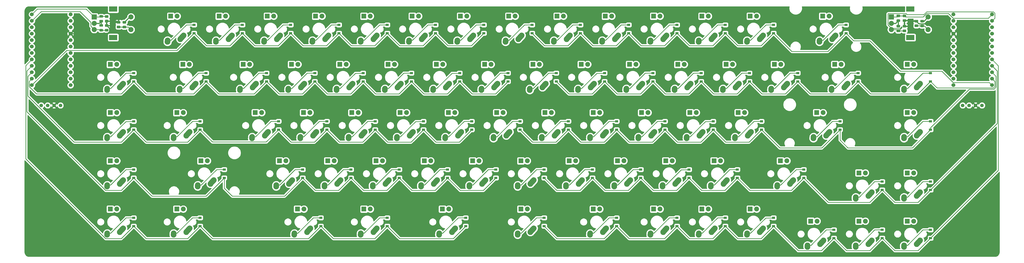
<source format=gbr>
%TF.GenerationSoftware,KiCad,Pcbnew,(5.1.9)-1*%
%TF.CreationDate,2021-03-12T14:35:54-08:00*%
%TF.ProjectId,USKB Final,55534b42-2046-4696-9e61-6c2e6b696361,rev?*%
%TF.SameCoordinates,Original*%
%TF.FileFunction,Copper,L2,Bot*%
%TF.FilePolarity,Positive*%
%FSLAX46Y46*%
G04 Gerber Fmt 4.6, Leading zero omitted, Abs format (unit mm)*
G04 Created by KiCad (PCBNEW (5.1.9)-1) date 2021-03-12 14:35:54*
%MOMM*%
%LPD*%
G01*
G04 APERTURE LIST*
%TA.AperFunction,ComponentPad*%
%ADD10C,1.524000*%
%TD*%
%TA.AperFunction,ComponentPad*%
%ADD11R,1.905000X1.905000*%
%TD*%
%TA.AperFunction,ComponentPad*%
%ADD12C,1.905000*%
%TD*%
%TA.AperFunction,ComponentPad*%
%ADD13C,2.250000*%
%TD*%
%TA.AperFunction,ComponentPad*%
%ADD14C,1.397000*%
%TD*%
%TA.AperFunction,ComponentPad*%
%ADD15R,2.000000X2.000000*%
%TD*%
%TA.AperFunction,ComponentPad*%
%ADD16C,2.000000*%
%TD*%
%TA.AperFunction,ComponentPad*%
%ADD17R,3.200000X2.000000*%
%TD*%
%TA.AperFunction,SMDPad,CuDef*%
%ADD18R,1.200000X0.900000*%
%TD*%
%TA.AperFunction,Conductor*%
%ADD19C,0.254000*%
%TD*%
%TA.AperFunction,Conductor*%
%ADD20C,0.381000*%
%TD*%
%TA.AperFunction,Conductor*%
%ADD21C,0.100000*%
%TD*%
G04 APERTURE END LIST*
D10*
%TO.P,U1,24*%
%TO.N,Net-(U1-Pad24)*%
X383710150Y-30765750D03*
%TO.P,U1,23*%
%TO.N,GND*%
X383710150Y-33305750D03*
%TO.P,U1,22*%
%TO.N,RESET*%
X383710150Y-35845750D03*
%TO.P,U1,21*%
%TO.N,VCC*%
X383710150Y-38385750D03*
%TO.P,U1,20*%
%TO.N,COL0*%
X383710150Y-40925750D03*
%TO.P,U1,19*%
%TO.N,COL1*%
X383710150Y-43465750D03*
%TO.P,U1,18*%
%TO.N,COL2*%
X383710150Y-46005750D03*
%TO.P,U1,17*%
%TO.N,COL3*%
X383710150Y-48545750D03*
%TO.P,U1,16*%
%TO.N,COL4*%
X383710150Y-51085750D03*
%TO.P,U1,15*%
%TO.N,COL5*%
X383710150Y-53625750D03*
%TO.P,U1,14*%
%TO.N,COL6*%
X383710150Y-56165750D03*
%TO.P,U1,13*%
%TO.N,COL7*%
X383710150Y-58705750D03*
%TO.P,U1,12*%
%TO.N,ROW0*%
X398930150Y-58705750D03*
%TO.P,U1,11*%
%TO.N,ROW1*%
X398930150Y-56165750D03*
%TO.P,U1,10*%
%TO.N,ROW2*%
X398930150Y-53625750D03*
%TO.P,U1,9*%
%TO.N,ROW3*%
X398930150Y-51085750D03*
%TO.P,U1,8*%
%TO.N,ROW4*%
X398930150Y-48545750D03*
%TO.P,U1,7*%
%TO.N,Net-(U1-Pad7)*%
X398930150Y-46005750D03*
%TO.P,U1,6*%
%TO.N,SCL*%
X398930150Y-43465750D03*
%TO.P,U1,5*%
%TO.N,SDA*%
X398930150Y-40925750D03*
%TO.P,U1,4*%
%TO.N,GND*%
X398930150Y-38385750D03*
%TO.P,U1,3*%
X398930150Y-35845750D03*
%TO.P,U1,2*%
%TO.N,ROT_B*%
X398930150Y-33305750D03*
%TO.P,U1,1*%
%TO.N,ROT_A*%
X398930150Y-30765750D03*
%TD*%
%TO.P,L_U1,24*%
%TO.N,Net-(L_U1-Pad24)*%
X35412650Y-30765750D03*
%TO.P,L_U1,23*%
%TO.N,GND*%
X35412650Y-33305750D03*
%TO.P,L_U1,22*%
%TO.N,L_RESET*%
X35412650Y-35845750D03*
%TO.P,L_U1,21*%
%TO.N,VCC*%
X35412650Y-38385750D03*
%TO.P,L_U1,20*%
%TO.N,L_COL7*%
X35412650Y-40925750D03*
%TO.P,L_U1,19*%
%TO.N,L_COL6*%
X35412650Y-43465750D03*
%TO.P,L_U1,18*%
%TO.N,L_COL5*%
X35412650Y-46005750D03*
%TO.P,L_U1,17*%
%TO.N,L_COL4*%
X35412650Y-48545750D03*
%TO.P,L_U1,16*%
%TO.N,L_COL3*%
X35412650Y-51085750D03*
%TO.P,L_U1,15*%
%TO.N,L_COL2*%
X35412650Y-53625750D03*
%TO.P,L_U1,14*%
%TO.N,L_COL1*%
X35412650Y-56165750D03*
%TO.P,L_U1,13*%
%TO.N,L_COL0*%
X35412650Y-58705750D03*
%TO.P,L_U1,12*%
%TO.N,L_ROW0*%
X20152650Y-58705750D03*
%TO.P,L_U1,11*%
%TO.N,L_ROW1*%
X20152650Y-56165750D03*
%TO.P,L_U1,10*%
%TO.N,L_ROW2*%
X20152650Y-53625750D03*
%TO.P,L_U1,9*%
%TO.N,L_ROW3*%
X20152650Y-51085750D03*
%TO.P,L_U1,8*%
%TO.N,L_ROW4*%
X20152650Y-48545750D03*
%TO.P,L_U1,7*%
%TO.N,Net-(L_U1-Pad7)*%
X20152650Y-46005750D03*
%TO.P,L_U1,6*%
%TO.N,L_SCL*%
X20152650Y-43465750D03*
%TO.P,L_U1,5*%
%TO.N,L_SDA*%
X20152650Y-40925750D03*
%TO.P,L_U1,4*%
%TO.N,GND*%
X20152650Y-38385750D03*
%TO.P,L_U1,3*%
X20152650Y-35845750D03*
%TO.P,L_U1,2*%
%TO.N,L_ROT_B*%
X20152650Y-33305750D03*
%TO.P,L_U1,1*%
%TO.N,L_ROT_A*%
X20152650Y-30765750D03*
%TD*%
D11*
%TO.P,K_Caps1,4*%
%TO.N,N/C*%
X77311250Y-69532500D03*
D12*
%TO.P,K_Caps1,3*%
X79851250Y-69532500D03*
D13*
%TO.P,K_Caps1,1*%
%TO.N,L_COL1*%
X81081250Y-78612500D03*
%TA.AperFunction,ComponentPad*%
G36*
G01*
X83144022Y-76316462D02*
X83142567Y-76315155D01*
G75*
G02*
X83228595Y-77903817I-751317J-837345D01*
G01*
X81918593Y-79363817D01*
G75*
G02*
X80329931Y-79449845I-837345J751317D01*
G01*
X80329931Y-79449845D01*
G75*
G02*
X80243903Y-77861183I751317J837345D01*
G01*
X81553905Y-76401183D01*
G75*
G02*
X83142567Y-76315155I837345J-751317D01*
G01*
G37*
%TD.AperFunction*%
%TO.P,K_Caps1,2*%
%TO.N,Net-(D_Caps1-Pad2)*%
X76041250Y-79692500D03*
%TA.AperFunction,ComponentPad*%
G36*
G01*
X76159726Y-77990240D02*
X76158653Y-77990166D01*
G75*
G02*
X77203584Y-79189903I-77403J-1122334D01*
G01*
X77163584Y-79769903D01*
G75*
G02*
X75963847Y-80814834I-1122334J77403D01*
G01*
X75963847Y-80814834D01*
G75*
G02*
X74918916Y-79615097I77403J1122334D01*
G01*
X74958916Y-79035097D01*
G75*
G02*
X76158653Y-77990166I1122334J-77403D01*
G01*
G37*
%TD.AperFunction*%
%TD*%
D11*
%TO.P,K_Shift2,4*%
%TO.N,N/C*%
X315436250Y-88582500D03*
D12*
%TO.P,K_Shift2,3*%
X317976250Y-88582500D03*
D13*
%TO.P,K_Shift2,1*%
%TO.N,COL5*%
X319206250Y-97662500D03*
%TA.AperFunction,ComponentPad*%
G36*
G01*
X321269022Y-95366462D02*
X321267567Y-95365155D01*
G75*
G02*
X321353595Y-96953817I-751317J-837345D01*
G01*
X320043593Y-98413817D01*
G75*
G02*
X318454931Y-98499845I-837345J751317D01*
G01*
X318454931Y-98499845D01*
G75*
G02*
X318368903Y-96911183I751317J837345D01*
G01*
X319678905Y-95451183D01*
G75*
G02*
X321267567Y-95365155I837345J-751317D01*
G01*
G37*
%TD.AperFunction*%
%TO.P,K_Shift2,2*%
%TO.N,Net-(D_Shift2-Pad2)*%
X314166250Y-98742500D03*
%TA.AperFunction,ComponentPad*%
G36*
G01*
X314284726Y-97040240D02*
X314283653Y-97040166D01*
G75*
G02*
X315328584Y-98239903I-77403J-1122334D01*
G01*
X315288584Y-98819903D01*
G75*
G02*
X314088847Y-99864834I-1122334J77403D01*
G01*
X314088847Y-99864834D01*
G75*
G02*
X313043916Y-98665097I77403J1122334D01*
G01*
X313083916Y-98085097D01*
G75*
G02*
X314283653Y-97040166I1122334J-77403D01*
G01*
G37*
%TD.AperFunction*%
%TD*%
D11*
%TO.P,K_Space_2,4*%
%TO.N,N/C*%
X182086250Y-107632500D03*
D12*
%TO.P,K_Space_2,3*%
X184626250Y-107632500D03*
D13*
%TO.P,K_Space_2,1*%
%TO.N,L_COL4*%
X185856250Y-116712500D03*
%TA.AperFunction,ComponentPad*%
G36*
G01*
X187919022Y-114416462D02*
X187917567Y-114415155D01*
G75*
G02*
X188003595Y-116003817I-751317J-837345D01*
G01*
X186693593Y-117463817D01*
G75*
G02*
X185104931Y-117549845I-837345J751317D01*
G01*
X185104931Y-117549845D01*
G75*
G02*
X185018903Y-115961183I751317J837345D01*
G01*
X186328905Y-114501183D01*
G75*
G02*
X187917567Y-114415155I837345J-751317D01*
G01*
G37*
%TD.AperFunction*%
%TO.P,K_Space_2,2*%
%TO.N,Net-(D_Space_2-Pad2)*%
X180816250Y-117792500D03*
%TA.AperFunction,ComponentPad*%
G36*
G01*
X180934726Y-116090240D02*
X180933653Y-116090166D01*
G75*
G02*
X181978584Y-117289903I-77403J-1122334D01*
G01*
X181938584Y-117869903D01*
G75*
G02*
X180738847Y-118914834I-1122334J77403D01*
G01*
X180738847Y-118914834D01*
G75*
G02*
X179693916Y-117715097I77403J1122334D01*
G01*
X179733916Y-117135097D01*
G75*
G02*
X180933653Y-116090166I1122334J-77403D01*
G01*
G37*
%TD.AperFunction*%
%TD*%
%TO.P,R6,2*%
%TO.N,L_K_ENC*%
%TA.AperFunction,SMDPad,CuDef*%
G36*
G01*
X53905998Y-35198000D02*
X54806002Y-35198000D01*
G75*
G02*
X55056000Y-35447998I0J-249998D01*
G01*
X55056000Y-35973002D01*
G75*
G02*
X54806002Y-36223000I-249998J0D01*
G01*
X53905998Y-36223000D01*
G75*
G02*
X53656000Y-35973002I0J249998D01*
G01*
X53656000Y-35447998D01*
G75*
G02*
X53905998Y-35198000I249998J0D01*
G01*
G37*
%TD.AperFunction*%
%TO.P,R6,1*%
%TO.N,VCC*%
%TA.AperFunction,SMDPad,CuDef*%
G36*
G01*
X53905998Y-33373000D02*
X54806002Y-33373000D01*
G75*
G02*
X55056000Y-33622998I0J-249998D01*
G01*
X55056000Y-34148002D01*
G75*
G02*
X54806002Y-34398000I-249998J0D01*
G01*
X53905998Y-34398000D01*
G75*
G02*
X53656000Y-34148002I0J249998D01*
G01*
X53656000Y-33622998D01*
G75*
G02*
X53905998Y-33373000I249998J0D01*
G01*
G37*
%TD.AperFunction*%
%TD*%
%TO.P,R5,2*%
%TO.N,VCC*%
%TA.AperFunction,SMDPad,CuDef*%
G36*
G01*
X50101922Y-35662920D02*
X49201918Y-35662920D01*
G75*
G02*
X48951920Y-35412922I0J249998D01*
G01*
X48951920Y-34887918D01*
G75*
G02*
X49201918Y-34637920I249998J0D01*
G01*
X50101922Y-34637920D01*
G75*
G02*
X50351920Y-34887918I0J-249998D01*
G01*
X50351920Y-35412922D01*
G75*
G02*
X50101922Y-35662920I-249998J0D01*
G01*
G37*
%TD.AperFunction*%
%TO.P,R5,1*%
%TO.N,L_ROT_B*%
%TA.AperFunction,SMDPad,CuDef*%
G36*
G01*
X50101922Y-37487920D02*
X49201918Y-37487920D01*
G75*
G02*
X48951920Y-37237922I0J249998D01*
G01*
X48951920Y-36712918D01*
G75*
G02*
X49201918Y-36462920I249998J0D01*
G01*
X50101922Y-36462920D01*
G75*
G02*
X50351920Y-36712918I0J-249998D01*
G01*
X50351920Y-37237922D01*
G75*
G02*
X50101922Y-37487920I-249998J0D01*
G01*
G37*
%TD.AperFunction*%
%TD*%
%TO.P,R4,2*%
%TO.N,VCC*%
%TA.AperFunction,SMDPad,CuDef*%
G36*
G01*
X49201918Y-32886600D02*
X50101922Y-32886600D01*
G75*
G02*
X50351920Y-33136598I0J-249998D01*
G01*
X50351920Y-33661602D01*
G75*
G02*
X50101922Y-33911600I-249998J0D01*
G01*
X49201918Y-33911600D01*
G75*
G02*
X48951920Y-33661602I0J249998D01*
G01*
X48951920Y-33136598D01*
G75*
G02*
X49201918Y-32886600I249998J0D01*
G01*
G37*
%TD.AperFunction*%
%TO.P,R4,1*%
%TO.N,L_ROT_A*%
%TA.AperFunction,SMDPad,CuDef*%
G36*
G01*
X49201918Y-31061600D02*
X50101922Y-31061600D01*
G75*
G02*
X50351920Y-31311598I0J-249998D01*
G01*
X50351920Y-31836602D01*
G75*
G02*
X50101922Y-32086600I-249998J0D01*
G01*
X49201918Y-32086600D01*
G75*
G02*
X48951920Y-31836602I0J249998D01*
G01*
X48951920Y-31311598D01*
G75*
G02*
X49201918Y-31061600I249998J0D01*
G01*
G37*
%TD.AperFunction*%
%TD*%
%TO.P,R3,2*%
%TO.N,K_ENC*%
%TA.AperFunction,SMDPad,CuDef*%
G36*
G01*
X368611998Y-34713500D02*
X369512002Y-34713500D01*
G75*
G02*
X369762000Y-34963498I0J-249998D01*
G01*
X369762000Y-35488502D01*
G75*
G02*
X369512002Y-35738500I-249998J0D01*
G01*
X368611998Y-35738500D01*
G75*
G02*
X368362000Y-35488502I0J249998D01*
G01*
X368362000Y-34963498D01*
G75*
G02*
X368611998Y-34713500I249998J0D01*
G01*
G37*
%TD.AperFunction*%
%TO.P,R3,1*%
%TO.N,VCC*%
%TA.AperFunction,SMDPad,CuDef*%
G36*
G01*
X368611998Y-32888500D02*
X369512002Y-32888500D01*
G75*
G02*
X369762000Y-33138498I0J-249998D01*
G01*
X369762000Y-33663502D01*
G75*
G02*
X369512002Y-33913500I-249998J0D01*
G01*
X368611998Y-33913500D01*
G75*
G02*
X368362000Y-33663502I0J249998D01*
G01*
X368362000Y-33138498D01*
G75*
G02*
X368611998Y-32888500I249998J0D01*
G01*
G37*
%TD.AperFunction*%
%TD*%
%TO.P,R2,2*%
%TO.N,VCC*%
%TA.AperFunction,SMDPad,CuDef*%
G36*
G01*
X364813002Y-35922000D02*
X363912998Y-35922000D01*
G75*
G02*
X363663000Y-35672002I0J249998D01*
G01*
X363663000Y-35146998D01*
G75*
G02*
X363912998Y-34897000I249998J0D01*
G01*
X364813002Y-34897000D01*
G75*
G02*
X365063000Y-35146998I0J-249998D01*
G01*
X365063000Y-35672002D01*
G75*
G02*
X364813002Y-35922000I-249998J0D01*
G01*
G37*
%TD.AperFunction*%
%TO.P,R2,1*%
%TO.N,ROT_B*%
%TA.AperFunction,SMDPad,CuDef*%
G36*
G01*
X364813002Y-37747000D02*
X363912998Y-37747000D01*
G75*
G02*
X363663000Y-37497002I0J249998D01*
G01*
X363663000Y-36971998D01*
G75*
G02*
X363912998Y-36722000I249998J0D01*
G01*
X364813002Y-36722000D01*
G75*
G02*
X365063000Y-36971998I0J-249998D01*
G01*
X365063000Y-37497002D01*
G75*
G02*
X364813002Y-37747000I-249998J0D01*
G01*
G37*
%TD.AperFunction*%
%TD*%
%TO.P,R1,2*%
%TO.N,VCC*%
%TA.AperFunction,SMDPad,CuDef*%
G36*
G01*
X363912998Y-32658000D02*
X364813002Y-32658000D01*
G75*
G02*
X365063000Y-32907998I0J-249998D01*
G01*
X365063000Y-33433002D01*
G75*
G02*
X364813002Y-33683000I-249998J0D01*
G01*
X363912998Y-33683000D01*
G75*
G02*
X363663000Y-33433002I0J249998D01*
G01*
X363663000Y-32907998D01*
G75*
G02*
X363912998Y-32658000I249998J0D01*
G01*
G37*
%TD.AperFunction*%
%TO.P,R1,1*%
%TO.N,ROT_A*%
%TA.AperFunction,SMDPad,CuDef*%
G36*
G01*
X363912998Y-30833000D02*
X364813002Y-30833000D01*
G75*
G02*
X365063000Y-31082998I0J-249998D01*
G01*
X365063000Y-31608002D01*
G75*
G02*
X364813002Y-31858000I-249998J0D01*
G01*
X363912998Y-31858000D01*
G75*
G02*
X363663000Y-31608002I0J249998D01*
G01*
X363663000Y-31082998D01*
G75*
G02*
X363912998Y-30833000I249998J0D01*
G01*
G37*
%TD.AperFunction*%
%TD*%
D14*
%TO.P,OL1,4*%
%TO.N,GND*%
X394970000Y-66675000D03*
%TO.P,OL1,3*%
%TO.N,VCC*%
X392430000Y-66675000D03*
%TO.P,OL1,2*%
%TO.N,SCL*%
X389890000Y-66675000D03*
%TO.P,OL1,1*%
%TO.N,SDA*%
X387350000Y-66675000D03*
%TD*%
%TO.P,L_OL1,4*%
%TO.N,GND*%
X31432500Y-66675000D03*
%TO.P,L_OL1,3*%
%TO.N,VCC*%
X28892500Y-66675000D03*
%TO.P,L_OL1,2*%
%TO.N,L_SCL*%
X26352500Y-66675000D03*
%TO.P,L_OL1,1*%
%TO.N,L_SDA*%
X23812500Y-66675000D03*
%TD*%
D15*
%TO.P,L_ENC1,A*%
%TO.N,L_ROT_A*%
X44735750Y-31750000D03*
D16*
%TO.P,L_ENC1,C*%
%TO.N,GND*%
X44735750Y-34250000D03*
%TO.P,L_ENC1,B*%
%TO.N,L_ROT_B*%
X44735750Y-36750000D03*
D17*
%TO.P,L_ENC1,MP*%
%TO.N,N/C*%
X52235750Y-28650000D03*
X52235750Y-39850000D03*
D16*
%TO.P,L_ENC1,S2*%
%TO.N,GND*%
X59235750Y-31750000D03*
%TO.P,L_ENC1,S1*%
%TO.N,L_K_ENC*%
X59235750Y-36750000D03*
%TD*%
D11*
%TO.P,K_Z1,4*%
%TO.N,N/C*%
X117792500Y-88582500D03*
D12*
%TO.P,K_Z1,3*%
X120332500Y-88582500D03*
D13*
%TO.P,K_Z1,1*%
%TO.N,L_COL2*%
X121562500Y-97662500D03*
%TA.AperFunction,ComponentPad*%
G36*
G01*
X123625272Y-95366462D02*
X123623817Y-95365155D01*
G75*
G02*
X123709845Y-96953817I-751317J-837345D01*
G01*
X122399843Y-98413817D01*
G75*
G02*
X120811181Y-98499845I-837345J751317D01*
G01*
X120811181Y-98499845D01*
G75*
G02*
X120725153Y-96911183I751317J837345D01*
G01*
X122035155Y-95451183D01*
G75*
G02*
X123623817Y-95365155I837345J-751317D01*
G01*
G37*
%TD.AperFunction*%
%TO.P,K_Z1,2*%
%TO.N,Net-(D_Z1-Pad2)*%
X116522500Y-98742500D03*
%TA.AperFunction,ComponentPad*%
G36*
G01*
X116640976Y-97040240D02*
X116639903Y-97040166D01*
G75*
G02*
X117684834Y-98239903I-77403J-1122334D01*
G01*
X117644834Y-98819903D01*
G75*
G02*
X116445097Y-99864834I-1122334J77403D01*
G01*
X116445097Y-99864834D01*
G75*
G02*
X115400166Y-98665097I77403J1122334D01*
G01*
X115440166Y-98085097D01*
G75*
G02*
X116639903Y-97040166I1122334J-77403D01*
G01*
G37*
%TD.AperFunction*%
%TD*%
D11*
%TO.P,K_Y1,4*%
%TO.N,N/C*%
X198755000Y-50482500D03*
D12*
%TO.P,K_Y1,3*%
X201295000Y-50482500D03*
D13*
%TO.P,K_Y1,1*%
%TO.N,L_COL7*%
X202525000Y-59562500D03*
%TA.AperFunction,ComponentPad*%
G36*
G01*
X204587772Y-57266462D02*
X204586317Y-57265155D01*
G75*
G02*
X204672345Y-58853817I-751317J-837345D01*
G01*
X203362343Y-60313817D01*
G75*
G02*
X201773681Y-60399845I-837345J751317D01*
G01*
X201773681Y-60399845D01*
G75*
G02*
X201687653Y-58811183I751317J837345D01*
G01*
X202997655Y-57351183D01*
G75*
G02*
X204586317Y-57265155I837345J-751317D01*
G01*
G37*
%TD.AperFunction*%
%TO.P,K_Y1,2*%
%TO.N,Net-(D_Y1-Pad2)*%
X197485000Y-60642500D03*
%TA.AperFunction,ComponentPad*%
G36*
G01*
X197603476Y-58940240D02*
X197602403Y-58940166D01*
G75*
G02*
X198647334Y-60139903I-77403J-1122334D01*
G01*
X198607334Y-60719903D01*
G75*
G02*
X197407597Y-61764834I-1122334J77403D01*
G01*
X197407597Y-61764834D01*
G75*
G02*
X196362666Y-60565097I77403J1122334D01*
G01*
X196402666Y-59985097D01*
G75*
G02*
X197602403Y-58940166I1122334J-77403D01*
G01*
G37*
%TD.AperFunction*%
%TD*%
D11*
%TO.P,K_X1,4*%
%TO.N,N/C*%
X136842500Y-88582500D03*
D12*
%TO.P,K_X1,3*%
X139382500Y-88582500D03*
D13*
%TO.P,K_X1,1*%
%TO.N,L_COL3*%
X140612500Y-97662500D03*
%TA.AperFunction,ComponentPad*%
G36*
G01*
X142675272Y-95366462D02*
X142673817Y-95365155D01*
G75*
G02*
X142759845Y-96953817I-751317J-837345D01*
G01*
X141449843Y-98413817D01*
G75*
G02*
X139861181Y-98499845I-837345J751317D01*
G01*
X139861181Y-98499845D01*
G75*
G02*
X139775153Y-96911183I751317J837345D01*
G01*
X141085155Y-95451183D01*
G75*
G02*
X142673817Y-95365155I837345J-751317D01*
G01*
G37*
%TD.AperFunction*%
%TO.P,K_X1,2*%
%TO.N,Net-(D_X1-Pad2)*%
X135572500Y-98742500D03*
%TA.AperFunction,ComponentPad*%
G36*
G01*
X135690976Y-97040240D02*
X135689903Y-97040166D01*
G75*
G02*
X136734834Y-98239903I-77403J-1122334D01*
G01*
X136694834Y-98819903D01*
G75*
G02*
X135495097Y-99864834I-1122334J77403D01*
G01*
X135495097Y-99864834D01*
G75*
G02*
X134450166Y-98665097I77403J1122334D01*
G01*
X134490166Y-98085097D01*
G75*
G02*
X135689903Y-97040166I1122334J-77403D01*
G01*
G37*
%TD.AperFunction*%
%TD*%
D11*
%TO.P,K_Win1,4*%
%TO.N,N/C*%
X365442500Y-93345000D03*
D12*
%TO.P,K_Win1,3*%
X367982500Y-93345000D03*
D13*
%TO.P,K_Win1,1*%
%TO.N,COL7*%
X369212500Y-102425000D03*
%TA.AperFunction,ComponentPad*%
G36*
G01*
X371275272Y-100128962D02*
X371273817Y-100127655D01*
G75*
G02*
X371359845Y-101716317I-751317J-837345D01*
G01*
X370049843Y-103176317D01*
G75*
G02*
X368461181Y-103262345I-837345J751317D01*
G01*
X368461181Y-103262345D01*
G75*
G02*
X368375153Y-101673683I751317J837345D01*
G01*
X369685155Y-100213683D01*
G75*
G02*
X371273817Y-100127655I837345J-751317D01*
G01*
G37*
%TD.AperFunction*%
%TO.P,K_Win1,2*%
%TO.N,Net-(D_Win1-Pad2)*%
X364172500Y-103505000D03*
%TA.AperFunction,ComponentPad*%
G36*
G01*
X364290976Y-101802740D02*
X364289903Y-101802666D01*
G75*
G02*
X365334834Y-103002403I-77403J-1122334D01*
G01*
X365294834Y-103582403D01*
G75*
G02*
X364095097Y-104627334I-1122334J77403D01*
G01*
X364095097Y-104627334D01*
G75*
G02*
X363050166Y-103427597I77403J1122334D01*
G01*
X363090166Y-102847597D01*
G75*
G02*
X364289903Y-101802666I1122334J-77403D01*
G01*
G37*
%TD.AperFunction*%
%TD*%
D11*
%TO.P,K_W1,4*%
%TO.N,N/C*%
X122555000Y-50482500D03*
D12*
%TO.P,K_W1,3*%
X125095000Y-50482500D03*
D13*
%TO.P,K_W1,1*%
%TO.N,L_COL3*%
X126325000Y-59562500D03*
%TA.AperFunction,ComponentPad*%
G36*
G01*
X128387772Y-57266462D02*
X128386317Y-57265155D01*
G75*
G02*
X128472345Y-58853817I-751317J-837345D01*
G01*
X127162343Y-60313817D01*
G75*
G02*
X125573681Y-60399845I-837345J751317D01*
G01*
X125573681Y-60399845D01*
G75*
G02*
X125487653Y-58811183I751317J837345D01*
G01*
X126797655Y-57351183D01*
G75*
G02*
X128386317Y-57265155I837345J-751317D01*
G01*
G37*
%TD.AperFunction*%
%TO.P,K_W1,2*%
%TO.N,Net-(D_W1-Pad2)*%
X121285000Y-60642500D03*
%TA.AperFunction,ComponentPad*%
G36*
G01*
X121403476Y-58940240D02*
X121402403Y-58940166D01*
G75*
G02*
X122447334Y-60139903I-77403J-1122334D01*
G01*
X122407334Y-60719903D01*
G75*
G02*
X121207597Y-61764834I-1122334J77403D01*
G01*
X121207597Y-61764834D01*
G75*
G02*
X120162666Y-60565097I77403J1122334D01*
G01*
X120202666Y-59985097D01*
G75*
G02*
X121402403Y-58940166I1122334J-77403D01*
G01*
G37*
%TD.AperFunction*%
%TD*%
D11*
%TO.P,K_V1,4*%
%TO.N,N/C*%
X174942500Y-88582500D03*
D12*
%TO.P,K_V1,3*%
X177482500Y-88582500D03*
D13*
%TO.P,K_V1,1*%
%TO.N,L_COL5*%
X178712500Y-97662500D03*
%TA.AperFunction,ComponentPad*%
G36*
G01*
X180775272Y-95366462D02*
X180773817Y-95365155D01*
G75*
G02*
X180859845Y-96953817I-751317J-837345D01*
G01*
X179549843Y-98413817D01*
G75*
G02*
X177961181Y-98499845I-837345J751317D01*
G01*
X177961181Y-98499845D01*
G75*
G02*
X177875153Y-96911183I751317J837345D01*
G01*
X179185155Y-95451183D01*
G75*
G02*
X180773817Y-95365155I837345J-751317D01*
G01*
G37*
%TD.AperFunction*%
%TO.P,K_V1,2*%
%TO.N,Net-(D_V1-Pad2)*%
X173672500Y-98742500D03*
%TA.AperFunction,ComponentPad*%
G36*
G01*
X173790976Y-97040240D02*
X173789903Y-97040166D01*
G75*
G02*
X174834834Y-98239903I-77403J-1122334D01*
G01*
X174794834Y-98819903D01*
G75*
G02*
X173595097Y-99864834I-1122334J77403D01*
G01*
X173595097Y-99864834D01*
G75*
G02*
X172550166Y-98665097I77403J1122334D01*
G01*
X172590166Y-98085097D01*
G75*
G02*
X173789903Y-97040166I1122334J-77403D01*
G01*
G37*
%TD.AperFunction*%
%TD*%
D11*
%TO.P,K_UArrow1,4*%
%TO.N,N/C*%
X346392500Y-93345000D03*
D12*
%TO.P,K_UArrow1,3*%
X348932500Y-93345000D03*
D13*
%TO.P,K_UArrow1,1*%
%TO.N,COL6*%
X350162500Y-102425000D03*
%TA.AperFunction,ComponentPad*%
G36*
G01*
X352225272Y-100128962D02*
X352223817Y-100127655D01*
G75*
G02*
X352309845Y-101716317I-751317J-837345D01*
G01*
X350999843Y-103176317D01*
G75*
G02*
X349411181Y-103262345I-837345J751317D01*
G01*
X349411181Y-103262345D01*
G75*
G02*
X349325153Y-101673683I751317J837345D01*
G01*
X350635155Y-100213683D01*
G75*
G02*
X352223817Y-100127655I837345J-751317D01*
G01*
G37*
%TD.AperFunction*%
%TO.P,K_UArrow1,2*%
%TO.N,Net-(D_UArrow1-Pad2)*%
X345122500Y-103505000D03*
%TA.AperFunction,ComponentPad*%
G36*
G01*
X345240976Y-101802740D02*
X345239903Y-101802666D01*
G75*
G02*
X346284834Y-103002403I-77403J-1122334D01*
G01*
X346244834Y-103582403D01*
G75*
G02*
X345045097Y-104627334I-1122334J77403D01*
G01*
X345045097Y-104627334D01*
G75*
G02*
X344000166Y-103427597I77403J1122334D01*
G01*
X344040166Y-102847597D01*
G75*
G02*
X345239903Y-101802666I1122334J-77403D01*
G01*
G37*
%TD.AperFunction*%
%TD*%
D11*
%TO.P,K_U1,4*%
%TO.N,N/C*%
X217805000Y-50482500D03*
D12*
%TO.P,K_U1,3*%
X220345000Y-50482500D03*
D13*
%TO.P,K_U1,1*%
%TO.N,COL0*%
X221575000Y-59562500D03*
%TA.AperFunction,ComponentPad*%
G36*
G01*
X223637772Y-57266462D02*
X223636317Y-57265155D01*
G75*
G02*
X223722345Y-58853817I-751317J-837345D01*
G01*
X222412343Y-60313817D01*
G75*
G02*
X220823681Y-60399845I-837345J751317D01*
G01*
X220823681Y-60399845D01*
G75*
G02*
X220737653Y-58811183I751317J837345D01*
G01*
X222047655Y-57351183D01*
G75*
G02*
X223636317Y-57265155I837345J-751317D01*
G01*
G37*
%TD.AperFunction*%
%TO.P,K_U1,2*%
%TO.N,Net-(D_U1-Pad2)*%
X216535000Y-60642500D03*
%TA.AperFunction,ComponentPad*%
G36*
G01*
X216653476Y-58940240D02*
X216652403Y-58940166D01*
G75*
G02*
X217697334Y-60139903I-77403J-1122334D01*
G01*
X217657334Y-60719903D01*
G75*
G02*
X216457597Y-61764834I-1122334J77403D01*
G01*
X216457597Y-61764834D01*
G75*
G02*
X215412666Y-60565097I77403J1122334D01*
G01*
X215452666Y-59985097D01*
G75*
G02*
X216652403Y-58940166I1122334J-77403D01*
G01*
G37*
%TD.AperFunction*%
%TD*%
D11*
%TO.P,K_Tab1,4*%
%TO.N,N/C*%
X79692500Y-50482500D03*
D12*
%TO.P,K_Tab1,3*%
X82232500Y-50482500D03*
D13*
%TO.P,K_Tab1,1*%
%TO.N,L_COL1*%
X83462500Y-59562500D03*
%TA.AperFunction,ComponentPad*%
G36*
G01*
X85525272Y-57266462D02*
X85523817Y-57265155D01*
G75*
G02*
X85609845Y-58853817I-751317J-837345D01*
G01*
X84299843Y-60313817D01*
G75*
G02*
X82711181Y-60399845I-837345J751317D01*
G01*
X82711181Y-60399845D01*
G75*
G02*
X82625153Y-58811183I751317J837345D01*
G01*
X83935155Y-57351183D01*
G75*
G02*
X85523817Y-57265155I837345J-751317D01*
G01*
G37*
%TD.AperFunction*%
%TO.P,K_Tab1,2*%
%TO.N,Net-(D_Tab1-Pad2)*%
X78422500Y-60642500D03*
%TA.AperFunction,ComponentPad*%
G36*
G01*
X78540976Y-58940240D02*
X78539903Y-58940166D01*
G75*
G02*
X79584834Y-60139903I-77403J-1122334D01*
G01*
X79544834Y-60719903D01*
G75*
G02*
X78345097Y-61764834I-1122334J77403D01*
G01*
X78345097Y-61764834D01*
G75*
G02*
X77300166Y-60565097I77403J1122334D01*
G01*
X77340166Y-59985097D01*
G75*
G02*
X78539903Y-58940166I1122334J-77403D01*
G01*
G37*
%TD.AperFunction*%
%TD*%
D11*
%TO.P,K_T1,4*%
%TO.N,N/C*%
X179705000Y-50482500D03*
D12*
%TO.P,K_T1,3*%
X182245000Y-50482500D03*
D13*
%TO.P,K_T1,1*%
%TO.N,L_COL6*%
X183475000Y-59562500D03*
%TA.AperFunction,ComponentPad*%
G36*
G01*
X185537772Y-57266462D02*
X185536317Y-57265155D01*
G75*
G02*
X185622345Y-58853817I-751317J-837345D01*
G01*
X184312343Y-60313817D01*
G75*
G02*
X182723681Y-60399845I-837345J751317D01*
G01*
X182723681Y-60399845D01*
G75*
G02*
X182637653Y-58811183I751317J837345D01*
G01*
X183947655Y-57351183D01*
G75*
G02*
X185536317Y-57265155I837345J-751317D01*
G01*
G37*
%TD.AperFunction*%
%TO.P,K_T1,2*%
%TO.N,Net-(D_T1-Pad2)*%
X178435000Y-60642500D03*
%TA.AperFunction,ComponentPad*%
G36*
G01*
X178553476Y-58940240D02*
X178552403Y-58940166D01*
G75*
G02*
X179597334Y-60139903I-77403J-1122334D01*
G01*
X179557334Y-60719903D01*
G75*
G02*
X178357597Y-61764834I-1122334J77403D01*
G01*
X178357597Y-61764834D01*
G75*
G02*
X177312666Y-60565097I77403J1122334D01*
G01*
X177352666Y-59985097D01*
G75*
G02*
X178552403Y-58940166I1122334J-77403D01*
G01*
G37*
%TD.AperFunction*%
%TD*%
D11*
%TO.P,K_Space_4,4*%
%TO.N,N/C*%
X241617500Y-107632500D03*
D12*
%TO.P,K_Space_4,3*%
X244157500Y-107632500D03*
D13*
%TO.P,K_Space_4,1*%
%TO.N,COL1*%
X245387500Y-116712500D03*
%TA.AperFunction,ComponentPad*%
G36*
G01*
X247450272Y-114416462D02*
X247448817Y-114415155D01*
G75*
G02*
X247534845Y-116003817I-751317J-837345D01*
G01*
X246224843Y-117463817D01*
G75*
G02*
X244636181Y-117549845I-837345J751317D01*
G01*
X244636181Y-117549845D01*
G75*
G02*
X244550153Y-115961183I751317J837345D01*
G01*
X245860155Y-114501183D01*
G75*
G02*
X247448817Y-114415155I837345J-751317D01*
G01*
G37*
%TD.AperFunction*%
%TO.P,K_Space_4,2*%
%TO.N,Net-(D_Space_4-Pad2)*%
X240347500Y-117792500D03*
%TA.AperFunction,ComponentPad*%
G36*
G01*
X240465976Y-116090240D02*
X240464903Y-116090166D01*
G75*
G02*
X241509834Y-117289903I-77403J-1122334D01*
G01*
X241469834Y-117869903D01*
G75*
G02*
X240270097Y-118914834I-1122334J77403D01*
G01*
X240270097Y-118914834D01*
G75*
G02*
X239225166Y-117715097I77403J1122334D01*
G01*
X239265166Y-117135097D01*
G75*
G02*
X240464903Y-116090166I1122334J-77403D01*
G01*
G37*
%TD.AperFunction*%
%TD*%
D11*
%TO.P,K_Space_3,4*%
%TO.N,N/C*%
X213042500Y-107632500D03*
D12*
%TO.P,K_Space_3,3*%
X215582500Y-107632500D03*
D13*
%TO.P,K_Space_3,1*%
%TO.N,COL0*%
X216812500Y-116712500D03*
%TA.AperFunction,ComponentPad*%
G36*
G01*
X218875272Y-114416462D02*
X218873817Y-114415155D01*
G75*
G02*
X218959845Y-116003817I-751317J-837345D01*
G01*
X217649843Y-117463817D01*
G75*
G02*
X216061181Y-117549845I-837345J751317D01*
G01*
X216061181Y-117549845D01*
G75*
G02*
X215975153Y-115961183I751317J837345D01*
G01*
X217285155Y-114501183D01*
G75*
G02*
X218873817Y-114415155I837345J-751317D01*
G01*
G37*
%TD.AperFunction*%
%TO.P,K_Space_3,2*%
%TO.N,Net-(D_Space_3-Pad2)*%
X211772500Y-117792500D03*
%TA.AperFunction,ComponentPad*%
G36*
G01*
X211890976Y-116090240D02*
X211889903Y-116090166D01*
G75*
G02*
X212934834Y-117289903I-77403J-1122334D01*
G01*
X212894834Y-117869903D01*
G75*
G02*
X211695097Y-118914834I-1122334J77403D01*
G01*
X211695097Y-118914834D01*
G75*
G02*
X210650166Y-117715097I77403J1122334D01*
G01*
X210690166Y-117135097D01*
G75*
G02*
X211889903Y-116090166I1122334J-77403D01*
G01*
G37*
%TD.AperFunction*%
%TD*%
D11*
%TO.P,K_Space1,4*%
%TO.N,N/C*%
X151130000Y-107632500D03*
D12*
%TO.P,K_Space1,3*%
X153670000Y-107632500D03*
D13*
%TO.P,K_Space1,1*%
%TO.N,L_COL3*%
X154900000Y-116712500D03*
%TA.AperFunction,ComponentPad*%
G36*
G01*
X156962772Y-114416462D02*
X156961317Y-114415155D01*
G75*
G02*
X157047345Y-116003817I-751317J-837345D01*
G01*
X155737343Y-117463817D01*
G75*
G02*
X154148681Y-117549845I-837345J751317D01*
G01*
X154148681Y-117549845D01*
G75*
G02*
X154062653Y-115961183I751317J837345D01*
G01*
X155372655Y-114501183D01*
G75*
G02*
X156961317Y-114415155I837345J-751317D01*
G01*
G37*
%TD.AperFunction*%
%TO.P,K_Space1,2*%
%TO.N,Net-(D_Space1-Pad2)*%
X149860000Y-117792500D03*
%TA.AperFunction,ComponentPad*%
G36*
G01*
X149978476Y-116090240D02*
X149977403Y-116090166D01*
G75*
G02*
X151022334Y-117289903I-77403J-1122334D01*
G01*
X150982334Y-117869903D01*
G75*
G02*
X149782597Y-118914834I-1122334J77403D01*
G01*
X149782597Y-118914834D01*
G75*
G02*
X148737666Y-117715097I77403J1122334D01*
G01*
X148777666Y-117135097D01*
G75*
G02*
X149977403Y-116090166I1122334J-77403D01*
G01*
G37*
%TD.AperFunction*%
%TD*%
D11*
%TO.P,K_Slash1,4*%
%TO.N,N/C*%
X289242500Y-88582500D03*
D12*
%TO.P,K_Slash1,3*%
X291782500Y-88582500D03*
D13*
%TO.P,K_Slash1,1*%
%TO.N,COL4*%
X293012500Y-97662500D03*
%TA.AperFunction,ComponentPad*%
G36*
G01*
X295075272Y-95366462D02*
X295073817Y-95365155D01*
G75*
G02*
X295159845Y-96953817I-751317J-837345D01*
G01*
X293849843Y-98413817D01*
G75*
G02*
X292261181Y-98499845I-837345J751317D01*
G01*
X292261181Y-98499845D01*
G75*
G02*
X292175153Y-96911183I751317J837345D01*
G01*
X293485155Y-95451183D01*
G75*
G02*
X295073817Y-95365155I837345J-751317D01*
G01*
G37*
%TD.AperFunction*%
%TO.P,K_Slash1,2*%
%TO.N,Net-(D_Slash1-Pad2)*%
X287972500Y-98742500D03*
%TA.AperFunction,ComponentPad*%
G36*
G01*
X288090976Y-97040240D02*
X288089903Y-97040166D01*
G75*
G02*
X289134834Y-98239903I-77403J-1122334D01*
G01*
X289094834Y-98819903D01*
G75*
G02*
X287895097Y-99864834I-1122334J77403D01*
G01*
X287895097Y-99864834D01*
G75*
G02*
X286850166Y-98665097I77403J1122334D01*
G01*
X286890166Y-98085097D01*
G75*
G02*
X288089903Y-97040166I1122334J-77403D01*
G01*
G37*
%TD.AperFunction*%
%TD*%
D11*
%TO.P,K_Shift1,4*%
%TO.N,N/C*%
X86836250Y-88582500D03*
D12*
%TO.P,K_Shift1,3*%
X89376250Y-88582500D03*
D13*
%TO.P,K_Shift1,1*%
%TO.N,L_COL1*%
X90606250Y-97662500D03*
%TA.AperFunction,ComponentPad*%
G36*
G01*
X92669022Y-95366462D02*
X92667567Y-95365155D01*
G75*
G02*
X92753595Y-96953817I-751317J-837345D01*
G01*
X91443593Y-98413817D01*
G75*
G02*
X89854931Y-98499845I-837345J751317D01*
G01*
X89854931Y-98499845D01*
G75*
G02*
X89768903Y-96911183I751317J837345D01*
G01*
X91078905Y-95451183D01*
G75*
G02*
X92667567Y-95365155I837345J-751317D01*
G01*
G37*
%TD.AperFunction*%
%TO.P,K_Shift1,2*%
%TO.N,Net-(D_Shift1-Pad2)*%
X85566250Y-98742500D03*
%TA.AperFunction,ComponentPad*%
G36*
G01*
X85684726Y-97040240D02*
X85683653Y-97040166D01*
G75*
G02*
X86728584Y-98239903I-77403J-1122334D01*
G01*
X86688584Y-98819903D01*
G75*
G02*
X85488847Y-99864834I-1122334J77403D01*
G01*
X85488847Y-99864834D01*
G75*
G02*
X84443916Y-98665097I77403J1122334D01*
G01*
X84483916Y-98085097D01*
G75*
G02*
X85683653Y-97040166I1122334J-77403D01*
G01*
G37*
%TD.AperFunction*%
%TD*%
D11*
%TO.P,K_S1,4*%
%TO.N,N/C*%
X127317500Y-69532500D03*
D12*
%TO.P,K_S1,3*%
X129857500Y-69532500D03*
D13*
%TO.P,K_S1,1*%
%TO.N,L_COL3*%
X131087500Y-78612500D03*
%TA.AperFunction,ComponentPad*%
G36*
G01*
X133150272Y-76316462D02*
X133148817Y-76315155D01*
G75*
G02*
X133234845Y-77903817I-751317J-837345D01*
G01*
X131924843Y-79363817D01*
G75*
G02*
X130336181Y-79449845I-837345J751317D01*
G01*
X130336181Y-79449845D01*
G75*
G02*
X130250153Y-77861183I751317J837345D01*
G01*
X131560155Y-76401183D01*
G75*
G02*
X133148817Y-76315155I837345J-751317D01*
G01*
G37*
%TD.AperFunction*%
%TO.P,K_S1,2*%
%TO.N,Net-(D_S1-Pad2)*%
X126047500Y-79692500D03*
%TA.AperFunction,ComponentPad*%
G36*
G01*
X126165976Y-77990240D02*
X126164903Y-77990166D01*
G75*
G02*
X127209834Y-79189903I-77403J-1122334D01*
G01*
X127169834Y-79769903D01*
G75*
G02*
X125970097Y-80814834I-1122334J77403D01*
G01*
X125970097Y-80814834D01*
G75*
G02*
X124925166Y-79615097I77403J1122334D01*
G01*
X124965166Y-79035097D01*
G75*
G02*
X126164903Y-77990166I1122334J-77403D01*
G01*
G37*
%TD.AperFunction*%
%TD*%
D11*
%TO.P,K_RThan1,4*%
%TO.N,N/C*%
X270192500Y-88582500D03*
D12*
%TO.P,K_RThan1,3*%
X272732500Y-88582500D03*
D13*
%TO.P,K_RThan1,1*%
%TO.N,COL3*%
X273962500Y-97662500D03*
%TA.AperFunction,ComponentPad*%
G36*
G01*
X276025272Y-95366462D02*
X276023817Y-95365155D01*
G75*
G02*
X276109845Y-96953817I-751317J-837345D01*
G01*
X274799843Y-98413817D01*
G75*
G02*
X273211181Y-98499845I-837345J751317D01*
G01*
X273211181Y-98499845D01*
G75*
G02*
X273125153Y-96911183I751317J837345D01*
G01*
X274435155Y-95451183D01*
G75*
G02*
X276023817Y-95365155I837345J-751317D01*
G01*
G37*
%TD.AperFunction*%
%TO.P,K_RThan1,2*%
%TO.N,Net-(D_RThan1-Pad2)*%
X268922500Y-98742500D03*
%TA.AperFunction,ComponentPad*%
G36*
G01*
X269040976Y-97040240D02*
X269039903Y-97040166D01*
G75*
G02*
X270084834Y-98239903I-77403J-1122334D01*
G01*
X270044834Y-98819903D01*
G75*
G02*
X268845097Y-99864834I-1122334J77403D01*
G01*
X268845097Y-99864834D01*
G75*
G02*
X267800166Y-98665097I77403J1122334D01*
G01*
X267840166Y-98085097D01*
G75*
G02*
X269039903Y-97040166I1122334J-77403D01*
G01*
G37*
%TD.AperFunction*%
%TD*%
D11*
%TO.P,K_RBrace1,4*%
%TO.N,N/C*%
X313055000Y-50482500D03*
D12*
%TO.P,K_RBrace1,3*%
X315595000Y-50482500D03*
D13*
%TO.P,K_RBrace1,1*%
%TO.N,COL5*%
X316825000Y-59562500D03*
%TA.AperFunction,ComponentPad*%
G36*
G01*
X318887772Y-57266462D02*
X318886317Y-57265155D01*
G75*
G02*
X318972345Y-58853817I-751317J-837345D01*
G01*
X317662343Y-60313817D01*
G75*
G02*
X316073681Y-60399845I-837345J751317D01*
G01*
X316073681Y-60399845D01*
G75*
G02*
X315987653Y-58811183I751317J837345D01*
G01*
X317297655Y-57351183D01*
G75*
G02*
X318886317Y-57265155I837345J-751317D01*
G01*
G37*
%TD.AperFunction*%
%TO.P,K_RBrace1,2*%
%TO.N,Net-(D_RBrace1-Pad2)*%
X311785000Y-60642500D03*
%TA.AperFunction,ComponentPad*%
G36*
G01*
X311903476Y-58940240D02*
X311902403Y-58940166D01*
G75*
G02*
X312947334Y-60139903I-77403J-1122334D01*
G01*
X312907334Y-60719903D01*
G75*
G02*
X311707597Y-61764834I-1122334J77403D01*
G01*
X311707597Y-61764834D01*
G75*
G02*
X310662666Y-60565097I77403J1122334D01*
G01*
X310702666Y-59985097D01*
G75*
G02*
X311902403Y-58940166I1122334J-77403D01*
G01*
G37*
%TD.AperFunction*%
%TD*%
D11*
%TO.P,K_RArrow1,4*%
%TO.N,N/C*%
X365442500Y-112395000D03*
D12*
%TO.P,K_RArrow1,3*%
X367982500Y-112395000D03*
D13*
%TO.P,K_RArrow1,1*%
%TO.N,COL7*%
X369212500Y-121475000D03*
%TA.AperFunction,ComponentPad*%
G36*
G01*
X371275272Y-119178962D02*
X371273817Y-119177655D01*
G75*
G02*
X371359845Y-120766317I-751317J-837345D01*
G01*
X370049843Y-122226317D01*
G75*
G02*
X368461181Y-122312345I-837345J751317D01*
G01*
X368461181Y-122312345D01*
G75*
G02*
X368375153Y-120723683I751317J837345D01*
G01*
X369685155Y-119263683D01*
G75*
G02*
X371273817Y-119177655I837345J-751317D01*
G01*
G37*
%TD.AperFunction*%
%TO.P,K_RArrow1,2*%
%TO.N,Net-(D_RArrow1-Pad2)*%
X364172500Y-122555000D03*
%TA.AperFunction,ComponentPad*%
G36*
G01*
X364290976Y-120852740D02*
X364289903Y-120852666D01*
G75*
G02*
X365334834Y-122052403I-77403J-1122334D01*
G01*
X365294834Y-122632403D01*
G75*
G02*
X364095097Y-123677334I-1122334J77403D01*
G01*
X364095097Y-123677334D01*
G75*
G02*
X363050166Y-122477597I77403J1122334D01*
G01*
X363090166Y-121897597D01*
G75*
G02*
X364289903Y-120852666I1122334J-77403D01*
G01*
G37*
%TD.AperFunction*%
%TD*%
D11*
%TO.P,K_R1,4*%
%TO.N,N/C*%
X160655000Y-50482500D03*
D12*
%TO.P,K_R1,3*%
X163195000Y-50482500D03*
D13*
%TO.P,K_R1,1*%
%TO.N,L_COL5*%
X164425000Y-59562500D03*
%TA.AperFunction,ComponentPad*%
G36*
G01*
X166487772Y-57266462D02*
X166486317Y-57265155D01*
G75*
G02*
X166572345Y-58853817I-751317J-837345D01*
G01*
X165262343Y-60313817D01*
G75*
G02*
X163673681Y-60399845I-837345J751317D01*
G01*
X163673681Y-60399845D01*
G75*
G02*
X163587653Y-58811183I751317J837345D01*
G01*
X164897655Y-57351183D01*
G75*
G02*
X166486317Y-57265155I837345J-751317D01*
G01*
G37*
%TD.AperFunction*%
%TO.P,K_R1,2*%
%TO.N,Net-(D_R1-Pad2)*%
X159385000Y-60642500D03*
%TA.AperFunction,ComponentPad*%
G36*
G01*
X159503476Y-58940240D02*
X159502403Y-58940166D01*
G75*
G02*
X160547334Y-60139903I-77403J-1122334D01*
G01*
X160507334Y-60719903D01*
G75*
G02*
X159307597Y-61764834I-1122334J77403D01*
G01*
X159307597Y-61764834D01*
G75*
G02*
X158262666Y-60565097I77403J1122334D01*
G01*
X158302666Y-59985097D01*
G75*
G02*
X159502403Y-58940166I1122334J-77403D01*
G01*
G37*
%TD.AperFunction*%
%TD*%
D11*
%TO.P,K_Q1,4*%
%TO.N,N/C*%
X103505000Y-50482500D03*
D12*
%TO.P,K_Q1,3*%
X106045000Y-50482500D03*
D13*
%TO.P,K_Q1,1*%
%TO.N,L_COL2*%
X107275000Y-59562500D03*
%TA.AperFunction,ComponentPad*%
G36*
G01*
X109337772Y-57266462D02*
X109336317Y-57265155D01*
G75*
G02*
X109422345Y-58853817I-751317J-837345D01*
G01*
X108112343Y-60313817D01*
G75*
G02*
X106523681Y-60399845I-837345J751317D01*
G01*
X106523681Y-60399845D01*
G75*
G02*
X106437653Y-58811183I751317J837345D01*
G01*
X107747655Y-57351183D01*
G75*
G02*
X109336317Y-57265155I837345J-751317D01*
G01*
G37*
%TD.AperFunction*%
%TO.P,K_Q1,2*%
%TO.N,Net-(D_Q1-Pad2)*%
X102235000Y-60642500D03*
%TA.AperFunction,ComponentPad*%
G36*
G01*
X102353476Y-58940240D02*
X102352403Y-58940166D01*
G75*
G02*
X103397334Y-60139903I-77403J-1122334D01*
G01*
X103357334Y-60719903D01*
G75*
G02*
X102157597Y-61764834I-1122334J77403D01*
G01*
X102157597Y-61764834D01*
G75*
G02*
X101112666Y-60565097I77403J1122334D01*
G01*
X101152666Y-59985097D01*
G75*
G02*
X102352403Y-58940166I1122334J-77403D01*
G01*
G37*
%TD.AperFunction*%
%TD*%
D11*
%TO.P,K_Plus1,4*%
%TO.N,N/C*%
X303530000Y-31432500D03*
D12*
%TO.P,K_Plus1,3*%
X306070000Y-31432500D03*
D13*
%TO.P,K_Plus1,1*%
%TO.N,COL5*%
X307300000Y-40512500D03*
%TA.AperFunction,ComponentPad*%
G36*
G01*
X309362772Y-38216462D02*
X309361317Y-38215155D01*
G75*
G02*
X309447345Y-39803817I-751317J-837345D01*
G01*
X308137343Y-41263817D01*
G75*
G02*
X306548681Y-41349845I-837345J751317D01*
G01*
X306548681Y-41349845D01*
G75*
G02*
X306462653Y-39761183I751317J837345D01*
G01*
X307772655Y-38301183D01*
G75*
G02*
X309361317Y-38215155I837345J-751317D01*
G01*
G37*
%TD.AperFunction*%
%TO.P,K_Plus1,2*%
%TO.N,Net-(D_Plus1-Pad2)*%
X302260000Y-41592500D03*
%TA.AperFunction,ComponentPad*%
G36*
G01*
X302378476Y-39890240D02*
X302377403Y-39890166D01*
G75*
G02*
X303422334Y-41089903I-77403J-1122334D01*
G01*
X303382334Y-41669903D01*
G75*
G02*
X302182597Y-42714834I-1122334J77403D01*
G01*
X302182597Y-42714834D01*
G75*
G02*
X301137666Y-41515097I77403J1122334D01*
G01*
X301177666Y-40935097D01*
G75*
G02*
X302377403Y-39890166I1122334J-77403D01*
G01*
G37*
%TD.AperFunction*%
%TD*%
D11*
%TO.P,K_P1,4*%
%TO.N,N/C*%
X274955000Y-50482500D03*
D12*
%TO.P,K_P1,3*%
X277495000Y-50482500D03*
D13*
%TO.P,K_P1,1*%
%TO.N,COL3*%
X278725000Y-59562500D03*
%TA.AperFunction,ComponentPad*%
G36*
G01*
X280787772Y-57266462D02*
X280786317Y-57265155D01*
G75*
G02*
X280872345Y-58853817I-751317J-837345D01*
G01*
X279562343Y-60313817D01*
G75*
G02*
X277973681Y-60399845I-837345J751317D01*
G01*
X277973681Y-60399845D01*
G75*
G02*
X277887653Y-58811183I751317J837345D01*
G01*
X279197655Y-57351183D01*
G75*
G02*
X280786317Y-57265155I837345J-751317D01*
G01*
G37*
%TD.AperFunction*%
%TO.P,K_P1,2*%
%TO.N,Net-(D_P1-Pad2)*%
X273685000Y-60642500D03*
%TA.AperFunction,ComponentPad*%
G36*
G01*
X273803476Y-58940240D02*
X273802403Y-58940166D01*
G75*
G02*
X274847334Y-60139903I-77403J-1122334D01*
G01*
X274807334Y-60719903D01*
G75*
G02*
X273607597Y-61764834I-1122334J77403D01*
G01*
X273607597Y-61764834D01*
G75*
G02*
X272562666Y-60565097I77403J1122334D01*
G01*
X272602666Y-59985097D01*
G75*
G02*
X273802403Y-58940166I1122334J-77403D01*
G01*
G37*
%TD.AperFunction*%
%TD*%
D11*
%TO.P,K_O1,4*%
%TO.N,N/C*%
X255905000Y-50482500D03*
D12*
%TO.P,K_O1,3*%
X258445000Y-50482500D03*
D13*
%TO.P,K_O1,1*%
%TO.N,COL2*%
X259675000Y-59562500D03*
%TA.AperFunction,ComponentPad*%
G36*
G01*
X261737772Y-57266462D02*
X261736317Y-57265155D01*
G75*
G02*
X261822345Y-58853817I-751317J-837345D01*
G01*
X260512343Y-60313817D01*
G75*
G02*
X258923681Y-60399845I-837345J751317D01*
G01*
X258923681Y-60399845D01*
G75*
G02*
X258837653Y-58811183I751317J837345D01*
G01*
X260147655Y-57351183D01*
G75*
G02*
X261736317Y-57265155I837345J-751317D01*
G01*
G37*
%TD.AperFunction*%
%TO.P,K_O1,2*%
%TO.N,Net-(D_O1-Pad2)*%
X254635000Y-60642500D03*
%TA.AperFunction,ComponentPad*%
G36*
G01*
X254753476Y-58940240D02*
X254752403Y-58940166D01*
G75*
G02*
X255797334Y-60139903I-77403J-1122334D01*
G01*
X255757334Y-60719903D01*
G75*
G02*
X254557597Y-61764834I-1122334J77403D01*
G01*
X254557597Y-61764834D01*
G75*
G02*
X253512666Y-60565097I77403J1122334D01*
G01*
X253552666Y-59985097D01*
G75*
G02*
X254752403Y-58940166I1122334J-77403D01*
G01*
G37*
%TD.AperFunction*%
%TD*%
D11*
%TO.P,K_Num9,4*%
%TO.N,N/C*%
X246380000Y-31432500D03*
D12*
%TO.P,K_Num9,3*%
X248920000Y-31432500D03*
D13*
%TO.P,K_Num9,1*%
%TO.N,COL2*%
X250150000Y-40512500D03*
%TA.AperFunction,ComponentPad*%
G36*
G01*
X252212772Y-38216462D02*
X252211317Y-38215155D01*
G75*
G02*
X252297345Y-39803817I-751317J-837345D01*
G01*
X250987343Y-41263817D01*
G75*
G02*
X249398681Y-41349845I-837345J751317D01*
G01*
X249398681Y-41349845D01*
G75*
G02*
X249312653Y-39761183I751317J837345D01*
G01*
X250622655Y-38301183D01*
G75*
G02*
X252211317Y-38215155I837345J-751317D01*
G01*
G37*
%TD.AperFunction*%
%TO.P,K_Num9,2*%
%TO.N,Net-(D_Num9-Pad2)*%
X245110000Y-41592500D03*
%TA.AperFunction,ComponentPad*%
G36*
G01*
X245228476Y-39890240D02*
X245227403Y-39890166D01*
G75*
G02*
X246272334Y-41089903I-77403J-1122334D01*
G01*
X246232334Y-41669903D01*
G75*
G02*
X245032597Y-42714834I-1122334J77403D01*
G01*
X245032597Y-42714834D01*
G75*
G02*
X243987666Y-41515097I77403J1122334D01*
G01*
X244027666Y-40935097D01*
G75*
G02*
X245227403Y-39890166I1122334J-77403D01*
G01*
G37*
%TD.AperFunction*%
%TD*%
D11*
%TO.P,K_Num8,4*%
%TO.N,N/C*%
X227330000Y-31432500D03*
D12*
%TO.P,K_Num8,3*%
X229870000Y-31432500D03*
D13*
%TO.P,K_Num8,1*%
%TO.N,COL1*%
X231100000Y-40512500D03*
%TA.AperFunction,ComponentPad*%
G36*
G01*
X233162772Y-38216462D02*
X233161317Y-38215155D01*
G75*
G02*
X233247345Y-39803817I-751317J-837345D01*
G01*
X231937343Y-41263817D01*
G75*
G02*
X230348681Y-41349845I-837345J751317D01*
G01*
X230348681Y-41349845D01*
G75*
G02*
X230262653Y-39761183I751317J837345D01*
G01*
X231572655Y-38301183D01*
G75*
G02*
X233161317Y-38215155I837345J-751317D01*
G01*
G37*
%TD.AperFunction*%
%TO.P,K_Num8,2*%
%TO.N,Net-(D_Num8-Pad2)*%
X226060000Y-41592500D03*
%TA.AperFunction,ComponentPad*%
G36*
G01*
X226178476Y-39890240D02*
X226177403Y-39890166D01*
G75*
G02*
X227222334Y-41089903I-77403J-1122334D01*
G01*
X227182334Y-41669903D01*
G75*
G02*
X225982597Y-42714834I-1122334J77403D01*
G01*
X225982597Y-42714834D01*
G75*
G02*
X224937666Y-41515097I77403J1122334D01*
G01*
X224977666Y-40935097D01*
G75*
G02*
X226177403Y-39890166I1122334J-77403D01*
G01*
G37*
%TD.AperFunction*%
%TD*%
D11*
%TO.P,K_Num7,4*%
%TO.N,N/C*%
X208280000Y-31432500D03*
D12*
%TO.P,K_Num7,3*%
X210820000Y-31432500D03*
D13*
%TO.P,K_Num7,1*%
%TO.N,COL0*%
X212050000Y-40512500D03*
%TA.AperFunction,ComponentPad*%
G36*
G01*
X214112772Y-38216462D02*
X214111317Y-38215155D01*
G75*
G02*
X214197345Y-39803817I-751317J-837345D01*
G01*
X212887343Y-41263817D01*
G75*
G02*
X211298681Y-41349845I-837345J751317D01*
G01*
X211298681Y-41349845D01*
G75*
G02*
X211212653Y-39761183I751317J837345D01*
G01*
X212522655Y-38301183D01*
G75*
G02*
X214111317Y-38215155I837345J-751317D01*
G01*
G37*
%TD.AperFunction*%
%TO.P,K_Num7,2*%
%TO.N,Net-(D_Num7-Pad2)*%
X207010000Y-41592500D03*
%TA.AperFunction,ComponentPad*%
G36*
G01*
X207128476Y-39890240D02*
X207127403Y-39890166D01*
G75*
G02*
X208172334Y-41089903I-77403J-1122334D01*
G01*
X208132334Y-41669903D01*
G75*
G02*
X206932597Y-42714834I-1122334J77403D01*
G01*
X206932597Y-42714834D01*
G75*
G02*
X205887666Y-41515097I77403J1122334D01*
G01*
X205927666Y-40935097D01*
G75*
G02*
X207127403Y-39890166I1122334J-77403D01*
G01*
G37*
%TD.AperFunction*%
%TD*%
D11*
%TO.P,K_Num6,4*%
%TO.N,N/C*%
X189230000Y-31432500D03*
D12*
%TO.P,K_Num6,3*%
X191770000Y-31432500D03*
D13*
%TO.P,K_Num6,1*%
%TO.N,L_COL7*%
X193000000Y-40512500D03*
%TA.AperFunction,ComponentPad*%
G36*
G01*
X195062772Y-38216462D02*
X195061317Y-38215155D01*
G75*
G02*
X195147345Y-39803817I-751317J-837345D01*
G01*
X193837343Y-41263817D01*
G75*
G02*
X192248681Y-41349845I-837345J751317D01*
G01*
X192248681Y-41349845D01*
G75*
G02*
X192162653Y-39761183I751317J837345D01*
G01*
X193472655Y-38301183D01*
G75*
G02*
X195061317Y-38215155I837345J-751317D01*
G01*
G37*
%TD.AperFunction*%
%TO.P,K_Num6,2*%
%TO.N,Net-(D_Num6-Pad2)*%
X187960000Y-41592500D03*
%TA.AperFunction,ComponentPad*%
G36*
G01*
X188078476Y-39890240D02*
X188077403Y-39890166D01*
G75*
G02*
X189122334Y-41089903I-77403J-1122334D01*
G01*
X189082334Y-41669903D01*
G75*
G02*
X187882597Y-42714834I-1122334J77403D01*
G01*
X187882597Y-42714834D01*
G75*
G02*
X186837666Y-41515097I77403J1122334D01*
G01*
X186877666Y-40935097D01*
G75*
G02*
X188077403Y-39890166I1122334J-77403D01*
G01*
G37*
%TD.AperFunction*%
%TD*%
D11*
%TO.P,K_Num5,4*%
%TO.N,N/C*%
X170180000Y-31432500D03*
D12*
%TO.P,K_Num5,3*%
X172720000Y-31432500D03*
D13*
%TO.P,K_Num5,1*%
%TO.N,L_COL6*%
X173950000Y-40512500D03*
%TA.AperFunction,ComponentPad*%
G36*
G01*
X176012772Y-38216462D02*
X176011317Y-38215155D01*
G75*
G02*
X176097345Y-39803817I-751317J-837345D01*
G01*
X174787343Y-41263817D01*
G75*
G02*
X173198681Y-41349845I-837345J751317D01*
G01*
X173198681Y-41349845D01*
G75*
G02*
X173112653Y-39761183I751317J837345D01*
G01*
X174422655Y-38301183D01*
G75*
G02*
X176011317Y-38215155I837345J-751317D01*
G01*
G37*
%TD.AperFunction*%
%TO.P,K_Num5,2*%
%TO.N,Net-(D_Num5-Pad2)*%
X168910000Y-41592500D03*
%TA.AperFunction,ComponentPad*%
G36*
G01*
X169028476Y-39890240D02*
X169027403Y-39890166D01*
G75*
G02*
X170072334Y-41089903I-77403J-1122334D01*
G01*
X170032334Y-41669903D01*
G75*
G02*
X168832597Y-42714834I-1122334J77403D01*
G01*
X168832597Y-42714834D01*
G75*
G02*
X167787666Y-41515097I77403J1122334D01*
G01*
X167827666Y-40935097D01*
G75*
G02*
X169027403Y-39890166I1122334J-77403D01*
G01*
G37*
%TD.AperFunction*%
%TD*%
D11*
%TO.P,K_Num4,4*%
%TO.N,N/C*%
X151130000Y-31432500D03*
D12*
%TO.P,K_Num4,3*%
X153670000Y-31432500D03*
D13*
%TO.P,K_Num4,1*%
%TO.N,L_COL5*%
X154900000Y-40512500D03*
%TA.AperFunction,ComponentPad*%
G36*
G01*
X156962772Y-38216462D02*
X156961317Y-38215155D01*
G75*
G02*
X157047345Y-39803817I-751317J-837345D01*
G01*
X155737343Y-41263817D01*
G75*
G02*
X154148681Y-41349845I-837345J751317D01*
G01*
X154148681Y-41349845D01*
G75*
G02*
X154062653Y-39761183I751317J837345D01*
G01*
X155372655Y-38301183D01*
G75*
G02*
X156961317Y-38215155I837345J-751317D01*
G01*
G37*
%TD.AperFunction*%
%TO.P,K_Num4,2*%
%TO.N,Net-(D_Num4-Pad2)*%
X149860000Y-41592500D03*
%TA.AperFunction,ComponentPad*%
G36*
G01*
X149978476Y-39890240D02*
X149977403Y-39890166D01*
G75*
G02*
X151022334Y-41089903I-77403J-1122334D01*
G01*
X150982334Y-41669903D01*
G75*
G02*
X149782597Y-42714834I-1122334J77403D01*
G01*
X149782597Y-42714834D01*
G75*
G02*
X148737666Y-41515097I77403J1122334D01*
G01*
X148777666Y-40935097D01*
G75*
G02*
X149977403Y-39890166I1122334J-77403D01*
G01*
G37*
%TD.AperFunction*%
%TD*%
D11*
%TO.P,K_Num3,4*%
%TO.N,N/C*%
X132080000Y-31432500D03*
D12*
%TO.P,K_Num3,3*%
X134620000Y-31432500D03*
D13*
%TO.P,K_Num3,1*%
%TO.N,L_COL4*%
X135850000Y-40512500D03*
%TA.AperFunction,ComponentPad*%
G36*
G01*
X137912772Y-38216462D02*
X137911317Y-38215155D01*
G75*
G02*
X137997345Y-39803817I-751317J-837345D01*
G01*
X136687343Y-41263817D01*
G75*
G02*
X135098681Y-41349845I-837345J751317D01*
G01*
X135098681Y-41349845D01*
G75*
G02*
X135012653Y-39761183I751317J837345D01*
G01*
X136322655Y-38301183D01*
G75*
G02*
X137911317Y-38215155I837345J-751317D01*
G01*
G37*
%TD.AperFunction*%
%TO.P,K_Num3,2*%
%TO.N,Net-(D_Num3-Pad2)*%
X130810000Y-41592500D03*
%TA.AperFunction,ComponentPad*%
G36*
G01*
X130928476Y-39890240D02*
X130927403Y-39890166D01*
G75*
G02*
X131972334Y-41089903I-77403J-1122334D01*
G01*
X131932334Y-41669903D01*
G75*
G02*
X130732597Y-42714834I-1122334J77403D01*
G01*
X130732597Y-42714834D01*
G75*
G02*
X129687666Y-41515097I77403J1122334D01*
G01*
X129727666Y-40935097D01*
G75*
G02*
X130927403Y-39890166I1122334J-77403D01*
G01*
G37*
%TD.AperFunction*%
%TD*%
D11*
%TO.P,K_Num2,4*%
%TO.N,N/C*%
X113030000Y-31432500D03*
D12*
%TO.P,K_Num2,3*%
X115570000Y-31432500D03*
D13*
%TO.P,K_Num2,1*%
%TO.N,L_COL3*%
X116800000Y-40512500D03*
%TA.AperFunction,ComponentPad*%
G36*
G01*
X118862772Y-38216462D02*
X118861317Y-38215155D01*
G75*
G02*
X118947345Y-39803817I-751317J-837345D01*
G01*
X117637343Y-41263817D01*
G75*
G02*
X116048681Y-41349845I-837345J751317D01*
G01*
X116048681Y-41349845D01*
G75*
G02*
X115962653Y-39761183I751317J837345D01*
G01*
X117272655Y-38301183D01*
G75*
G02*
X118861317Y-38215155I837345J-751317D01*
G01*
G37*
%TD.AperFunction*%
%TO.P,K_Num2,2*%
%TO.N,Net-(D_Num2-Pad2)*%
X111760000Y-41592500D03*
%TA.AperFunction,ComponentPad*%
G36*
G01*
X111878476Y-39890240D02*
X111877403Y-39890166D01*
G75*
G02*
X112922334Y-41089903I-77403J-1122334D01*
G01*
X112882334Y-41669903D01*
G75*
G02*
X111682597Y-42714834I-1122334J77403D01*
G01*
X111682597Y-42714834D01*
G75*
G02*
X110637666Y-41515097I77403J1122334D01*
G01*
X110677666Y-40935097D01*
G75*
G02*
X111877403Y-39890166I1122334J-77403D01*
G01*
G37*
%TD.AperFunction*%
%TD*%
D11*
%TO.P,K_Num1,4*%
%TO.N,N/C*%
X94011750Y-31432500D03*
D12*
%TO.P,K_Num1,3*%
X96551750Y-31432500D03*
D13*
%TO.P,K_Num1,1*%
%TO.N,L_COL2*%
X97781750Y-40512500D03*
%TA.AperFunction,ComponentPad*%
G36*
G01*
X99844522Y-38216462D02*
X99843067Y-38215155D01*
G75*
G02*
X99929095Y-39803817I-751317J-837345D01*
G01*
X98619093Y-41263817D01*
G75*
G02*
X97030431Y-41349845I-837345J751317D01*
G01*
X97030431Y-41349845D01*
G75*
G02*
X96944403Y-39761183I751317J837345D01*
G01*
X98254405Y-38301183D01*
G75*
G02*
X99843067Y-38215155I837345J-751317D01*
G01*
G37*
%TD.AperFunction*%
%TO.P,K_Num1,2*%
%TO.N,Net-(D_Num1-Pad2)*%
X92741750Y-41592500D03*
%TA.AperFunction,ComponentPad*%
G36*
G01*
X92860226Y-39890240D02*
X92859153Y-39890166D01*
G75*
G02*
X93904084Y-41089903I-77403J-1122334D01*
G01*
X93864084Y-41669903D01*
G75*
G02*
X92664347Y-42714834I-1122334J77403D01*
G01*
X92664347Y-42714834D01*
G75*
G02*
X91619416Y-41515097I77403J1122334D01*
G01*
X91659416Y-40935097D01*
G75*
G02*
X92859153Y-39890166I1122334J-77403D01*
G01*
G37*
%TD.AperFunction*%
%TD*%
D11*
%TO.P,K_Num0,4*%
%TO.N,N/C*%
X265430000Y-31432500D03*
D12*
%TO.P,K_Num0,3*%
X267970000Y-31432500D03*
D13*
%TO.P,K_Num0,1*%
%TO.N,COL3*%
X269200000Y-40512500D03*
%TA.AperFunction,ComponentPad*%
G36*
G01*
X271262772Y-38216462D02*
X271261317Y-38215155D01*
G75*
G02*
X271347345Y-39803817I-751317J-837345D01*
G01*
X270037343Y-41263817D01*
G75*
G02*
X268448681Y-41349845I-837345J751317D01*
G01*
X268448681Y-41349845D01*
G75*
G02*
X268362653Y-39761183I751317J837345D01*
G01*
X269672655Y-38301183D01*
G75*
G02*
X271261317Y-38215155I837345J-751317D01*
G01*
G37*
%TD.AperFunction*%
%TO.P,K_Num0,2*%
%TO.N,Net-(D_Num0-Pad2)*%
X264160000Y-41592500D03*
%TA.AperFunction,ComponentPad*%
G36*
G01*
X264278476Y-39890240D02*
X264277403Y-39890166D01*
G75*
G02*
X265322334Y-41089903I-77403J-1122334D01*
G01*
X265282334Y-41669903D01*
G75*
G02*
X264082597Y-42714834I-1122334J77403D01*
G01*
X264082597Y-42714834D01*
G75*
G02*
X263037666Y-41515097I77403J1122334D01*
G01*
X263077666Y-40935097D01*
G75*
G02*
X264277403Y-39890166I1122334J-77403D01*
G01*
G37*
%TD.AperFunction*%
%TD*%
D11*
%TO.P,K_N1,4*%
%TO.N,N/C*%
X213042500Y-88582500D03*
D12*
%TO.P,K_N1,3*%
X215582500Y-88582500D03*
D13*
%TO.P,K_N1,1*%
%TO.N,COL0*%
X216812500Y-97662500D03*
%TA.AperFunction,ComponentPad*%
G36*
G01*
X218875272Y-95366462D02*
X218873817Y-95365155D01*
G75*
G02*
X218959845Y-96953817I-751317J-837345D01*
G01*
X217649843Y-98413817D01*
G75*
G02*
X216061181Y-98499845I-837345J751317D01*
G01*
X216061181Y-98499845D01*
G75*
G02*
X215975153Y-96911183I751317J837345D01*
G01*
X217285155Y-95451183D01*
G75*
G02*
X218873817Y-95365155I837345J-751317D01*
G01*
G37*
%TD.AperFunction*%
%TO.P,K_N1,2*%
%TO.N,Net-(D_N1-Pad2)*%
X211772500Y-98742500D03*
%TA.AperFunction,ComponentPad*%
G36*
G01*
X211890976Y-97040240D02*
X211889903Y-97040166D01*
G75*
G02*
X212934834Y-98239903I-77403J-1122334D01*
G01*
X212894834Y-98819903D01*
G75*
G02*
X211695097Y-99864834I-1122334J77403D01*
G01*
X211695097Y-99864834D01*
G75*
G02*
X210650166Y-98665097I77403J1122334D01*
G01*
X210690166Y-98085097D01*
G75*
G02*
X211889903Y-97040166I1122334J-77403D01*
G01*
G37*
%TD.AperFunction*%
%TD*%
D11*
%TO.P,K_Minus1,4*%
%TO.N,N/C*%
X284480000Y-31432500D03*
D12*
%TO.P,K_Minus1,3*%
X287020000Y-31432500D03*
D13*
%TO.P,K_Minus1,1*%
%TO.N,COL4*%
X288250000Y-40512500D03*
%TA.AperFunction,ComponentPad*%
G36*
G01*
X290312772Y-38216462D02*
X290311317Y-38215155D01*
G75*
G02*
X290397345Y-39803817I-751317J-837345D01*
G01*
X289087343Y-41263817D01*
G75*
G02*
X287498681Y-41349845I-837345J751317D01*
G01*
X287498681Y-41349845D01*
G75*
G02*
X287412653Y-39761183I751317J837345D01*
G01*
X288722655Y-38301183D01*
G75*
G02*
X290311317Y-38215155I837345J-751317D01*
G01*
G37*
%TD.AperFunction*%
%TO.P,K_Minus1,2*%
%TO.N,Net-(D_Minus1-Pad2)*%
X283210000Y-41592500D03*
%TA.AperFunction,ComponentPad*%
G36*
G01*
X283328476Y-39890240D02*
X283327403Y-39890166D01*
G75*
G02*
X284372334Y-41089903I-77403J-1122334D01*
G01*
X284332334Y-41669903D01*
G75*
G02*
X283132597Y-42714834I-1122334J77403D01*
G01*
X283132597Y-42714834D01*
G75*
G02*
X282087666Y-41515097I77403J1122334D01*
G01*
X282127666Y-40935097D01*
G75*
G02*
X283327403Y-39890166I1122334J-77403D01*
G01*
G37*
%TD.AperFunction*%
%TD*%
D11*
%TO.P,K_M1,4*%
%TO.N,N/C*%
X232092500Y-88582500D03*
D12*
%TO.P,K_M1,3*%
X234632500Y-88582500D03*
D13*
%TO.P,K_M1,1*%
%TO.N,COL1*%
X235862500Y-97662500D03*
%TA.AperFunction,ComponentPad*%
G36*
G01*
X237925272Y-95366462D02*
X237923817Y-95365155D01*
G75*
G02*
X238009845Y-96953817I-751317J-837345D01*
G01*
X236699843Y-98413817D01*
G75*
G02*
X235111181Y-98499845I-837345J751317D01*
G01*
X235111181Y-98499845D01*
G75*
G02*
X235025153Y-96911183I751317J837345D01*
G01*
X236335155Y-95451183D01*
G75*
G02*
X237923817Y-95365155I837345J-751317D01*
G01*
G37*
%TD.AperFunction*%
%TO.P,K_M1,2*%
%TO.N,Net-(D_M1-Pad2)*%
X230822500Y-98742500D03*
%TA.AperFunction,ComponentPad*%
G36*
G01*
X230940976Y-97040240D02*
X230939903Y-97040166D01*
G75*
G02*
X231984834Y-98239903I-77403J-1122334D01*
G01*
X231944834Y-98819903D01*
G75*
G02*
X230745097Y-99864834I-1122334J77403D01*
G01*
X230745097Y-99864834D01*
G75*
G02*
X229700166Y-98665097I77403J1122334D01*
G01*
X229740166Y-98085097D01*
G75*
G02*
X230939903Y-97040166I1122334J-77403D01*
G01*
G37*
%TD.AperFunction*%
%TD*%
D11*
%TO.P,K_LThan1,4*%
%TO.N,N/C*%
X251142500Y-88582500D03*
D12*
%TO.P,K_LThan1,3*%
X253682500Y-88582500D03*
D13*
%TO.P,K_LThan1,1*%
%TO.N,COL2*%
X254912500Y-97662500D03*
%TA.AperFunction,ComponentPad*%
G36*
G01*
X256975272Y-95366462D02*
X256973817Y-95365155D01*
G75*
G02*
X257059845Y-96953817I-751317J-837345D01*
G01*
X255749843Y-98413817D01*
G75*
G02*
X254161181Y-98499845I-837345J751317D01*
G01*
X254161181Y-98499845D01*
G75*
G02*
X254075153Y-96911183I751317J837345D01*
G01*
X255385155Y-95451183D01*
G75*
G02*
X256973817Y-95365155I837345J-751317D01*
G01*
G37*
%TD.AperFunction*%
%TO.P,K_LThan1,2*%
%TO.N,Net-(D_LThan1-Pad2)*%
X249872500Y-98742500D03*
%TA.AperFunction,ComponentPad*%
G36*
G01*
X249990976Y-97040240D02*
X249989903Y-97040166D01*
G75*
G02*
X251034834Y-98239903I-77403J-1122334D01*
G01*
X250994834Y-98819903D01*
G75*
G02*
X249795097Y-99864834I-1122334J77403D01*
G01*
X249795097Y-99864834D01*
G75*
G02*
X248750166Y-98665097I77403J1122334D01*
G01*
X248790166Y-98085097D01*
G75*
G02*
X249989903Y-97040166I1122334J-77403D01*
G01*
G37*
%TD.AperFunction*%
%TD*%
D11*
%TO.P,K_LBrace1,4*%
%TO.N,N/C*%
X294005000Y-50482500D03*
D12*
%TO.P,K_LBrace1,3*%
X296545000Y-50482500D03*
D13*
%TO.P,K_LBrace1,1*%
%TO.N,COL4*%
X297775000Y-59562500D03*
%TA.AperFunction,ComponentPad*%
G36*
G01*
X299837772Y-57266462D02*
X299836317Y-57265155D01*
G75*
G02*
X299922345Y-58853817I-751317J-837345D01*
G01*
X298612343Y-60313817D01*
G75*
G02*
X297023681Y-60399845I-837345J751317D01*
G01*
X297023681Y-60399845D01*
G75*
G02*
X296937653Y-58811183I751317J837345D01*
G01*
X298247655Y-57351183D01*
G75*
G02*
X299836317Y-57265155I837345J-751317D01*
G01*
G37*
%TD.AperFunction*%
%TO.P,K_LBrace1,2*%
%TO.N,Net-(D_LBrace1-Pad2)*%
X292735000Y-60642500D03*
%TA.AperFunction,ComponentPad*%
G36*
G01*
X292853476Y-58940240D02*
X292852403Y-58940166D01*
G75*
G02*
X293897334Y-60139903I-77403J-1122334D01*
G01*
X293857334Y-60719903D01*
G75*
G02*
X292657597Y-61764834I-1122334J77403D01*
G01*
X292657597Y-61764834D01*
G75*
G02*
X291612666Y-60565097I77403J1122334D01*
G01*
X291652666Y-59985097D01*
G75*
G02*
X292852403Y-58940166I1122334J-77403D01*
G01*
G37*
%TD.AperFunction*%
%TD*%
D11*
%TO.P,K_LArrow1,4*%
%TO.N,N/C*%
X327342500Y-112395000D03*
D12*
%TO.P,K_LArrow1,3*%
X329882500Y-112395000D03*
D13*
%TO.P,K_LArrow1,1*%
%TO.N,COL5*%
X331112500Y-121475000D03*
%TA.AperFunction,ComponentPad*%
G36*
G01*
X333175272Y-119178962D02*
X333173817Y-119177655D01*
G75*
G02*
X333259845Y-120766317I-751317J-837345D01*
G01*
X331949843Y-122226317D01*
G75*
G02*
X330361181Y-122312345I-837345J751317D01*
G01*
X330361181Y-122312345D01*
G75*
G02*
X330275153Y-120723683I751317J837345D01*
G01*
X331585155Y-119263683D01*
G75*
G02*
X333173817Y-119177655I837345J-751317D01*
G01*
G37*
%TD.AperFunction*%
%TO.P,K_LArrow1,2*%
%TO.N,Net-(D_LArrow1-Pad2)*%
X326072500Y-122555000D03*
%TA.AperFunction,ComponentPad*%
G36*
G01*
X326190976Y-120852740D02*
X326189903Y-120852666D01*
G75*
G02*
X327234834Y-122052403I-77403J-1122334D01*
G01*
X327194834Y-122632403D01*
G75*
G02*
X325995097Y-123677334I-1122334J77403D01*
G01*
X325995097Y-123677334D01*
G75*
G02*
X324950166Y-122477597I77403J1122334D01*
G01*
X324990166Y-121897597D01*
G75*
G02*
X326189903Y-120852666I1122334J-77403D01*
G01*
G37*
%TD.AperFunction*%
%TD*%
D11*
%TO.P,K_L1,4*%
%TO.N,N/C*%
X260667500Y-69532500D03*
D12*
%TO.P,K_L1,3*%
X263207500Y-69532500D03*
D13*
%TO.P,K_L1,1*%
%TO.N,COL3*%
X264437500Y-78612500D03*
%TA.AperFunction,ComponentPad*%
G36*
G01*
X266500272Y-76316462D02*
X266498817Y-76315155D01*
G75*
G02*
X266584845Y-77903817I-751317J-837345D01*
G01*
X265274843Y-79363817D01*
G75*
G02*
X263686181Y-79449845I-837345J751317D01*
G01*
X263686181Y-79449845D01*
G75*
G02*
X263600153Y-77861183I751317J837345D01*
G01*
X264910155Y-76401183D01*
G75*
G02*
X266498817Y-76315155I837345J-751317D01*
G01*
G37*
%TD.AperFunction*%
%TO.P,K_L1,2*%
%TO.N,Net-(D_L1-Pad2)*%
X259397500Y-79692500D03*
%TA.AperFunction,ComponentPad*%
G36*
G01*
X259515976Y-77990240D02*
X259514903Y-77990166D01*
G75*
G02*
X260559834Y-79189903I-77403J-1122334D01*
G01*
X260519834Y-79769903D01*
G75*
G02*
X259320097Y-80814834I-1122334J77403D01*
G01*
X259320097Y-80814834D01*
G75*
G02*
X258275166Y-79615097I77403J1122334D01*
G01*
X258315166Y-79035097D01*
G75*
G02*
X259514903Y-77990166I1122334J-77403D01*
G01*
G37*
%TD.AperFunction*%
%TD*%
D11*
%TO.P,K_K1,4*%
%TO.N,N/C*%
X241617500Y-69532500D03*
D12*
%TO.P,K_K1,3*%
X244157500Y-69532500D03*
D13*
%TO.P,K_K1,1*%
%TO.N,COL2*%
X245387500Y-78612500D03*
%TA.AperFunction,ComponentPad*%
G36*
G01*
X247450272Y-76316462D02*
X247448817Y-76315155D01*
G75*
G02*
X247534845Y-77903817I-751317J-837345D01*
G01*
X246224843Y-79363817D01*
G75*
G02*
X244636181Y-79449845I-837345J751317D01*
G01*
X244636181Y-79449845D01*
G75*
G02*
X244550153Y-77861183I751317J837345D01*
G01*
X245860155Y-76401183D01*
G75*
G02*
X247448817Y-76315155I837345J-751317D01*
G01*
G37*
%TD.AperFunction*%
%TO.P,K_K1,2*%
%TO.N,Net-(D_K1-Pad2)*%
X240347500Y-79692500D03*
%TA.AperFunction,ComponentPad*%
G36*
G01*
X240465976Y-77990240D02*
X240464903Y-77990166D01*
G75*
G02*
X241509834Y-79189903I-77403J-1122334D01*
G01*
X241469834Y-79769903D01*
G75*
G02*
X240270097Y-80814834I-1122334J77403D01*
G01*
X240270097Y-80814834D01*
G75*
G02*
X239225166Y-79615097I77403J1122334D01*
G01*
X239265166Y-79035097D01*
G75*
G02*
X240464903Y-77990166I1122334J-77403D01*
G01*
G37*
%TD.AperFunction*%
%TD*%
D11*
%TO.P,K_J1,4*%
%TO.N,N/C*%
X222567500Y-69532500D03*
D12*
%TO.P,K_J1,3*%
X225107500Y-69532500D03*
D13*
%TO.P,K_J1,1*%
%TO.N,COL1*%
X226337500Y-78612500D03*
%TA.AperFunction,ComponentPad*%
G36*
G01*
X228400272Y-76316462D02*
X228398817Y-76315155D01*
G75*
G02*
X228484845Y-77903817I-751317J-837345D01*
G01*
X227174843Y-79363817D01*
G75*
G02*
X225586181Y-79449845I-837345J751317D01*
G01*
X225586181Y-79449845D01*
G75*
G02*
X225500153Y-77861183I751317J837345D01*
G01*
X226810155Y-76401183D01*
G75*
G02*
X228398817Y-76315155I837345J-751317D01*
G01*
G37*
%TD.AperFunction*%
%TO.P,K_J1,2*%
%TO.N,Net-(D_J1-Pad2)*%
X221297500Y-79692500D03*
%TA.AperFunction,ComponentPad*%
G36*
G01*
X221415976Y-77990240D02*
X221414903Y-77990166D01*
G75*
G02*
X222459834Y-79189903I-77403J-1122334D01*
G01*
X222419834Y-79769903D01*
G75*
G02*
X221220097Y-80814834I-1122334J77403D01*
G01*
X221220097Y-80814834D01*
G75*
G02*
X220175166Y-79615097I77403J1122334D01*
G01*
X220215166Y-79035097D01*
G75*
G02*
X221414903Y-77990166I1122334J-77403D01*
G01*
G37*
%TD.AperFunction*%
%TD*%
D11*
%TO.P,K_I1,4*%
%TO.N,N/C*%
X236855000Y-50482500D03*
D12*
%TO.P,K_I1,3*%
X239395000Y-50482500D03*
D13*
%TO.P,K_I1,1*%
%TO.N,COL1*%
X240625000Y-59562500D03*
%TA.AperFunction,ComponentPad*%
G36*
G01*
X242687772Y-57266462D02*
X242686317Y-57265155D01*
G75*
G02*
X242772345Y-58853817I-751317J-837345D01*
G01*
X241462343Y-60313817D01*
G75*
G02*
X239873681Y-60399845I-837345J751317D01*
G01*
X239873681Y-60399845D01*
G75*
G02*
X239787653Y-58811183I751317J837345D01*
G01*
X241097655Y-57351183D01*
G75*
G02*
X242686317Y-57265155I837345J-751317D01*
G01*
G37*
%TD.AperFunction*%
%TO.P,K_I1,2*%
%TO.N,Net-(D_I1-Pad2)*%
X235585000Y-60642500D03*
%TA.AperFunction,ComponentPad*%
G36*
G01*
X235703476Y-58940240D02*
X235702403Y-58940166D01*
G75*
G02*
X236747334Y-60139903I-77403J-1122334D01*
G01*
X236707334Y-60719903D01*
G75*
G02*
X235507597Y-61764834I-1122334J77403D01*
G01*
X235507597Y-61764834D01*
G75*
G02*
X234462666Y-60565097I77403J1122334D01*
G01*
X234502666Y-59985097D01*
G75*
G02*
X235702403Y-58940166I1122334J-77403D01*
G01*
G37*
%TD.AperFunction*%
%TD*%
D11*
%TO.P,K_H1,4*%
%TO.N,N/C*%
X203517500Y-69532500D03*
D12*
%TO.P,K_H1,3*%
X206057500Y-69532500D03*
D13*
%TO.P,K_H1,1*%
%TO.N,COL0*%
X207287500Y-78612500D03*
%TA.AperFunction,ComponentPad*%
G36*
G01*
X209350272Y-76316462D02*
X209348817Y-76315155D01*
G75*
G02*
X209434845Y-77903817I-751317J-837345D01*
G01*
X208124843Y-79363817D01*
G75*
G02*
X206536181Y-79449845I-837345J751317D01*
G01*
X206536181Y-79449845D01*
G75*
G02*
X206450153Y-77861183I751317J837345D01*
G01*
X207760155Y-76401183D01*
G75*
G02*
X209348817Y-76315155I837345J-751317D01*
G01*
G37*
%TD.AperFunction*%
%TO.P,K_H1,2*%
%TO.N,Net-(D_H1-Pad2)*%
X202247500Y-79692500D03*
%TA.AperFunction,ComponentPad*%
G36*
G01*
X202365976Y-77990240D02*
X202364903Y-77990166D01*
G75*
G02*
X203409834Y-79189903I-77403J-1122334D01*
G01*
X203369834Y-79769903D01*
G75*
G02*
X202170097Y-80814834I-1122334J77403D01*
G01*
X202170097Y-80814834D01*
G75*
G02*
X201125166Y-79615097I77403J1122334D01*
G01*
X201165166Y-79035097D01*
G75*
G02*
X202364903Y-77990166I1122334J-77403D01*
G01*
G37*
%TD.AperFunction*%
%TD*%
D11*
%TO.P,K_G1,4*%
%TO.N,N/C*%
X184467500Y-69532500D03*
D12*
%TO.P,K_G1,3*%
X187007500Y-69532500D03*
D13*
%TO.P,K_G1,1*%
%TO.N,L_COL6*%
X188237500Y-78612500D03*
%TA.AperFunction,ComponentPad*%
G36*
G01*
X190300272Y-76316462D02*
X190298817Y-76315155D01*
G75*
G02*
X190384845Y-77903817I-751317J-837345D01*
G01*
X189074843Y-79363817D01*
G75*
G02*
X187486181Y-79449845I-837345J751317D01*
G01*
X187486181Y-79449845D01*
G75*
G02*
X187400153Y-77861183I751317J837345D01*
G01*
X188710155Y-76401183D01*
G75*
G02*
X190298817Y-76315155I837345J-751317D01*
G01*
G37*
%TD.AperFunction*%
%TO.P,K_G1,2*%
%TO.N,Net-(D_G1-Pad2)*%
X183197500Y-79692500D03*
%TA.AperFunction,ComponentPad*%
G36*
G01*
X183315976Y-77990240D02*
X183314903Y-77990166D01*
G75*
G02*
X184359834Y-79189903I-77403J-1122334D01*
G01*
X184319834Y-79769903D01*
G75*
G02*
X183120097Y-80814834I-1122334J77403D01*
G01*
X183120097Y-80814834D01*
G75*
G02*
X182075166Y-79615097I77403J1122334D01*
G01*
X182115166Y-79035097D01*
G75*
G02*
X183314903Y-77990166I1122334J-77403D01*
G01*
G37*
%TD.AperFunction*%
%TD*%
D11*
%TO.P,K_Fn1,4*%
%TO.N,N/C*%
X284480000Y-107632500D03*
D12*
%TO.P,K_Fn1,3*%
X287020000Y-107632500D03*
D13*
%TO.P,K_Fn1,1*%
%TO.N,COL3*%
X288250000Y-116712500D03*
%TA.AperFunction,ComponentPad*%
G36*
G01*
X290312772Y-114416462D02*
X290311317Y-114415155D01*
G75*
G02*
X290397345Y-116003817I-751317J-837345D01*
G01*
X289087343Y-117463817D01*
G75*
G02*
X287498681Y-117549845I-837345J751317D01*
G01*
X287498681Y-117549845D01*
G75*
G02*
X287412653Y-115961183I751317J837345D01*
G01*
X288722655Y-114501183D01*
G75*
G02*
X290311317Y-114415155I837345J-751317D01*
G01*
G37*
%TD.AperFunction*%
%TO.P,K_Fn1,2*%
%TO.N,Net-(D_Fn1-Pad2)*%
X283210000Y-117792500D03*
%TA.AperFunction,ComponentPad*%
G36*
G01*
X283328476Y-116090240D02*
X283327403Y-116090166D01*
G75*
G02*
X284372334Y-117289903I-77403J-1122334D01*
G01*
X284332334Y-117869903D01*
G75*
G02*
X283132597Y-118914834I-1122334J77403D01*
G01*
X283132597Y-118914834D01*
G75*
G02*
X282087666Y-117715097I77403J1122334D01*
G01*
X282127666Y-117135097D01*
G75*
G02*
X283327403Y-116090166I1122334J-77403D01*
G01*
G37*
%TD.AperFunction*%
%TD*%
D11*
%TO.P,K_F18,4*%
%TO.N,N/C*%
X365442500Y-69532500D03*
D12*
%TO.P,K_F18,3*%
X367982500Y-69532500D03*
D13*
%TO.P,K_F18,1*%
%TO.N,COL7*%
X369212500Y-78612500D03*
%TA.AperFunction,ComponentPad*%
G36*
G01*
X371275272Y-76316462D02*
X371273817Y-76315155D01*
G75*
G02*
X371359845Y-77903817I-751317J-837345D01*
G01*
X370049843Y-79363817D01*
G75*
G02*
X368461181Y-79449845I-837345J751317D01*
G01*
X368461181Y-79449845D01*
G75*
G02*
X368375153Y-77861183I751317J837345D01*
G01*
X369685155Y-76401183D01*
G75*
G02*
X371273817Y-76315155I837345J-751317D01*
G01*
G37*
%TD.AperFunction*%
%TO.P,K_F18,2*%
%TO.N,Net-(D_F18-Pad2)*%
X364172500Y-79692500D03*
%TA.AperFunction,ComponentPad*%
G36*
G01*
X364290976Y-77990240D02*
X364289903Y-77990166D01*
G75*
G02*
X365334834Y-79189903I-77403J-1122334D01*
G01*
X365294834Y-79769903D01*
G75*
G02*
X364095097Y-80814834I-1122334J77403D01*
G01*
X364095097Y-80814834D01*
G75*
G02*
X363050166Y-79615097I77403J1122334D01*
G01*
X363090166Y-79035097D01*
G75*
G02*
X364289903Y-77990166I1122334J-77403D01*
G01*
G37*
%TD.AperFunction*%
%TD*%
D11*
%TO.P,K_F17,4*%
%TO.N,N/C*%
X365442500Y-50482500D03*
D12*
%TO.P,K_F17,3*%
X367982500Y-50482500D03*
D13*
%TO.P,K_F17,1*%
%TO.N,COL7*%
X369212500Y-59562500D03*
%TA.AperFunction,ComponentPad*%
G36*
G01*
X371275272Y-57266462D02*
X371273817Y-57265155D01*
G75*
G02*
X371359845Y-58853817I-751317J-837345D01*
G01*
X370049843Y-60313817D01*
G75*
G02*
X368461181Y-60399845I-837345J751317D01*
G01*
X368461181Y-60399845D01*
G75*
G02*
X368375153Y-58811183I751317J837345D01*
G01*
X369685155Y-57351183D01*
G75*
G02*
X371273817Y-57265155I837345J-751317D01*
G01*
G37*
%TD.AperFunction*%
%TO.P,K_F17,2*%
%TO.N,Net-(D_F17-Pad2)*%
X364172500Y-60642500D03*
%TA.AperFunction,ComponentPad*%
G36*
G01*
X364290976Y-58940240D02*
X364289903Y-58940166D01*
G75*
G02*
X365334834Y-60139903I-77403J-1122334D01*
G01*
X365294834Y-60719903D01*
G75*
G02*
X364095097Y-61764834I-1122334J77403D01*
G01*
X364095097Y-61764834D01*
G75*
G02*
X363050166Y-60565097I77403J1122334D01*
G01*
X363090166Y-59985097D01*
G75*
G02*
X364289903Y-58940166I1122334J-77403D01*
G01*
G37*
%TD.AperFunction*%
%TD*%
D11*
%TO.P,K_F16,4*%
%TO.N,N/C*%
X51085750Y-107632500D03*
D12*
%TO.P,K_F16,3*%
X53625750Y-107632500D03*
D13*
%TO.P,K_F16,1*%
%TO.N,L_COL0*%
X54855750Y-116712500D03*
%TA.AperFunction,ComponentPad*%
G36*
G01*
X56918522Y-114416462D02*
X56917067Y-114415155D01*
G75*
G02*
X57003095Y-116003817I-751317J-837345D01*
G01*
X55693093Y-117463817D01*
G75*
G02*
X54104431Y-117549845I-837345J751317D01*
G01*
X54104431Y-117549845D01*
G75*
G02*
X54018403Y-115961183I751317J837345D01*
G01*
X55328405Y-114501183D01*
G75*
G02*
X56917067Y-114415155I837345J-751317D01*
G01*
G37*
%TD.AperFunction*%
%TO.P,K_F16,2*%
%TO.N,Net-(D_F16-Pad2)*%
X49815750Y-117792500D03*
%TA.AperFunction,ComponentPad*%
G36*
G01*
X49934226Y-116090240D02*
X49933153Y-116090166D01*
G75*
G02*
X50978084Y-117289903I-77403J-1122334D01*
G01*
X50938084Y-117869903D01*
G75*
G02*
X49738347Y-118914834I-1122334J77403D01*
G01*
X49738347Y-118914834D01*
G75*
G02*
X48693416Y-117715097I77403J1122334D01*
G01*
X48733416Y-117135097D01*
G75*
G02*
X49933153Y-116090166I1122334J-77403D01*
G01*
G37*
%TD.AperFunction*%
%TD*%
D11*
%TO.P,K_F15,4*%
%TO.N,N/C*%
X51085750Y-88582500D03*
D12*
%TO.P,K_F15,3*%
X53625750Y-88582500D03*
D13*
%TO.P,K_F15,1*%
%TO.N,L_COL0*%
X54855750Y-97662500D03*
%TA.AperFunction,ComponentPad*%
G36*
G01*
X56918522Y-95366462D02*
X56917067Y-95365155D01*
G75*
G02*
X57003095Y-96953817I-751317J-837345D01*
G01*
X55693093Y-98413817D01*
G75*
G02*
X54104431Y-98499845I-837345J751317D01*
G01*
X54104431Y-98499845D01*
G75*
G02*
X54018403Y-96911183I751317J837345D01*
G01*
X55328405Y-95451183D01*
G75*
G02*
X56917067Y-95365155I837345J-751317D01*
G01*
G37*
%TD.AperFunction*%
%TO.P,K_F15,2*%
%TO.N,Net-(D_F15-Pad2)*%
X49815750Y-98742500D03*
%TA.AperFunction,ComponentPad*%
G36*
G01*
X49934226Y-97040240D02*
X49933153Y-97040166D01*
G75*
G02*
X50978084Y-98239903I-77403J-1122334D01*
G01*
X50938084Y-98819903D01*
G75*
G02*
X49738347Y-99864834I-1122334J77403D01*
G01*
X49738347Y-99864834D01*
G75*
G02*
X48693416Y-98665097I77403J1122334D01*
G01*
X48733416Y-98085097D01*
G75*
G02*
X49933153Y-97040166I1122334J-77403D01*
G01*
G37*
%TD.AperFunction*%
%TD*%
D11*
%TO.P,K_F14,4*%
%TO.N,N/C*%
X51085750Y-69532500D03*
D12*
%TO.P,K_F14,3*%
X53625750Y-69532500D03*
D13*
%TO.P,K_F14,1*%
%TO.N,L_COL0*%
X54855750Y-78612500D03*
%TA.AperFunction,ComponentPad*%
G36*
G01*
X56918522Y-76316462D02*
X56917067Y-76315155D01*
G75*
G02*
X57003095Y-77903817I-751317J-837345D01*
G01*
X55693093Y-79363817D01*
G75*
G02*
X54104431Y-79449845I-837345J751317D01*
G01*
X54104431Y-79449845D01*
G75*
G02*
X54018403Y-77861183I751317J837345D01*
G01*
X55328405Y-76401183D01*
G75*
G02*
X56917067Y-76315155I837345J-751317D01*
G01*
G37*
%TD.AperFunction*%
%TO.P,K_F14,2*%
%TO.N,Net-(D_F14-Pad2)*%
X49815750Y-79692500D03*
%TA.AperFunction,ComponentPad*%
G36*
G01*
X49934226Y-77990240D02*
X49933153Y-77990166D01*
G75*
G02*
X50978084Y-79189903I-77403J-1122334D01*
G01*
X50938084Y-79769903D01*
G75*
G02*
X49738347Y-80814834I-1122334J77403D01*
G01*
X49738347Y-80814834D01*
G75*
G02*
X48693416Y-79615097I77403J1122334D01*
G01*
X48733416Y-79035097D01*
G75*
G02*
X49933153Y-77990166I1122334J-77403D01*
G01*
G37*
%TD.AperFunction*%
%TD*%
D11*
%TO.P,K_F13,4*%
%TO.N,N/C*%
X51085750Y-50482500D03*
D12*
%TO.P,K_F13,3*%
X53625750Y-50482500D03*
D13*
%TO.P,K_F13,1*%
%TO.N,L_COL0*%
X54855750Y-59562500D03*
%TA.AperFunction,ComponentPad*%
G36*
G01*
X56918522Y-57266462D02*
X56917067Y-57265155D01*
G75*
G02*
X57003095Y-58853817I-751317J-837345D01*
G01*
X55693093Y-60313817D01*
G75*
G02*
X54104431Y-60399845I-837345J751317D01*
G01*
X54104431Y-60399845D01*
G75*
G02*
X54018403Y-58811183I751317J837345D01*
G01*
X55328405Y-57351183D01*
G75*
G02*
X56917067Y-57265155I837345J-751317D01*
G01*
G37*
%TD.AperFunction*%
%TO.P,K_F13,2*%
%TO.N,Net-(D_F13-Pad2)*%
X49815750Y-60642500D03*
%TA.AperFunction,ComponentPad*%
G36*
G01*
X49934226Y-58940240D02*
X49933153Y-58940166D01*
G75*
G02*
X50978084Y-60139903I-77403J-1122334D01*
G01*
X50938084Y-60719903D01*
G75*
G02*
X49738347Y-61764834I-1122334J77403D01*
G01*
X49738347Y-61764834D01*
G75*
G02*
X48693416Y-60565097I77403J1122334D01*
G01*
X48733416Y-59985097D01*
G75*
G02*
X49933153Y-58940166I1122334J-77403D01*
G01*
G37*
%TD.AperFunction*%
%TD*%
D11*
%TO.P,K_F1,4*%
%TO.N,N/C*%
X165417500Y-69532500D03*
D12*
%TO.P,K_F1,3*%
X167957500Y-69532500D03*
D13*
%TO.P,K_F1,1*%
%TO.N,L_COL5*%
X169187500Y-78612500D03*
%TA.AperFunction,ComponentPad*%
G36*
G01*
X171250272Y-76316462D02*
X171248817Y-76315155D01*
G75*
G02*
X171334845Y-77903817I-751317J-837345D01*
G01*
X170024843Y-79363817D01*
G75*
G02*
X168436181Y-79449845I-837345J751317D01*
G01*
X168436181Y-79449845D01*
G75*
G02*
X168350153Y-77861183I751317J837345D01*
G01*
X169660155Y-76401183D01*
G75*
G02*
X171248817Y-76315155I837345J-751317D01*
G01*
G37*
%TD.AperFunction*%
%TO.P,K_F1,2*%
%TO.N,Net-(D_F1-Pad2)*%
X164147500Y-79692500D03*
%TA.AperFunction,ComponentPad*%
G36*
G01*
X164265976Y-77990240D02*
X164264903Y-77990166D01*
G75*
G02*
X165309834Y-79189903I-77403J-1122334D01*
G01*
X165269834Y-79769903D01*
G75*
G02*
X164070097Y-80814834I-1122334J77403D01*
G01*
X164070097Y-80814834D01*
G75*
G02*
X163025166Y-79615097I77403J1122334D01*
G01*
X163065166Y-79035097D01*
G75*
G02*
X164264903Y-77990166I1122334J-77403D01*
G01*
G37*
%TD.AperFunction*%
%TD*%
D11*
%TO.P,K_Esc1,4*%
%TO.N,N/C*%
X74930000Y-31432500D03*
D12*
%TO.P,K_Esc1,3*%
X77470000Y-31432500D03*
D13*
%TO.P,K_Esc1,1*%
%TO.N,L_COL1*%
X78700000Y-40512500D03*
%TA.AperFunction,ComponentPad*%
G36*
G01*
X80762772Y-38216462D02*
X80761317Y-38215155D01*
G75*
G02*
X80847345Y-39803817I-751317J-837345D01*
G01*
X79537343Y-41263817D01*
G75*
G02*
X77948681Y-41349845I-837345J751317D01*
G01*
X77948681Y-41349845D01*
G75*
G02*
X77862653Y-39761183I751317J837345D01*
G01*
X79172655Y-38301183D01*
G75*
G02*
X80761317Y-38215155I837345J-751317D01*
G01*
G37*
%TD.AperFunction*%
%TO.P,K_Esc1,2*%
%TO.N,Net-(D_Esc1-Pad2)*%
X73660000Y-41592500D03*
%TA.AperFunction,ComponentPad*%
G36*
G01*
X73778476Y-39890240D02*
X73777403Y-39890166D01*
G75*
G02*
X74822334Y-41089903I-77403J-1122334D01*
G01*
X74782334Y-41669903D01*
G75*
G02*
X73582597Y-42714834I-1122334J77403D01*
G01*
X73582597Y-42714834D01*
G75*
G02*
X72537666Y-41515097I77403J1122334D01*
G01*
X72577666Y-40935097D01*
G75*
G02*
X73777403Y-39890166I1122334J-77403D01*
G01*
G37*
%TD.AperFunction*%
%TD*%
D11*
%TO.P,K_Enter1,4*%
%TO.N,N/C*%
X329723750Y-69532500D03*
D12*
%TO.P,K_Enter1,3*%
X332263750Y-69532500D03*
D13*
%TO.P,K_Enter1,1*%
%TO.N,COL6*%
X333493750Y-78612500D03*
%TA.AperFunction,ComponentPad*%
G36*
G01*
X335556522Y-76316462D02*
X335555067Y-76315155D01*
G75*
G02*
X335641095Y-77903817I-751317J-837345D01*
G01*
X334331093Y-79363817D01*
G75*
G02*
X332742431Y-79449845I-837345J751317D01*
G01*
X332742431Y-79449845D01*
G75*
G02*
X332656403Y-77861183I751317J837345D01*
G01*
X333966405Y-76401183D01*
G75*
G02*
X335555067Y-76315155I837345J-751317D01*
G01*
G37*
%TD.AperFunction*%
%TO.P,K_Enter1,2*%
%TO.N,Net-(D_Enter1-Pad2)*%
X328453750Y-79692500D03*
%TA.AperFunction,ComponentPad*%
G36*
G01*
X328572226Y-77990240D02*
X328571153Y-77990166D01*
G75*
G02*
X329616084Y-79189903I-77403J-1122334D01*
G01*
X329576084Y-79769903D01*
G75*
G02*
X328376347Y-80814834I-1122334J77403D01*
G01*
X328376347Y-80814834D01*
G75*
G02*
X327331416Y-79615097I77403J1122334D01*
G01*
X327371416Y-79035097D01*
G75*
G02*
X328571153Y-77990166I1122334J-77403D01*
G01*
G37*
%TD.AperFunction*%
%TD*%
D11*
%TO.P,K_E1,4*%
%TO.N,N/C*%
X141605000Y-50482500D03*
D12*
%TO.P,K_E1,3*%
X144145000Y-50482500D03*
D13*
%TO.P,K_E1,1*%
%TO.N,L_COL4*%
X145375000Y-59562500D03*
%TA.AperFunction,ComponentPad*%
G36*
G01*
X147437772Y-57266462D02*
X147436317Y-57265155D01*
G75*
G02*
X147522345Y-58853817I-751317J-837345D01*
G01*
X146212343Y-60313817D01*
G75*
G02*
X144623681Y-60399845I-837345J751317D01*
G01*
X144623681Y-60399845D01*
G75*
G02*
X144537653Y-58811183I751317J837345D01*
G01*
X145847655Y-57351183D01*
G75*
G02*
X147436317Y-57265155I837345J-751317D01*
G01*
G37*
%TD.AperFunction*%
%TO.P,K_E1,2*%
%TO.N,Net-(D_E1-Pad2)*%
X140335000Y-60642500D03*
%TA.AperFunction,ComponentPad*%
G36*
G01*
X140453476Y-58940240D02*
X140452403Y-58940166D01*
G75*
G02*
X141497334Y-60139903I-77403J-1122334D01*
G01*
X141457334Y-60719903D01*
G75*
G02*
X140257597Y-61764834I-1122334J77403D01*
G01*
X140257597Y-61764834D01*
G75*
G02*
X139212666Y-60565097I77403J1122334D01*
G01*
X139252666Y-59985097D01*
G75*
G02*
X140452403Y-58940166I1122334J-77403D01*
G01*
G37*
%TD.AperFunction*%
%TD*%
D11*
%TO.P,K_DArrow1,4*%
%TO.N,N/C*%
X346392500Y-112395000D03*
D12*
%TO.P,K_DArrow1,3*%
X348932500Y-112395000D03*
D13*
%TO.P,K_DArrow1,1*%
%TO.N,COL6*%
X350162500Y-121475000D03*
%TA.AperFunction,ComponentPad*%
G36*
G01*
X352225272Y-119178962D02*
X352223817Y-119177655D01*
G75*
G02*
X352309845Y-120766317I-751317J-837345D01*
G01*
X350999843Y-122226317D01*
G75*
G02*
X349411181Y-122312345I-837345J751317D01*
G01*
X349411181Y-122312345D01*
G75*
G02*
X349325153Y-120723683I751317J837345D01*
G01*
X350635155Y-119263683D01*
G75*
G02*
X352223817Y-119177655I837345J-751317D01*
G01*
G37*
%TD.AperFunction*%
%TO.P,K_DArrow1,2*%
%TO.N,Net-(D_DArrow1-Pad2)*%
X345122500Y-122555000D03*
%TA.AperFunction,ComponentPad*%
G36*
G01*
X345240976Y-120852740D02*
X345239903Y-120852666D01*
G75*
G02*
X346284834Y-122052403I-77403J-1122334D01*
G01*
X346244834Y-122632403D01*
G75*
G02*
X345045097Y-123677334I-1122334J77403D01*
G01*
X345045097Y-123677334D01*
G75*
G02*
X344000166Y-122477597I77403J1122334D01*
G01*
X344040166Y-121897597D01*
G75*
G02*
X345239903Y-120852666I1122334J-77403D01*
G01*
G37*
%TD.AperFunction*%
%TD*%
D11*
%TO.P,K_D1,4*%
%TO.N,N/C*%
X146367500Y-69532500D03*
D12*
%TO.P,K_D1,3*%
X148907500Y-69532500D03*
D13*
%TO.P,K_D1,1*%
%TO.N,L_COL4*%
X150137500Y-78612500D03*
%TA.AperFunction,ComponentPad*%
G36*
G01*
X152200272Y-76316462D02*
X152198817Y-76315155D01*
G75*
G02*
X152284845Y-77903817I-751317J-837345D01*
G01*
X150974843Y-79363817D01*
G75*
G02*
X149386181Y-79449845I-837345J751317D01*
G01*
X149386181Y-79449845D01*
G75*
G02*
X149300153Y-77861183I751317J837345D01*
G01*
X150610155Y-76401183D01*
G75*
G02*
X152198817Y-76315155I837345J-751317D01*
G01*
G37*
%TD.AperFunction*%
%TO.P,K_D1,2*%
%TO.N,Net-(D_D1-Pad2)*%
X145097500Y-79692500D03*
%TA.AperFunction,ComponentPad*%
G36*
G01*
X145215976Y-77990240D02*
X145214903Y-77990166D01*
G75*
G02*
X146259834Y-79189903I-77403J-1122334D01*
G01*
X146219834Y-79769903D01*
G75*
G02*
X145020097Y-80814834I-1122334J77403D01*
G01*
X145020097Y-80814834D01*
G75*
G02*
X143975166Y-79615097I77403J1122334D01*
G01*
X144015166Y-79035097D01*
G75*
G02*
X145214903Y-77990166I1122334J-77403D01*
G01*
G37*
%TD.AperFunction*%
%TD*%
D11*
%TO.P,K_Ctrl2,4*%
%TO.N,N/C*%
X303530000Y-107632500D03*
D12*
%TO.P,K_Ctrl2,3*%
X306070000Y-107632500D03*
D13*
%TO.P,K_Ctrl2,1*%
%TO.N,COL4*%
X307300000Y-116712500D03*
%TA.AperFunction,ComponentPad*%
G36*
G01*
X309362772Y-114416462D02*
X309361317Y-114415155D01*
G75*
G02*
X309447345Y-116003817I-751317J-837345D01*
G01*
X308137343Y-117463817D01*
G75*
G02*
X306548681Y-117549845I-837345J751317D01*
G01*
X306548681Y-117549845D01*
G75*
G02*
X306462653Y-115961183I751317J837345D01*
G01*
X307772655Y-114501183D01*
G75*
G02*
X309361317Y-114415155I837345J-751317D01*
G01*
G37*
%TD.AperFunction*%
%TO.P,K_Ctrl2,2*%
%TO.N,Net-(D_Ctrl2-Pad2)*%
X302260000Y-117792500D03*
%TA.AperFunction,ComponentPad*%
G36*
G01*
X302378476Y-116090240D02*
X302377403Y-116090166D01*
G75*
G02*
X303422334Y-117289903I-77403J-1122334D01*
G01*
X303382334Y-117869903D01*
G75*
G02*
X302182597Y-118914834I-1122334J77403D01*
G01*
X302182597Y-118914834D01*
G75*
G02*
X301137666Y-117715097I77403J1122334D01*
G01*
X301177666Y-117135097D01*
G75*
G02*
X302377403Y-116090166I1122334J-77403D01*
G01*
G37*
%TD.AperFunction*%
%TD*%
D11*
%TO.P,K_Ctrl1,4*%
%TO.N,N/C*%
X77311250Y-107632500D03*
D12*
%TO.P,K_Ctrl1,3*%
X79851250Y-107632500D03*
D13*
%TO.P,K_Ctrl1,1*%
%TO.N,L_COL1*%
X81081250Y-116712500D03*
%TA.AperFunction,ComponentPad*%
G36*
G01*
X83144022Y-114416462D02*
X83142567Y-114415155D01*
G75*
G02*
X83228595Y-116003817I-751317J-837345D01*
G01*
X81918593Y-117463817D01*
G75*
G02*
X80329931Y-117549845I-837345J751317D01*
G01*
X80329931Y-117549845D01*
G75*
G02*
X80243903Y-115961183I751317J837345D01*
G01*
X81553905Y-114501183D01*
G75*
G02*
X83142567Y-114415155I837345J-751317D01*
G01*
G37*
%TD.AperFunction*%
%TO.P,K_Ctrl1,2*%
%TO.N,Net-(D_Ctrl1-Pad2)*%
X76041250Y-117792500D03*
%TA.AperFunction,ComponentPad*%
G36*
G01*
X76159726Y-116090240D02*
X76158653Y-116090166D01*
G75*
G02*
X77203584Y-117289903I-77403J-1122334D01*
G01*
X77163584Y-117869903D01*
G75*
G02*
X75963847Y-118914834I-1122334J77403D01*
G01*
X75963847Y-118914834D01*
G75*
G02*
X74918916Y-117715097I77403J1122334D01*
G01*
X74958916Y-117135097D01*
G75*
G02*
X76158653Y-116090166I1122334J-77403D01*
G01*
G37*
%TD.AperFunction*%
%TD*%
D11*
%TO.P,K_Colon1,4*%
%TO.N,N/C*%
X279717500Y-69532500D03*
D12*
%TO.P,K_Colon1,3*%
X282257500Y-69532500D03*
D13*
%TO.P,K_Colon1,1*%
%TO.N,COL4*%
X283487500Y-78612500D03*
%TA.AperFunction,ComponentPad*%
G36*
G01*
X285550272Y-76316462D02*
X285548817Y-76315155D01*
G75*
G02*
X285634845Y-77903817I-751317J-837345D01*
G01*
X284324843Y-79363817D01*
G75*
G02*
X282736181Y-79449845I-837345J751317D01*
G01*
X282736181Y-79449845D01*
G75*
G02*
X282650153Y-77861183I751317J837345D01*
G01*
X283960155Y-76401183D01*
G75*
G02*
X285548817Y-76315155I837345J-751317D01*
G01*
G37*
%TD.AperFunction*%
%TO.P,K_Colon1,2*%
%TO.N,Net-(D_Colon1-Pad2)*%
X278447500Y-79692500D03*
%TA.AperFunction,ComponentPad*%
G36*
G01*
X278565976Y-77990240D02*
X278564903Y-77990166D01*
G75*
G02*
X279609834Y-79189903I-77403J-1122334D01*
G01*
X279569834Y-79769903D01*
G75*
G02*
X278370097Y-80814834I-1122334J77403D01*
G01*
X278370097Y-80814834D01*
G75*
G02*
X277325166Y-79615097I77403J1122334D01*
G01*
X277365166Y-79035097D01*
G75*
G02*
X278564903Y-77990166I1122334J-77403D01*
G01*
G37*
%TD.AperFunction*%
%TD*%
D11*
%TO.P,K_C1,4*%
%TO.N,N/C*%
X155892500Y-88582500D03*
D12*
%TO.P,K_C1,3*%
X158432500Y-88582500D03*
D13*
%TO.P,K_C1,1*%
%TO.N,L_COL4*%
X159662500Y-97662500D03*
%TA.AperFunction,ComponentPad*%
G36*
G01*
X161725272Y-95366462D02*
X161723817Y-95365155D01*
G75*
G02*
X161809845Y-96953817I-751317J-837345D01*
G01*
X160499843Y-98413817D01*
G75*
G02*
X158911181Y-98499845I-837345J751317D01*
G01*
X158911181Y-98499845D01*
G75*
G02*
X158825153Y-96911183I751317J837345D01*
G01*
X160135155Y-95451183D01*
G75*
G02*
X161723817Y-95365155I837345J-751317D01*
G01*
G37*
%TD.AperFunction*%
%TO.P,K_C1,2*%
%TO.N,Net-(D_C1-Pad2)*%
X154622500Y-98742500D03*
%TA.AperFunction,ComponentPad*%
G36*
G01*
X154740976Y-97040240D02*
X154739903Y-97040166D01*
G75*
G02*
X155784834Y-98239903I-77403J-1122334D01*
G01*
X155744834Y-98819903D01*
G75*
G02*
X154545097Y-99864834I-1122334J77403D01*
G01*
X154545097Y-99864834D01*
G75*
G02*
X153500166Y-98665097I77403J1122334D01*
G01*
X153540166Y-98085097D01*
G75*
G02*
X154739903Y-97040166I1122334J-77403D01*
G01*
G37*
%TD.AperFunction*%
%TD*%
D11*
%TO.P,K_BSlash1,4*%
%TO.N,N/C*%
X336867500Y-50482500D03*
D12*
%TO.P,K_BSlash1,3*%
X339407500Y-50482500D03*
D13*
%TO.P,K_BSlash1,1*%
%TO.N,COL6*%
X340637500Y-59562500D03*
%TA.AperFunction,ComponentPad*%
G36*
G01*
X342700272Y-57266462D02*
X342698817Y-57265155D01*
G75*
G02*
X342784845Y-58853817I-751317J-837345D01*
G01*
X341474843Y-60313817D01*
G75*
G02*
X339886181Y-60399845I-837345J751317D01*
G01*
X339886181Y-60399845D01*
G75*
G02*
X339800153Y-58811183I751317J837345D01*
G01*
X341110155Y-57351183D01*
G75*
G02*
X342698817Y-57265155I837345J-751317D01*
G01*
G37*
%TD.AperFunction*%
%TO.P,K_BSlash1,2*%
%TO.N,Net-(D_BSlash1-Pad2)*%
X335597500Y-60642500D03*
%TA.AperFunction,ComponentPad*%
G36*
G01*
X335715976Y-58940240D02*
X335714903Y-58940166D01*
G75*
G02*
X336759834Y-60139903I-77403J-1122334D01*
G01*
X336719834Y-60719903D01*
G75*
G02*
X335520097Y-61764834I-1122334J77403D01*
G01*
X335520097Y-61764834D01*
G75*
G02*
X334475166Y-60565097I77403J1122334D01*
G01*
X334515166Y-59985097D01*
G75*
G02*
X335714903Y-58940166I1122334J-77403D01*
G01*
G37*
%TD.AperFunction*%
%TD*%
D11*
%TO.P,K_Backspace1,4*%
%TO.N,N/C*%
X332105000Y-31432500D03*
D12*
%TO.P,K_Backspace1,3*%
X334645000Y-31432500D03*
D13*
%TO.P,K_Backspace1,1*%
%TO.N,COL6*%
X335875000Y-40512500D03*
%TA.AperFunction,ComponentPad*%
G36*
G01*
X337937772Y-38216462D02*
X337936317Y-38215155D01*
G75*
G02*
X338022345Y-39803817I-751317J-837345D01*
G01*
X336712343Y-41263817D01*
G75*
G02*
X335123681Y-41349845I-837345J751317D01*
G01*
X335123681Y-41349845D01*
G75*
G02*
X335037653Y-39761183I751317J837345D01*
G01*
X336347655Y-38301183D01*
G75*
G02*
X337936317Y-38215155I837345J-751317D01*
G01*
G37*
%TD.AperFunction*%
%TO.P,K_Backspace1,2*%
%TO.N,Net-(D_Backspace1-Pad2)*%
X330835000Y-41592500D03*
%TA.AperFunction,ComponentPad*%
G36*
G01*
X330953476Y-39890240D02*
X330952403Y-39890166D01*
G75*
G02*
X331997334Y-41089903I-77403J-1122334D01*
G01*
X331957334Y-41669903D01*
G75*
G02*
X330757597Y-42714834I-1122334J77403D01*
G01*
X330757597Y-42714834D01*
G75*
G02*
X329712666Y-41515097I77403J1122334D01*
G01*
X329752666Y-40935097D01*
G75*
G02*
X330952403Y-39890166I1122334J-77403D01*
G01*
G37*
%TD.AperFunction*%
%TD*%
D11*
%TO.P,K_B1,4*%
%TO.N,N/C*%
X193992500Y-88582500D03*
D12*
%TO.P,K_B1,3*%
X196532500Y-88582500D03*
D13*
%TO.P,K_B1,1*%
%TO.N,L_COL6*%
X197762500Y-97662500D03*
%TA.AperFunction,ComponentPad*%
G36*
G01*
X199825272Y-95366462D02*
X199823817Y-95365155D01*
G75*
G02*
X199909845Y-96953817I-751317J-837345D01*
G01*
X198599843Y-98413817D01*
G75*
G02*
X197011181Y-98499845I-837345J751317D01*
G01*
X197011181Y-98499845D01*
G75*
G02*
X196925153Y-96911183I751317J837345D01*
G01*
X198235155Y-95451183D01*
G75*
G02*
X199823817Y-95365155I837345J-751317D01*
G01*
G37*
%TD.AperFunction*%
%TO.P,K_B1,2*%
%TO.N,Net-(D_B1-Pad2)*%
X192722500Y-98742500D03*
%TA.AperFunction,ComponentPad*%
G36*
G01*
X192840976Y-97040240D02*
X192839903Y-97040166D01*
G75*
G02*
X193884834Y-98239903I-77403J-1122334D01*
G01*
X193844834Y-98819903D01*
G75*
G02*
X192645097Y-99864834I-1122334J77403D01*
G01*
X192645097Y-99864834D01*
G75*
G02*
X191600166Y-98665097I77403J1122334D01*
G01*
X191640166Y-98085097D01*
G75*
G02*
X192839903Y-97040166I1122334J-77403D01*
G01*
G37*
%TD.AperFunction*%
%TD*%
D11*
%TO.P,K_Apostrophe1,4*%
%TO.N,N/C*%
X298767500Y-69532500D03*
D12*
%TO.P,K_Apostrophe1,3*%
X301307500Y-69532500D03*
D13*
%TO.P,K_Apostrophe1,1*%
%TO.N,COL5*%
X302537500Y-78612500D03*
%TA.AperFunction,ComponentPad*%
G36*
G01*
X304600272Y-76316462D02*
X304598817Y-76315155D01*
G75*
G02*
X304684845Y-77903817I-751317J-837345D01*
G01*
X303374843Y-79363817D01*
G75*
G02*
X301786181Y-79449845I-837345J751317D01*
G01*
X301786181Y-79449845D01*
G75*
G02*
X301700153Y-77861183I751317J837345D01*
G01*
X303010155Y-76401183D01*
G75*
G02*
X304598817Y-76315155I837345J-751317D01*
G01*
G37*
%TD.AperFunction*%
%TO.P,K_Apostrophe1,2*%
%TO.N,Net-(D_Apostrophe1-Pad2)*%
X297497500Y-79692500D03*
%TA.AperFunction,ComponentPad*%
G36*
G01*
X297615976Y-77990240D02*
X297614903Y-77990166D01*
G75*
G02*
X298659834Y-79189903I-77403J-1122334D01*
G01*
X298619834Y-79769903D01*
G75*
G02*
X297420097Y-80814834I-1122334J77403D01*
G01*
X297420097Y-80814834D01*
G75*
G02*
X296375166Y-79615097I77403J1122334D01*
G01*
X296415166Y-79035097D01*
G75*
G02*
X297614903Y-77990166I1122334J-77403D01*
G01*
G37*
%TD.AperFunction*%
%TD*%
D11*
%TO.P,K_Alt2,4*%
%TO.N,N/C*%
X265430000Y-107632500D03*
D12*
%TO.P,K_Alt2,3*%
X267970000Y-107632500D03*
D13*
%TO.P,K_Alt2,1*%
%TO.N,COL2*%
X269200000Y-116712500D03*
%TA.AperFunction,ComponentPad*%
G36*
G01*
X271262772Y-114416462D02*
X271261317Y-114415155D01*
G75*
G02*
X271347345Y-116003817I-751317J-837345D01*
G01*
X270037343Y-117463817D01*
G75*
G02*
X268448681Y-117549845I-837345J751317D01*
G01*
X268448681Y-117549845D01*
G75*
G02*
X268362653Y-115961183I751317J837345D01*
G01*
X269672655Y-114501183D01*
G75*
G02*
X271261317Y-114415155I837345J-751317D01*
G01*
G37*
%TD.AperFunction*%
%TO.P,K_Alt2,2*%
%TO.N,Net-(D_Alt2-Pad2)*%
X264160000Y-117792500D03*
%TA.AperFunction,ComponentPad*%
G36*
G01*
X264278476Y-116090240D02*
X264277403Y-116090166D01*
G75*
G02*
X265322334Y-117289903I-77403J-1122334D01*
G01*
X265282334Y-117869903D01*
G75*
G02*
X264082597Y-118914834I-1122334J77403D01*
G01*
X264082597Y-118914834D01*
G75*
G02*
X263037666Y-117715097I77403J1122334D01*
G01*
X263077666Y-117135097D01*
G75*
G02*
X264277403Y-116090166I1122334J-77403D01*
G01*
G37*
%TD.AperFunction*%
%TD*%
D11*
%TO.P,K_Alt1,4*%
%TO.N,N/C*%
X124936250Y-107632500D03*
D12*
%TO.P,K_Alt1,3*%
X127476250Y-107632500D03*
D13*
%TO.P,K_Alt1,1*%
%TO.N,L_COL2*%
X128706250Y-116712500D03*
%TA.AperFunction,ComponentPad*%
G36*
G01*
X130769022Y-114416462D02*
X130767567Y-114415155D01*
G75*
G02*
X130853595Y-116003817I-751317J-837345D01*
G01*
X129543593Y-117463817D01*
G75*
G02*
X127954931Y-117549845I-837345J751317D01*
G01*
X127954931Y-117549845D01*
G75*
G02*
X127868903Y-115961183I751317J837345D01*
G01*
X129178905Y-114501183D01*
G75*
G02*
X130767567Y-114415155I837345J-751317D01*
G01*
G37*
%TD.AperFunction*%
%TO.P,K_Alt1,2*%
%TO.N,Net-(D_Alt1-Pad2)*%
X123666250Y-117792500D03*
%TA.AperFunction,ComponentPad*%
G36*
G01*
X123784726Y-116090240D02*
X123783653Y-116090166D01*
G75*
G02*
X124828584Y-117289903I-77403J-1122334D01*
G01*
X124788584Y-117869903D01*
G75*
G02*
X123588847Y-118914834I-1122334J77403D01*
G01*
X123588847Y-118914834D01*
G75*
G02*
X122543916Y-117715097I77403J1122334D01*
G01*
X122583916Y-117135097D01*
G75*
G02*
X123783653Y-116090166I1122334J-77403D01*
G01*
G37*
%TD.AperFunction*%
%TD*%
D11*
%TO.P,K_A1,4*%
%TO.N,N/C*%
X108267500Y-69532500D03*
D12*
%TO.P,K_A1,3*%
X110807500Y-69532500D03*
D13*
%TO.P,K_A1,1*%
%TO.N,L_COL2*%
X112037500Y-78612500D03*
%TA.AperFunction,ComponentPad*%
G36*
G01*
X114100272Y-76316462D02*
X114098817Y-76315155D01*
G75*
G02*
X114184845Y-77903817I-751317J-837345D01*
G01*
X112874843Y-79363817D01*
G75*
G02*
X111286181Y-79449845I-837345J751317D01*
G01*
X111286181Y-79449845D01*
G75*
G02*
X111200153Y-77861183I751317J837345D01*
G01*
X112510155Y-76401183D01*
G75*
G02*
X114098817Y-76315155I837345J-751317D01*
G01*
G37*
%TD.AperFunction*%
%TO.P,K_A1,2*%
%TO.N,Net-(D_A1-Pad2)*%
X106997500Y-79692500D03*
%TA.AperFunction,ComponentPad*%
G36*
G01*
X107115976Y-77990240D02*
X107114903Y-77990166D01*
G75*
G02*
X108159834Y-79189903I-77403J-1122334D01*
G01*
X108119834Y-79769903D01*
G75*
G02*
X106920097Y-80814834I-1122334J77403D01*
G01*
X106920097Y-80814834D01*
G75*
G02*
X105875166Y-79615097I77403J1122334D01*
G01*
X105915166Y-79035097D01*
G75*
G02*
X107114903Y-77990166I1122334J-77403D01*
G01*
G37*
%TD.AperFunction*%
%TD*%
D15*
%TO.P,ENC1,A*%
%TO.N,ROT_A*%
X359187750Y-31750000D03*
D16*
%TO.P,ENC1,C*%
%TO.N,GND*%
X359187750Y-34250000D03*
%TO.P,ENC1,B*%
%TO.N,ROT_B*%
X359187750Y-36750000D03*
D17*
%TO.P,ENC1,MP*%
%TO.N,N/C*%
X366687750Y-28650000D03*
X366687750Y-39850000D03*
D16*
%TO.P,ENC1,S2*%
%TO.N,GND*%
X373687750Y-31750000D03*
%TO.P,ENC1,S1*%
%TO.N,K_ENC*%
X373687750Y-36750000D03*
%TD*%
D18*
%TO.P,D_Z1,2*%
%TO.N,Net-(D_Z1-Pad2)*%
X127000000Y-92012500D03*
%TO.P,D_Z1,1*%
%TO.N,L_ROW3*%
X127000000Y-95312500D03*
%TD*%
%TO.P,D_Y1,2*%
%TO.N,Net-(D_Y1-Pad2)*%
X207962500Y-53912500D03*
%TO.P,D_Y1,1*%
%TO.N,L_ROW1*%
X207962500Y-57212500D03*
%TD*%
%TO.P,D_X1,2*%
%TO.N,Net-(D_X1-Pad2)*%
X146050000Y-92012500D03*
%TO.P,D_X1,1*%
%TO.N,L_ROW3*%
X146050000Y-95312500D03*
%TD*%
%TO.P,D_Win1,2*%
%TO.N,Net-(D_Win1-Pad2)*%
X374650000Y-96775000D03*
%TO.P,D_Win1,1*%
%TO.N,ROW3*%
X374650000Y-100075000D03*
%TD*%
%TO.P,D_W1,2*%
%TO.N,Net-(D_W1-Pad2)*%
X131762500Y-53912500D03*
%TO.P,D_W1,1*%
%TO.N,L_ROW1*%
X131762500Y-57212500D03*
%TD*%
%TO.P,D_V1,2*%
%TO.N,Net-(D_V1-Pad2)*%
X184150000Y-92012500D03*
%TO.P,D_V1,1*%
%TO.N,L_ROW3*%
X184150000Y-95312500D03*
%TD*%
%TO.P,D_UArrow1,2*%
%TO.N,Net-(D_UArrow1-Pad2)*%
X355600000Y-96775000D03*
%TO.P,D_UArrow1,1*%
%TO.N,ROW3*%
X355600000Y-100075000D03*
%TD*%
%TO.P,D_U1,2*%
%TO.N,Net-(D_U1-Pad2)*%
X227012500Y-53912500D03*
%TO.P,D_U1,1*%
%TO.N,ROW1*%
X227012500Y-57212500D03*
%TD*%
%TO.P,D_Tab1,2*%
%TO.N,Net-(D_Tab1-Pad2)*%
X88900000Y-53912500D03*
%TO.P,D_Tab1,1*%
%TO.N,L_ROW1*%
X88900000Y-57212500D03*
%TD*%
%TO.P,D_T1,2*%
%TO.N,Net-(D_T1-Pad2)*%
X188912500Y-53912500D03*
%TO.P,D_T1,1*%
%TO.N,L_ROW1*%
X188912500Y-57212500D03*
%TD*%
%TO.P,D_Space_4,2*%
%TO.N,Net-(D_Space_4-Pad2)*%
X250825000Y-111062500D03*
%TO.P,D_Space_4,1*%
%TO.N,ROW4*%
X250825000Y-114362500D03*
%TD*%
%TO.P,D_Space_3,2*%
%TO.N,Net-(D_Space_3-Pad2)*%
X222250000Y-111062500D03*
%TO.P,D_Space_3,1*%
%TO.N,ROW4*%
X222250000Y-114362500D03*
%TD*%
%TO.P,D_Space_2,2*%
%TO.N,Net-(D_Space_2-Pad2)*%
X191293750Y-111062500D03*
%TO.P,D_Space_2,1*%
%TO.N,L_ROW4*%
X191293750Y-114362500D03*
%TD*%
%TO.P,D_Space1,2*%
%TO.N,Net-(D_Space1-Pad2)*%
X160337500Y-111062500D03*
%TO.P,D_Space1,1*%
%TO.N,L_ROW4*%
X160337500Y-114362500D03*
%TD*%
%TO.P,D_Slash1,2*%
%TO.N,Net-(D_Slash1-Pad2)*%
X298450000Y-92012500D03*
%TO.P,D_Slash1,1*%
%TO.N,ROW3*%
X298450000Y-95312500D03*
%TD*%
%TO.P,D_Shift2,2*%
%TO.N,Net-(D_Shift2-Pad2)*%
X324643750Y-92012500D03*
%TO.P,D_Shift2,1*%
%TO.N,ROW3*%
X324643750Y-95312500D03*
%TD*%
%TO.P,D_Shift1,2*%
%TO.N,Net-(D_Shift1-Pad2)*%
X96043750Y-92012500D03*
%TO.P,D_Shift1,1*%
%TO.N,L_ROW3*%
X96043750Y-95312500D03*
%TD*%
%TO.P,D_S1,2*%
%TO.N,Net-(D_S1-Pad2)*%
X136525000Y-72962500D03*
%TO.P,D_S1,1*%
%TO.N,L_ROW2*%
X136525000Y-76262500D03*
%TD*%
%TO.P,D_RThan1,2*%
%TO.N,Net-(D_RThan1-Pad2)*%
X279400000Y-92012500D03*
%TO.P,D_RThan1,1*%
%TO.N,ROW3*%
X279400000Y-95312500D03*
%TD*%
%TO.P,D_RBrace1,2*%
%TO.N,Net-(D_RBrace1-Pad2)*%
X322262500Y-53912500D03*
%TO.P,D_RBrace1,1*%
%TO.N,ROW1*%
X322262500Y-57212500D03*
%TD*%
%TO.P,D_RArrow1,2*%
%TO.N,Net-(D_RArrow1-Pad2)*%
X374650000Y-115825000D03*
%TO.P,D_RArrow1,1*%
%TO.N,ROW4*%
X374650000Y-119125000D03*
%TD*%
%TO.P,D_R1,2*%
%TO.N,Net-(D_R1-Pad2)*%
X169862500Y-53912500D03*
%TO.P,D_R1,1*%
%TO.N,L_ROW1*%
X169862500Y-57212500D03*
%TD*%
%TO.P,D_Q1,2*%
%TO.N,Net-(D_Q1-Pad2)*%
X112712500Y-53912500D03*
%TO.P,D_Q1,1*%
%TO.N,L_ROW1*%
X112712500Y-57212500D03*
%TD*%
%TO.P,D_Plus1,2*%
%TO.N,Net-(D_Plus1-Pad2)*%
X312737500Y-34862500D03*
%TO.P,D_Plus1,1*%
%TO.N,ROW0*%
X312737500Y-38162500D03*
%TD*%
%TO.P,D_P1,2*%
%TO.N,Net-(D_P1-Pad2)*%
X284162500Y-53912500D03*
%TO.P,D_P1,1*%
%TO.N,ROW1*%
X284162500Y-57212500D03*
%TD*%
%TO.P,D_O1,2*%
%TO.N,Net-(D_O1-Pad2)*%
X265112500Y-53912500D03*
%TO.P,D_O1,1*%
%TO.N,ROW1*%
X265112500Y-57212500D03*
%TD*%
%TO.P,D_Num9,2*%
%TO.N,Net-(D_Num9-Pad2)*%
X255587500Y-34862500D03*
%TO.P,D_Num9,1*%
%TO.N,ROW0*%
X255587500Y-38162500D03*
%TD*%
%TO.P,D_Num8,2*%
%TO.N,Net-(D_Num8-Pad2)*%
X236537500Y-34862500D03*
%TO.P,D_Num8,1*%
%TO.N,ROW0*%
X236537500Y-38162500D03*
%TD*%
%TO.P,D_Num7,2*%
%TO.N,Net-(D_Num7-Pad2)*%
X217487500Y-34862500D03*
%TO.P,D_Num7,1*%
%TO.N,ROW0*%
X217487500Y-38162500D03*
%TD*%
%TO.P,D_Num6,2*%
%TO.N,Net-(D_Num6-Pad2)*%
X198437500Y-34862500D03*
%TO.P,D_Num6,1*%
%TO.N,L_ROW0*%
X198437500Y-38162500D03*
%TD*%
%TO.P,D_Num5,2*%
%TO.N,Net-(D_Num5-Pad2)*%
X179387500Y-34862500D03*
%TO.P,D_Num5,1*%
%TO.N,L_ROW0*%
X179387500Y-38162500D03*
%TD*%
%TO.P,D_Num4,2*%
%TO.N,Net-(D_Num4-Pad2)*%
X160337500Y-34862500D03*
%TO.P,D_Num4,1*%
%TO.N,L_ROW0*%
X160337500Y-38162500D03*
%TD*%
%TO.P,D_Num3,2*%
%TO.N,Net-(D_Num3-Pad2)*%
X141287500Y-34862500D03*
%TO.P,D_Num3,1*%
%TO.N,L_ROW0*%
X141287500Y-38162500D03*
%TD*%
%TO.P,D_Num2,2*%
%TO.N,Net-(D_Num2-Pad2)*%
X122237500Y-34862500D03*
%TO.P,D_Num2,1*%
%TO.N,L_ROW0*%
X122237500Y-38162500D03*
%TD*%
%TO.P,D_Num1,2*%
%TO.N,Net-(D_Num1-Pad2)*%
X103187500Y-34862500D03*
%TO.P,D_Num1,1*%
%TO.N,L_ROW0*%
X103187500Y-38162500D03*
%TD*%
%TO.P,D_Num0,2*%
%TO.N,Net-(D_Num0-Pad2)*%
X274637500Y-34862500D03*
%TO.P,D_Num0,1*%
%TO.N,ROW0*%
X274637500Y-38162500D03*
%TD*%
%TO.P,D_N1,2*%
%TO.N,Net-(D_N1-Pad2)*%
X222250000Y-92012500D03*
%TO.P,D_N1,1*%
%TO.N,ROW3*%
X222250000Y-95312500D03*
%TD*%
%TO.P,D_Minus1,2*%
%TO.N,Net-(D_Minus1-Pad2)*%
X293687500Y-34862500D03*
%TO.P,D_Minus1,1*%
%TO.N,ROW0*%
X293687500Y-38162500D03*
%TD*%
%TO.P,D_M1,2*%
%TO.N,Net-(D_M1-Pad2)*%
X241300000Y-92012500D03*
%TO.P,D_M1,1*%
%TO.N,ROW3*%
X241300000Y-95312500D03*
%TD*%
%TO.P,D_LThan1,2*%
%TO.N,Net-(D_LThan1-Pad2)*%
X260350000Y-92012500D03*
%TO.P,D_LThan1,1*%
%TO.N,ROW3*%
X260350000Y-95312500D03*
%TD*%
%TO.P,D_LBrace1,2*%
%TO.N,Net-(D_LBrace1-Pad2)*%
X303212500Y-53912500D03*
%TO.P,D_LBrace1,1*%
%TO.N,ROW1*%
X303212500Y-57212500D03*
%TD*%
%TO.P,D_LArrow1,2*%
%TO.N,Net-(D_LArrow1-Pad2)*%
X336550000Y-115825000D03*
%TO.P,D_LArrow1,1*%
%TO.N,ROW4*%
X336550000Y-119125000D03*
%TD*%
%TO.P,D_L1,2*%
%TO.N,Net-(D_L1-Pad2)*%
X269875000Y-72962500D03*
%TO.P,D_L1,1*%
%TO.N,ROW2*%
X269875000Y-76262500D03*
%TD*%
%TO.P,D_K1,2*%
%TO.N,Net-(D_K1-Pad2)*%
X250825000Y-72962500D03*
%TO.P,D_K1,1*%
%TO.N,ROW2*%
X250825000Y-76262500D03*
%TD*%
%TO.P,D_J1,2*%
%TO.N,Net-(D_J1-Pad2)*%
X231775000Y-72962500D03*
%TO.P,D_J1,1*%
%TO.N,ROW2*%
X231775000Y-76262500D03*
%TD*%
%TO.P,D_I1,2*%
%TO.N,Net-(D_I1-Pad2)*%
X246062500Y-53912500D03*
%TO.P,D_I1,1*%
%TO.N,ROW1*%
X246062500Y-57212500D03*
%TD*%
%TO.P,D_H1,2*%
%TO.N,Net-(D_H1-Pad2)*%
X212725000Y-72962500D03*
%TO.P,D_H1,1*%
%TO.N,ROW2*%
X212725000Y-76262500D03*
%TD*%
%TO.P,D_G1,2*%
%TO.N,Net-(D_G1-Pad2)*%
X193675000Y-72962500D03*
%TO.P,D_G1,1*%
%TO.N,L_ROW2*%
X193675000Y-76262500D03*
%TD*%
%TO.P,D_Fn1,2*%
%TO.N,Net-(D_Fn1-Pad2)*%
X293687500Y-111062500D03*
%TO.P,D_Fn1,1*%
%TO.N,ROW4*%
X293687500Y-114362500D03*
%TD*%
%TO.P,D_F18,2*%
%TO.N,Net-(D_F18-Pad2)*%
X374650000Y-72962500D03*
%TO.P,D_F18,1*%
%TO.N,ROW2*%
X374650000Y-76262500D03*
%TD*%
%TO.P,D_F17,2*%
%TO.N,Net-(D_F17-Pad2)*%
X374650000Y-53912500D03*
%TO.P,D_F17,1*%
%TO.N,ROW1*%
X374650000Y-57212500D03*
%TD*%
%TO.P,D_F16,2*%
%TO.N,Net-(D_F16-Pad2)*%
X60325000Y-111062500D03*
%TO.P,D_F16,1*%
%TO.N,L_ROW4*%
X60325000Y-114362500D03*
%TD*%
%TO.P,D_F15,2*%
%TO.N,Net-(D_F15-Pad2)*%
X60325000Y-92012500D03*
%TO.P,D_F15,1*%
%TO.N,L_ROW3*%
X60325000Y-95312500D03*
%TD*%
%TO.P,D_F14,2*%
%TO.N,Net-(D_F14-Pad2)*%
X60325000Y-72962500D03*
%TO.P,D_F14,1*%
%TO.N,L_ROW2*%
X60325000Y-76262500D03*
%TD*%
%TO.P,D_F13,2*%
%TO.N,Net-(D_F13-Pad2)*%
X60325000Y-53912500D03*
%TO.P,D_F13,1*%
%TO.N,L_ROW1*%
X60325000Y-57212500D03*
%TD*%
%TO.P,D_F1,2*%
%TO.N,Net-(D_F1-Pad2)*%
X174625000Y-72962500D03*
%TO.P,D_F1,1*%
%TO.N,L_ROW2*%
X174625000Y-76262500D03*
%TD*%
%TO.P,D_Esc1,2*%
%TO.N,Net-(D_Esc1-Pad2)*%
X84137500Y-34862500D03*
%TO.P,D_Esc1,1*%
%TO.N,L_ROW0*%
X84137500Y-38162500D03*
%TD*%
%TO.P,D_Enter1,2*%
%TO.N,Net-(D_Enter1-Pad2)*%
X338931250Y-72962500D03*
%TO.P,D_Enter1,1*%
%TO.N,ROW2*%
X338931250Y-76262500D03*
%TD*%
%TO.P,D_E1,2*%
%TO.N,Net-(D_E1-Pad2)*%
X150812500Y-53912500D03*
%TO.P,D_E1,1*%
%TO.N,L_ROW1*%
X150812500Y-57212500D03*
%TD*%
%TO.P,D_DArrow1,2*%
%TO.N,Net-(D_DArrow1-Pad2)*%
X355600000Y-115825000D03*
%TO.P,D_DArrow1,1*%
%TO.N,ROW4*%
X355600000Y-119125000D03*
%TD*%
%TO.P,D_D1,2*%
%TO.N,Net-(D_D1-Pad2)*%
X155575000Y-72962500D03*
%TO.P,D_D1,1*%
%TO.N,L_ROW2*%
X155575000Y-76262500D03*
%TD*%
%TO.P,D_Ctrl2,2*%
%TO.N,Net-(D_Ctrl2-Pad2)*%
X312737500Y-111062500D03*
%TO.P,D_Ctrl2,1*%
%TO.N,ROW4*%
X312737500Y-114362500D03*
%TD*%
%TO.P,D_Ctrl1,2*%
%TO.N,Net-(D_Ctrl1-Pad2)*%
X86518750Y-111062500D03*
%TO.P,D_Ctrl1,1*%
%TO.N,L_ROW4*%
X86518750Y-114362500D03*
%TD*%
%TO.P,D_Colon1,2*%
%TO.N,Net-(D_Colon1-Pad2)*%
X288925000Y-72962500D03*
%TO.P,D_Colon1,1*%
%TO.N,ROW2*%
X288925000Y-76262500D03*
%TD*%
%TO.P,D_Caps1,2*%
%TO.N,Net-(D_Caps1-Pad2)*%
X86518750Y-72962500D03*
%TO.P,D_Caps1,1*%
%TO.N,L_ROW2*%
X86518750Y-76262500D03*
%TD*%
%TO.P,D_C1,2*%
%TO.N,Net-(D_C1-Pad2)*%
X165100000Y-92012500D03*
%TO.P,D_C1,1*%
%TO.N,L_ROW3*%
X165100000Y-95312500D03*
%TD*%
%TO.P,D_BSlash1,2*%
%TO.N,Net-(D_BSlash1-Pad2)*%
X346075000Y-53912500D03*
%TO.P,D_BSlash1,1*%
%TO.N,ROW1*%
X346075000Y-57212500D03*
%TD*%
%TO.P,D_Backspace1,2*%
%TO.N,Net-(D_Backspace1-Pad2)*%
X341312500Y-34862500D03*
%TO.P,D_Backspace1,1*%
%TO.N,ROW0*%
X341312500Y-38162500D03*
%TD*%
%TO.P,D_B1,2*%
%TO.N,Net-(D_B1-Pad2)*%
X203200000Y-92012500D03*
%TO.P,D_B1,1*%
%TO.N,L_ROW3*%
X203200000Y-95312500D03*
%TD*%
%TO.P,D_Apostrophe1,2*%
%TO.N,Net-(D_Apostrophe1-Pad2)*%
X307975000Y-72962500D03*
%TO.P,D_Apostrophe1,1*%
%TO.N,ROW2*%
X307975000Y-76262500D03*
%TD*%
%TO.P,D_Alt2,2*%
%TO.N,Net-(D_Alt2-Pad2)*%
X274637500Y-111062500D03*
%TO.P,D_Alt2,1*%
%TO.N,ROW4*%
X274637500Y-114362500D03*
%TD*%
%TO.P,D_Alt1,2*%
%TO.N,Net-(D_Alt1-Pad2)*%
X134143750Y-111062500D03*
%TO.P,D_Alt1,1*%
%TO.N,L_ROW4*%
X134143750Y-114362500D03*
%TD*%
%TO.P,D_A1,2*%
%TO.N,Net-(D_A1-Pad2)*%
X117475000Y-72962500D03*
%TO.P,D_A1,1*%
%TO.N,L_ROW2*%
X117475000Y-76262500D03*
%TD*%
%TO.P,C6,2*%
%TO.N,GND*%
%TA.AperFunction,SMDPad,CuDef*%
G36*
G01*
X57117000Y-34348000D02*
X56167000Y-34348000D01*
G75*
G02*
X55917000Y-34098000I0J250000D01*
G01*
X55917000Y-33598000D01*
G75*
G02*
X56167000Y-33348000I250000J0D01*
G01*
X57117000Y-33348000D01*
G75*
G02*
X57367000Y-33598000I0J-250000D01*
G01*
X57367000Y-34098000D01*
G75*
G02*
X57117000Y-34348000I-250000J0D01*
G01*
G37*
%TD.AperFunction*%
%TO.P,C6,1*%
%TO.N,L_K_ENC*%
%TA.AperFunction,SMDPad,CuDef*%
G36*
G01*
X57117000Y-36248000D02*
X56167000Y-36248000D01*
G75*
G02*
X55917000Y-35998000I0J250000D01*
G01*
X55917000Y-35498000D01*
G75*
G02*
X56167000Y-35248000I250000J0D01*
G01*
X57117000Y-35248000D01*
G75*
G02*
X57367000Y-35498000I0J-250000D01*
G01*
X57367000Y-35998000D01*
G75*
G02*
X57117000Y-36248000I-250000J0D01*
G01*
G37*
%TD.AperFunction*%
%TD*%
%TO.P,C5,2*%
%TO.N,L_ROT_B*%
%TA.AperFunction,SMDPad,CuDef*%
G36*
G01*
X47028080Y-36492600D02*
X47978080Y-36492600D01*
G75*
G02*
X48228080Y-36742600I0J-250000D01*
G01*
X48228080Y-37242600D01*
G75*
G02*
X47978080Y-37492600I-250000J0D01*
G01*
X47028080Y-37492600D01*
G75*
G02*
X46778080Y-37242600I0J250000D01*
G01*
X46778080Y-36742600D01*
G75*
G02*
X47028080Y-36492600I250000J0D01*
G01*
G37*
%TD.AperFunction*%
%TO.P,C5,1*%
%TO.N,GND*%
%TA.AperFunction,SMDPad,CuDef*%
G36*
G01*
X47028080Y-34592600D02*
X47978080Y-34592600D01*
G75*
G02*
X48228080Y-34842600I0J-250000D01*
G01*
X48228080Y-35342600D01*
G75*
G02*
X47978080Y-35592600I-250000J0D01*
G01*
X47028080Y-35592600D01*
G75*
G02*
X46778080Y-35342600I0J250000D01*
G01*
X46778080Y-34842600D01*
G75*
G02*
X47028080Y-34592600I250000J0D01*
G01*
G37*
%TD.AperFunction*%
%TD*%
%TO.P,C4,2*%
%TO.N,L_ROT_A*%
%TA.AperFunction,SMDPad,CuDef*%
G36*
G01*
X47978080Y-32016280D02*
X47028080Y-32016280D01*
G75*
G02*
X46778080Y-31766280I0J250000D01*
G01*
X46778080Y-31266280D01*
G75*
G02*
X47028080Y-31016280I250000J0D01*
G01*
X47978080Y-31016280D01*
G75*
G02*
X48228080Y-31266280I0J-250000D01*
G01*
X48228080Y-31766280D01*
G75*
G02*
X47978080Y-32016280I-250000J0D01*
G01*
G37*
%TD.AperFunction*%
%TO.P,C4,1*%
%TO.N,GND*%
%TA.AperFunction,SMDPad,CuDef*%
G36*
G01*
X47978080Y-33916280D02*
X47028080Y-33916280D01*
G75*
G02*
X46778080Y-33666280I0J250000D01*
G01*
X46778080Y-33166280D01*
G75*
G02*
X47028080Y-32916280I250000J0D01*
G01*
X47978080Y-32916280D01*
G75*
G02*
X48228080Y-33166280I0J-250000D01*
G01*
X48228080Y-33666280D01*
G75*
G02*
X47978080Y-33916280I-250000J0D01*
G01*
G37*
%TD.AperFunction*%
%TD*%
%TO.P,C3,2*%
%TO.N,GND*%
%TA.AperFunction,SMDPad,CuDef*%
G36*
G01*
X371823000Y-33906000D02*
X370873000Y-33906000D01*
G75*
G02*
X370623000Y-33656000I0J250000D01*
G01*
X370623000Y-33156000D01*
G75*
G02*
X370873000Y-32906000I250000J0D01*
G01*
X371823000Y-32906000D01*
G75*
G02*
X372073000Y-33156000I0J-250000D01*
G01*
X372073000Y-33656000D01*
G75*
G02*
X371823000Y-33906000I-250000J0D01*
G01*
G37*
%TD.AperFunction*%
%TO.P,C3,1*%
%TO.N,K_ENC*%
%TA.AperFunction,SMDPad,CuDef*%
G36*
G01*
X371823000Y-35806000D02*
X370873000Y-35806000D01*
G75*
G02*
X370623000Y-35556000I0J250000D01*
G01*
X370623000Y-35056000D01*
G75*
G02*
X370873000Y-34806000I250000J0D01*
G01*
X371823000Y-34806000D01*
G75*
G02*
X372073000Y-35056000I0J-250000D01*
G01*
X372073000Y-35556000D01*
G75*
G02*
X371823000Y-35806000I-250000J0D01*
G01*
G37*
%TD.AperFunction*%
%TD*%
%TO.P,C2,2*%
%TO.N,ROT_B*%
%TA.AperFunction,SMDPad,CuDef*%
G36*
G01*
X361475000Y-36772000D02*
X362425000Y-36772000D01*
G75*
G02*
X362675000Y-37022000I0J-250000D01*
G01*
X362675000Y-37522000D01*
G75*
G02*
X362425000Y-37772000I-250000J0D01*
G01*
X361475000Y-37772000D01*
G75*
G02*
X361225000Y-37522000I0J250000D01*
G01*
X361225000Y-37022000D01*
G75*
G02*
X361475000Y-36772000I250000J0D01*
G01*
G37*
%TD.AperFunction*%
%TO.P,C2,1*%
%TO.N,GND*%
%TA.AperFunction,SMDPad,CuDef*%
G36*
G01*
X361475000Y-34872000D02*
X362425000Y-34872000D01*
G75*
G02*
X362675000Y-35122000I0J-250000D01*
G01*
X362675000Y-35622000D01*
G75*
G02*
X362425000Y-35872000I-250000J0D01*
G01*
X361475000Y-35872000D01*
G75*
G02*
X361225000Y-35622000I0J250000D01*
G01*
X361225000Y-35122000D01*
G75*
G02*
X361475000Y-34872000I250000J0D01*
G01*
G37*
%TD.AperFunction*%
%TD*%
%TO.P,C1,2*%
%TO.N,ROT_A*%
%TA.AperFunction,SMDPad,CuDef*%
G36*
G01*
X362425000Y-31808000D02*
X361475000Y-31808000D01*
G75*
G02*
X361225000Y-31558000I0J250000D01*
G01*
X361225000Y-31058000D01*
G75*
G02*
X361475000Y-30808000I250000J0D01*
G01*
X362425000Y-30808000D01*
G75*
G02*
X362675000Y-31058000I0J-250000D01*
G01*
X362675000Y-31558000D01*
G75*
G02*
X362425000Y-31808000I-250000J0D01*
G01*
G37*
%TD.AperFunction*%
%TO.P,C1,1*%
%TO.N,GND*%
%TA.AperFunction,SMDPad,CuDef*%
G36*
G01*
X362425000Y-33708000D02*
X361475000Y-33708000D01*
G75*
G02*
X361225000Y-33458000I0J250000D01*
G01*
X361225000Y-32958000D01*
G75*
G02*
X361475000Y-32708000I250000J0D01*
G01*
X362425000Y-32708000D01*
G75*
G02*
X362675000Y-32958000I0J-250000D01*
G01*
X362675000Y-33458000D01*
G75*
G02*
X362425000Y-33708000I-250000J0D01*
G01*
G37*
%TD.AperFunction*%
%TD*%
D19*
%TO.N,ROT_A*%
X361508000Y-31750000D02*
X361950000Y-31308000D01*
X359187750Y-31750000D02*
X361508000Y-31750000D01*
X364325500Y-31308000D02*
X364363000Y-31345500D01*
X361950000Y-31308000D02*
X364325500Y-31308000D01*
X397479151Y-32216749D02*
X398930150Y-30765750D01*
X383549427Y-32216749D02*
X397479151Y-32216749D01*
X381755677Y-30422999D02*
X383549427Y-32216749D01*
X381755677Y-30422999D02*
X373050789Y-30422999D01*
X373050789Y-30422999D02*
X371723788Y-31750000D01*
X364767500Y-31750000D02*
X364363000Y-31345500D01*
X371723788Y-31750000D02*
X364767500Y-31750000D01*
D20*
%TO.N,GND*%
X46669360Y-34250000D02*
X47503080Y-33416280D01*
X44735750Y-34250000D02*
X46669360Y-34250000D01*
X47503080Y-33416280D02*
X47503080Y-35092600D01*
X58740000Y-31750000D02*
X56642000Y-33848000D01*
X59235750Y-31750000D02*
X58740000Y-31750000D01*
X372031750Y-33406000D02*
X373687750Y-31750000D01*
X371348000Y-33406000D02*
X372031750Y-33406000D01*
X360908000Y-34250000D02*
X361950000Y-33208000D01*
X359187750Y-34250000D02*
X360908000Y-34250000D01*
X361950000Y-33208000D02*
X361950000Y-35372000D01*
D19*
%TO.N,ROT_B*%
X361428000Y-36750000D02*
X361950000Y-37272000D01*
X359187750Y-36750000D02*
X361428000Y-36750000D01*
X364325500Y-37272000D02*
X364363000Y-37234500D01*
X361950000Y-37272000D02*
X364325500Y-37272000D01*
X364969017Y-30422999D02*
X365390010Y-30843992D01*
X357860749Y-30488399D02*
X357926149Y-30422999D01*
X357926149Y-30422999D02*
X364969017Y-30422999D01*
X357860749Y-34886961D02*
X357860749Y-30488399D01*
X362664008Y-36199010D02*
X359172798Y-36199010D01*
X363335990Y-35527028D02*
X362664008Y-36199010D01*
X363335990Y-35992240D02*
X363335990Y-35527028D01*
X362578230Y-36750000D02*
X363335990Y-35992240D01*
X359172798Y-36199010D02*
X357860749Y-34886961D01*
X359187750Y-36750000D02*
X362578230Y-36750000D01*
X400019151Y-32216749D02*
X398930150Y-33305750D01*
X400019151Y-30243029D02*
X400019151Y-32216749D01*
X399452871Y-29676749D02*
X400019151Y-30243029D01*
X373154972Y-29676749D02*
X399452871Y-29676749D01*
X371987729Y-30843992D02*
X373154972Y-29676749D01*
X365390010Y-30843992D02*
X371987729Y-30843992D01*
%TO.N,K_ENC*%
X371268000Y-35226000D02*
X371348000Y-35306000D01*
X369062000Y-35226000D02*
X371268000Y-35226000D01*
X372243750Y-35306000D02*
X373687750Y-36750000D01*
X371348000Y-35306000D02*
X372243750Y-35306000D01*
%TO.N,L_ROT_A*%
X47269360Y-31750000D02*
X47503080Y-31516280D01*
X44735750Y-31750000D02*
X47269360Y-31750000D01*
X49594100Y-31516280D02*
X49651920Y-31574100D01*
X47503080Y-31516280D02*
X49594100Y-31516280D01*
X44735750Y-31750000D02*
X44269001Y-32216749D01*
X20152650Y-30765750D02*
X22343400Y-28575000D01*
X41560750Y-28575000D02*
X44735750Y-31750000D01*
X22343400Y-28575000D02*
X41560750Y-28575000D01*
%TO.N,L_ROT_B*%
X47260480Y-36750000D02*
X47503080Y-36992600D01*
X44735750Y-36750000D02*
X47260480Y-36750000D01*
X49634740Y-36992600D02*
X49651920Y-36975420D01*
X47503080Y-36992600D02*
X49634740Y-36992600D01*
X20152650Y-33305750D02*
X23812500Y-29645900D01*
X43408749Y-35422999D02*
X44735750Y-36750000D01*
X43408749Y-33883749D02*
X43408749Y-35422999D01*
X39170900Y-29645900D02*
X43408749Y-33883749D01*
X23812500Y-29645900D02*
X39170900Y-29645900D01*
%TO.N,L_K_ENC*%
X56604500Y-35710500D02*
X56642000Y-35748000D01*
X54356000Y-35710500D02*
X56604500Y-35710500D01*
X58233750Y-35748000D02*
X59235750Y-36750000D01*
X56642000Y-35748000D02*
X58233750Y-35748000D01*
%TO.N,Net-(D_A1-Pad2)*%
X114488538Y-72962500D02*
X117475000Y-72962500D01*
X108338538Y-79112500D02*
X114488538Y-72962500D01*
X107037500Y-79112500D02*
X108338538Y-79112500D01*
%TO.N,L_ROW2*%
X131605051Y-81182449D02*
X136525000Y-76262500D01*
X122394949Y-81182449D02*
X131605051Y-81182449D01*
X117475000Y-76262500D02*
X122394949Y-81182449D01*
X150655051Y-81182449D02*
X155575000Y-76262500D01*
X141444949Y-81182449D02*
X150655051Y-81182449D01*
X136525000Y-76262500D02*
X141444949Y-81182449D01*
X169705051Y-81182449D02*
X174625000Y-76262500D01*
X160494949Y-81182449D02*
X169705051Y-81182449D01*
X155575000Y-76262500D02*
X160494949Y-81182449D01*
X188755051Y-81182449D02*
X193675000Y-76262500D01*
X179544949Y-81182449D02*
X188755051Y-81182449D01*
X174625000Y-76262500D02*
X179544949Y-81182449D01*
X81598801Y-81182449D02*
X86518750Y-76262500D01*
X65244949Y-81182449D02*
X81598801Y-81182449D01*
X60325000Y-76262500D02*
X65244949Y-81182449D01*
X112592999Y-81144501D02*
X117475000Y-76262500D01*
X91400751Y-81144501D02*
X112592999Y-81144501D01*
X86518750Y-76262500D02*
X91400751Y-81144501D01*
X18609639Y-62989881D02*
X18609639Y-55168761D01*
X36802207Y-81182449D02*
X18609639Y-62989881D01*
X18609639Y-55168761D02*
X20152650Y-53625750D01*
X55405051Y-81182449D02*
X36802207Y-81182449D01*
X60325000Y-76262500D02*
X55405051Y-81182449D01*
%TO.N,Net-(D_Alt1-Pad2)*%
X131157288Y-111062500D02*
X134143750Y-111062500D01*
X125007288Y-117212500D02*
X131157288Y-111062500D01*
X123706250Y-117212500D02*
X125007288Y-117212500D01*
%TO.N,L_ROW4*%
X81598801Y-119282449D02*
X86518750Y-114362500D01*
X65244949Y-119282449D02*
X81598801Y-119282449D01*
X60325000Y-114362500D02*
X65244949Y-119282449D01*
X129223801Y-119282449D02*
X134143750Y-114362500D01*
X91438699Y-119282449D02*
X129223801Y-119282449D01*
X86518750Y-114362500D02*
X91438699Y-119282449D01*
X155417551Y-119282449D02*
X160337500Y-114362500D01*
X139063699Y-119282449D02*
X155417551Y-119282449D01*
X134143750Y-114362500D02*
X139063699Y-119282449D01*
X186373801Y-119282449D02*
X191293750Y-114362500D01*
X165257449Y-119282449D02*
X186373801Y-119282449D01*
X160337500Y-114362500D02*
X165257449Y-119282449D01*
X17701619Y-50996781D02*
X20152650Y-48545750D01*
X17701619Y-87785475D02*
X17701619Y-50996781D01*
X49198593Y-119282449D02*
X17701619Y-87785475D01*
X55405051Y-119282449D02*
X49198593Y-119282449D01*
X60325000Y-114362500D02*
X55405051Y-119282449D01*
%TO.N,Net-(D_Alt2-Pad2)*%
X271651038Y-111062500D02*
X274637500Y-111062500D01*
X265501038Y-117212500D02*
X271651038Y-111062500D01*
X264200000Y-117212500D02*
X265501038Y-117212500D01*
%TO.N,ROW4*%
X245905051Y-119282449D02*
X250825000Y-114362500D01*
X227169949Y-119282449D02*
X245905051Y-119282449D01*
X222250000Y-114362500D02*
X227169949Y-119282449D01*
X269717551Y-119282449D02*
X274637500Y-114362500D01*
X255744949Y-119282449D02*
X269717551Y-119282449D01*
X250825000Y-114362500D02*
X255744949Y-119282449D01*
X288767551Y-119282449D02*
X293687500Y-114362500D01*
X279557449Y-119282449D02*
X288767551Y-119282449D01*
X274637500Y-114362500D02*
X279557449Y-119282449D01*
X307817551Y-119282449D02*
X312737500Y-114362500D01*
X298607449Y-119282449D02*
X307817551Y-119282449D01*
X293687500Y-114362500D02*
X298607449Y-119282449D01*
X331630051Y-124044949D02*
X336550000Y-119125000D01*
X322419949Y-124044949D02*
X331630051Y-124044949D01*
X312737500Y-114362500D02*
X322419949Y-124044949D01*
X350680051Y-124044949D02*
X355600000Y-119125000D01*
X341469949Y-124044949D02*
X350680051Y-124044949D01*
X336550000Y-119125000D02*
X341469949Y-124044949D01*
X369730051Y-124044949D02*
X374650000Y-119125000D01*
X360519949Y-124044949D02*
X369730051Y-124044949D01*
X355600000Y-119125000D02*
X360519949Y-124044949D01*
X401395202Y-51010802D02*
X398930150Y-48545750D01*
X401395202Y-92379798D02*
X401395202Y-51010802D01*
X374650000Y-119125000D02*
X401395202Y-92379798D01*
%TO.N,Net-(D_Apostrophe1-Pad2)*%
X304988538Y-72962500D02*
X307975000Y-72962500D01*
X298838538Y-79112500D02*
X304988538Y-72962500D01*
X297537500Y-79112500D02*
X298838538Y-79112500D01*
%TO.N,ROW2*%
X226855051Y-81182449D02*
X231775000Y-76262500D01*
X217644949Y-81182449D02*
X226855051Y-81182449D01*
X212725000Y-76262500D02*
X217644949Y-81182449D01*
X245905051Y-81182449D02*
X250825000Y-76262500D01*
X236694949Y-81182449D02*
X245905051Y-81182449D01*
X231775000Y-76262500D02*
X236694949Y-81182449D01*
X264955051Y-81182449D02*
X269875000Y-76262500D01*
X255744949Y-81182449D02*
X264955051Y-81182449D01*
X250825000Y-76262500D02*
X255744949Y-81182449D01*
X284005051Y-81182449D02*
X288925000Y-76262500D01*
X274794949Y-81182449D02*
X284005051Y-81182449D01*
X269875000Y-76262500D02*
X274794949Y-81182449D01*
X303055051Y-81182449D02*
X307975000Y-76262500D01*
X293844949Y-81182449D02*
X303055051Y-81182449D01*
X288925000Y-76262500D02*
X293844949Y-81182449D01*
X331745249Y-83448501D02*
X338931250Y-76262500D01*
X315161001Y-83448501D02*
X331745249Y-83448501D01*
X307975000Y-76262500D02*
X315161001Y-83448501D01*
X367463999Y-83448501D02*
X374650000Y-76262500D01*
X342043269Y-83448501D02*
X367463999Y-83448501D01*
X338931250Y-80336482D02*
X342043269Y-83448501D01*
X338931250Y-76262500D02*
X338931250Y-80336482D01*
X400473161Y-55168761D02*
X398930150Y-53625750D01*
X400473161Y-59416528D02*
X400473161Y-55168761D01*
X399640928Y-60248761D02*
X400473161Y-59416528D01*
X374650000Y-75558500D02*
X389959739Y-60248761D01*
X389959739Y-60248761D02*
X399640928Y-60248761D01*
X374650000Y-76262500D02*
X374650000Y-75558500D01*
%TO.N,Net-(D_B1-Pad2)*%
X200213538Y-92012500D02*
X203200000Y-92012500D01*
X194063538Y-98162500D02*
X200213538Y-92012500D01*
X192762500Y-98162500D02*
X194063538Y-98162500D01*
%TO.N,L_ROW3*%
X141130051Y-100232449D02*
X146050000Y-95312500D01*
X131919949Y-100232449D02*
X141130051Y-100232449D01*
X127000000Y-95312500D02*
X131919949Y-100232449D01*
X160180051Y-100232449D02*
X165100000Y-95312500D01*
X150969949Y-100232449D02*
X160180051Y-100232449D01*
X146050000Y-95312500D02*
X150969949Y-100232449D01*
X179230051Y-100232449D02*
X184150000Y-95312500D01*
X170019949Y-100232449D02*
X179230051Y-100232449D01*
X165100000Y-95312500D02*
X170019949Y-100232449D01*
X198280051Y-100232449D02*
X203200000Y-95312500D01*
X189069949Y-100232449D02*
X198280051Y-100232449D01*
X184150000Y-95312500D02*
X189069949Y-100232449D01*
X88857749Y-102498501D02*
X96043750Y-95312500D01*
X67511001Y-102498501D02*
X88857749Y-102498501D01*
X60325000Y-95312500D02*
X67511001Y-102498501D01*
X119813999Y-102498501D02*
X127000000Y-95312500D01*
X96043750Y-99386482D02*
X99155769Y-102498501D01*
X99155769Y-102498501D02*
X119813999Y-102498501D01*
X96043750Y-95312500D02*
X96043750Y-99386482D01*
X18155629Y-53082771D02*
X20152650Y-51085750D01*
X18155629Y-69189485D02*
X18155629Y-53082771D01*
X49198593Y-100232449D02*
X18155629Y-69189485D01*
X55405051Y-100232449D02*
X49198593Y-100232449D01*
X60325000Y-95312500D02*
X55405051Y-100232449D01*
%TO.N,Net-(D_Backspace1-Pad2)*%
X338326038Y-34862500D02*
X341312500Y-34862500D01*
X332176038Y-41012500D02*
X338326038Y-34862500D01*
X330875000Y-41012500D02*
X332176038Y-41012500D01*
%TO.N,ROW0*%
X231617551Y-43082449D02*
X236537500Y-38162500D01*
X222407449Y-43082449D02*
X231617551Y-43082449D01*
X217487500Y-38162500D02*
X222407449Y-43082449D01*
X250667551Y-43082449D02*
X255587500Y-38162500D01*
X241457449Y-43082449D02*
X250667551Y-43082449D01*
X236537500Y-38162500D02*
X241457449Y-43082449D01*
X269717551Y-43082449D02*
X274637500Y-38162500D01*
X260507449Y-43082449D02*
X269717551Y-43082449D01*
X255587500Y-38162500D02*
X260507449Y-43082449D01*
X288767551Y-43082449D02*
X293687500Y-38162500D01*
X279557449Y-43082449D02*
X288767551Y-43082449D01*
X274637500Y-38162500D02*
X279557449Y-43082449D01*
X307817551Y-43082449D02*
X312737500Y-38162500D01*
X298607449Y-43082449D02*
X307817551Y-43082449D01*
X293687500Y-38162500D02*
X298607449Y-43082449D01*
X334126499Y-45348501D02*
X341312500Y-38162500D01*
X319923501Y-45348501D02*
X334126499Y-45348501D01*
X312737500Y-38162500D02*
X319923501Y-45348501D01*
X341312500Y-38162500D02*
X344327001Y-41177001D01*
X344327001Y-41177001D02*
X350739501Y-41177001D01*
X350739501Y-41177001D02*
X362743750Y-53181250D01*
X397841149Y-57616749D02*
X398930150Y-58705750D01*
X383549427Y-57616749D02*
X397841149Y-57616749D01*
X379068177Y-53135499D02*
X383549427Y-57616749D01*
X373788399Y-53135499D02*
X379068177Y-53135499D01*
X373742648Y-53181250D02*
X373788399Y-53135499D01*
X362743750Y-53181250D02*
X373742648Y-53181250D01*
%TO.N,Net-(D_BSlash1-Pad2)*%
X343088538Y-53912500D02*
X346075000Y-53912500D01*
X336938538Y-60062500D02*
X343088538Y-53912500D01*
X335637500Y-60062500D02*
X336938538Y-60062500D01*
%TO.N,ROW1*%
X369730051Y-62132449D02*
X374650000Y-57212500D01*
X350994949Y-62132449D02*
X369730051Y-62132449D01*
X346075000Y-57212500D02*
X350994949Y-62132449D01*
X341155051Y-62132449D02*
X346075000Y-57212500D01*
X327182449Y-62132449D02*
X341155051Y-62132449D01*
X322262500Y-57212500D02*
X327182449Y-62132449D01*
X308132449Y-62132449D02*
X317342551Y-62132449D01*
X317342551Y-62132449D02*
X322262500Y-57212500D01*
X303212500Y-57212500D02*
X308132449Y-62132449D01*
X298292551Y-62132449D02*
X303212500Y-57212500D01*
X289082449Y-62132449D02*
X298292551Y-62132449D01*
X284162500Y-57212500D02*
X289082449Y-62132449D01*
X279242551Y-62132449D02*
X284162500Y-57212500D01*
X270032449Y-62132449D02*
X279242551Y-62132449D01*
X265112500Y-57212500D02*
X270032449Y-62132449D01*
X250982449Y-62132449D02*
X260192551Y-62132449D01*
X260192551Y-62132449D02*
X265112500Y-57212500D01*
X246062500Y-57212500D02*
X250982449Y-62132449D01*
X241142551Y-62132449D02*
X246062500Y-57212500D01*
X231932449Y-62132449D02*
X241142551Y-62132449D01*
X227012500Y-57212500D02*
X231932449Y-62132449D01*
X374650000Y-57212500D02*
X374692251Y-57254751D01*
X400019151Y-57254751D02*
X398930150Y-56165750D01*
X400019151Y-59228471D02*
X400019151Y-57254751D01*
X377232251Y-59794751D02*
X399452871Y-59794751D01*
X399452871Y-59794751D02*
X400019151Y-59228471D01*
X374650000Y-57212500D02*
X377232251Y-59794751D01*
%TO.N,Net-(D_C1-Pad2)*%
X162113538Y-92012500D02*
X165100000Y-92012500D01*
X155963538Y-98162500D02*
X162113538Y-92012500D01*
X154662500Y-98162500D02*
X155963538Y-98162500D01*
%TO.N,Net-(D_Caps1-Pad2)*%
X83532288Y-72962500D02*
X86518750Y-72962500D01*
X77382288Y-79112500D02*
X83532288Y-72962500D01*
X76081250Y-79112500D02*
X77382288Y-79112500D01*
%TO.N,Net-(D_Colon1-Pad2)*%
X288862500Y-73025000D02*
X288925000Y-72962500D01*
X285876038Y-73025000D02*
X288862500Y-73025000D01*
X279788538Y-79112500D02*
X285876038Y-73025000D01*
X278487500Y-79112500D02*
X279788538Y-79112500D01*
%TO.N,Net-(D_Ctrl1-Pad2)*%
X83532288Y-111062500D02*
X86518750Y-111062500D01*
X77382288Y-117212500D02*
X83532288Y-111062500D01*
X76081250Y-117212500D02*
X77382288Y-117212500D01*
%TO.N,Net-(D_Ctrl2-Pad2)*%
X312675000Y-111125000D02*
X312737500Y-111062500D01*
X309688538Y-111125000D02*
X312675000Y-111125000D01*
X303601038Y-117212500D02*
X309688538Y-111125000D01*
X302300000Y-117212500D02*
X303601038Y-117212500D01*
%TO.N,Net-(D_D1-Pad2)*%
X152588538Y-72962500D02*
X155575000Y-72962500D01*
X146438538Y-79112500D02*
X152588538Y-72962500D01*
X145137500Y-79112500D02*
X146438538Y-79112500D01*
%TO.N,Net-(D_DArrow1-Pad2)*%
X352613538Y-115825000D02*
X355600000Y-115825000D01*
X346463538Y-121975000D02*
X352613538Y-115825000D01*
X345162500Y-121975000D02*
X346463538Y-121975000D01*
%TO.N,Net-(D_E1-Pad2)*%
X150750000Y-53975000D02*
X150812500Y-53912500D01*
X141676038Y-60062500D02*
X147763538Y-53975000D01*
X147763538Y-53975000D02*
X150750000Y-53975000D01*
X140375000Y-60062500D02*
X141676038Y-60062500D01*
%TO.N,L_ROW1*%
X107792551Y-62132449D02*
X112712500Y-57212500D01*
X93819949Y-62132449D02*
X107792551Y-62132449D01*
X88900000Y-57212500D02*
X93819949Y-62132449D01*
X117632449Y-62132449D02*
X126842551Y-62132449D01*
X126842551Y-62132449D02*
X131762500Y-57212500D01*
X112712500Y-57212500D02*
X117632449Y-62132449D01*
X145892551Y-62132449D02*
X150812500Y-57212500D01*
X136682449Y-62132449D02*
X145892551Y-62132449D01*
X131762500Y-57212500D02*
X136682449Y-62132449D01*
X164942551Y-62132449D02*
X169862500Y-57212500D01*
X155732449Y-62132449D02*
X164942551Y-62132449D01*
X150812500Y-57212500D02*
X155732449Y-62132449D01*
X174782449Y-62132449D02*
X183992551Y-62132449D01*
X183992551Y-62132449D02*
X188912500Y-57212500D01*
X169862500Y-57212500D02*
X174782449Y-62132449D01*
X203042551Y-62132449D02*
X207962500Y-57212500D01*
X193832449Y-62132449D02*
X203042551Y-62132449D01*
X188912500Y-57212500D02*
X193832449Y-62132449D01*
X83980051Y-62132449D02*
X88900000Y-57212500D01*
X65244949Y-62132449D02*
X83980051Y-62132449D01*
X60325000Y-57212500D02*
X65244949Y-62132449D01*
X19063649Y-57254751D02*
X20152650Y-56165750D01*
X19063649Y-59228471D02*
X19063649Y-57254751D01*
X21967627Y-62132449D02*
X19063649Y-59228471D01*
X55405051Y-62132449D02*
X21967627Y-62132449D01*
X60325000Y-57212500D02*
X55405051Y-62132449D01*
%TO.N,Net-(D_Enter1-Pad2)*%
X335944788Y-72962500D02*
X338931250Y-72962500D01*
X329794788Y-79112500D02*
X335944788Y-72962500D01*
X328493750Y-79112500D02*
X329794788Y-79112500D01*
%TO.N,Net-(D_Esc1-Pad2)*%
X81151038Y-34862500D02*
X84137500Y-34862500D01*
X75001038Y-41012500D02*
X81151038Y-34862500D01*
X73700000Y-41012500D02*
X75001038Y-41012500D01*
%TO.N,L_ROW0*%
X98267551Y-43082449D02*
X103187500Y-38162500D01*
X89057449Y-43082449D02*
X98267551Y-43082449D01*
X84137500Y-38162500D02*
X89057449Y-43082449D01*
X117317551Y-43082449D02*
X122237500Y-38162500D01*
X108107449Y-43082449D02*
X117317551Y-43082449D01*
X103187500Y-38162500D02*
X108107449Y-43082449D01*
X127157449Y-43082449D02*
X136367551Y-43082449D01*
X136367551Y-43082449D02*
X141287500Y-38162500D01*
X122237500Y-38162500D02*
X127157449Y-43082449D01*
X155417551Y-43082449D02*
X160337500Y-38162500D01*
X146207449Y-43082449D02*
X155417551Y-43082449D01*
X141287500Y-38162500D02*
X146207449Y-43082449D01*
X174467551Y-43082449D02*
X179387500Y-38162500D01*
X165257449Y-43082449D02*
X174467551Y-43082449D01*
X160337500Y-38162500D02*
X165257449Y-43082449D01*
X193517551Y-43082449D02*
X198437500Y-38162500D01*
X184307449Y-43082449D02*
X193517551Y-43082449D01*
X179387500Y-38162500D02*
X184307449Y-43082449D01*
X33941651Y-44916749D02*
X20152650Y-58705750D01*
X77383251Y-44916749D02*
X33941651Y-44916749D01*
X84137500Y-38162500D02*
X77383251Y-44916749D01*
%TO.N,Net-(D_F1-Pad2)*%
X174562500Y-73025000D02*
X174625000Y-72962500D01*
X171576038Y-73025000D02*
X174562500Y-73025000D01*
X165488538Y-79112500D02*
X171576038Y-73025000D01*
X164187500Y-79112500D02*
X165488538Y-79112500D01*
%TO.N,Net-(D_F13-Pad2)*%
X57306788Y-53912500D02*
X60325000Y-53912500D01*
X51156788Y-60062500D02*
X57306788Y-53912500D01*
X49855750Y-60062500D02*
X51156788Y-60062500D01*
%TO.N,Net-(D_F14-Pad2)*%
X60262500Y-73025000D02*
X60325000Y-72962500D01*
X57244288Y-73025000D02*
X60262500Y-73025000D01*
X51156788Y-79112500D02*
X57244288Y-73025000D01*
X49855750Y-79112500D02*
X51156788Y-79112500D01*
%TO.N,Net-(D_F15-Pad2)*%
X57306788Y-92012500D02*
X60325000Y-92012500D01*
X51156788Y-98162500D02*
X57306788Y-92012500D01*
X49855750Y-98162500D02*
X51156788Y-98162500D01*
%TO.N,Net-(D_F16-Pad2)*%
X57306788Y-111062500D02*
X60325000Y-111062500D01*
X51156788Y-117212500D02*
X57306788Y-111062500D01*
X49855750Y-117212500D02*
X51156788Y-117212500D01*
%TO.N,Net-(D_F17-Pad2)*%
X365513538Y-60062500D02*
X371663538Y-53912500D01*
X371663538Y-53912500D02*
X374650000Y-53912500D01*
X364212500Y-60062500D02*
X365513538Y-60062500D01*
%TO.N,Net-(D_F18-Pad2)*%
X371663538Y-72962500D02*
X374650000Y-72962500D01*
X365513538Y-79112500D02*
X371663538Y-72962500D01*
X364212500Y-79112500D02*
X365513538Y-79112500D01*
%TO.N,Net-(D_Fn1-Pad2)*%
X290701038Y-111062500D02*
X293687500Y-111062500D01*
X284551038Y-117212500D02*
X290701038Y-111062500D01*
X283250000Y-117212500D02*
X284551038Y-117212500D01*
%TO.N,Net-(D_G1-Pad2)*%
X190688538Y-72962500D02*
X193675000Y-72962500D01*
X184538538Y-79112500D02*
X190688538Y-72962500D01*
X183237500Y-79112500D02*
X184538538Y-79112500D01*
%TO.N,Net-(D_H1-Pad2)*%
X209738538Y-72962500D02*
X212725000Y-72962500D01*
X203588538Y-79112500D02*
X209738538Y-72962500D01*
X202287500Y-79112500D02*
X203588538Y-79112500D01*
%TO.N,Net-(D_I1-Pad2)*%
X246000000Y-53975000D02*
X246062500Y-53912500D01*
X243013538Y-53975000D02*
X246000000Y-53975000D01*
X236926038Y-60062500D02*
X243013538Y-53975000D01*
X235625000Y-60062500D02*
X236926038Y-60062500D01*
%TO.N,Net-(D_J1-Pad2)*%
X228788538Y-72962500D02*
X231775000Y-72962500D01*
X222638538Y-79112500D02*
X228788538Y-72962500D01*
X221337500Y-79112500D02*
X222638538Y-79112500D01*
%TO.N,Net-(D_K1-Pad2)*%
X247838538Y-72962500D02*
X250825000Y-72962500D01*
X241688538Y-79112500D02*
X247838538Y-72962500D01*
X240387500Y-79112500D02*
X241688538Y-79112500D01*
%TO.N,Net-(D_L1-Pad2)*%
X260738538Y-79112500D02*
X266888538Y-72962500D01*
X266888538Y-72962500D02*
X269875000Y-72962500D01*
X259437500Y-79112500D02*
X260738538Y-79112500D01*
%TO.N,Net-(D_LArrow1-Pad2)*%
X333563538Y-115825000D02*
X336550000Y-115825000D01*
X327413538Y-121975000D02*
X333563538Y-115825000D01*
X326112500Y-121975000D02*
X327413538Y-121975000D01*
%TO.N,Net-(D_LBrace1-Pad2)*%
X300226038Y-53912500D02*
X303212500Y-53912500D01*
X294076038Y-60062500D02*
X300226038Y-53912500D01*
X292775000Y-60062500D02*
X294076038Y-60062500D01*
%TO.N,Net-(D_LThan1-Pad2)*%
X257363538Y-92012500D02*
X260350000Y-92012500D01*
X251213538Y-98162500D02*
X257363538Y-92012500D01*
X249912500Y-98162500D02*
X251213538Y-98162500D01*
%TO.N,ROW3*%
X369730051Y-104994949D02*
X374650000Y-100075000D01*
X360519949Y-104994949D02*
X369730051Y-104994949D01*
X355600000Y-100075000D02*
X360519949Y-104994949D01*
X350680051Y-104994949D02*
X355600000Y-100075000D01*
X334326199Y-104994949D02*
X350680051Y-104994949D01*
X324643750Y-95312500D02*
X334326199Y-104994949D01*
X319723801Y-100232449D02*
X324643750Y-95312500D01*
X303369949Y-100232449D02*
X319723801Y-100232449D01*
X298450000Y-95312500D02*
X303369949Y-100232449D01*
X293530051Y-100232449D02*
X298450000Y-95312500D01*
X284319949Y-100232449D02*
X293530051Y-100232449D01*
X279400000Y-95312500D02*
X284319949Y-100232449D01*
X274480051Y-100232449D02*
X279400000Y-95312500D01*
X265269949Y-100232449D02*
X274480051Y-100232449D01*
X260350000Y-95312500D02*
X265269949Y-100232449D01*
X255430051Y-100232449D02*
X260350000Y-95312500D01*
X246219949Y-100232449D02*
X255430051Y-100232449D01*
X241300000Y-95312500D02*
X246219949Y-100232449D01*
X236380051Y-100232449D02*
X241300000Y-95312500D01*
X227169949Y-100232449D02*
X236380051Y-100232449D01*
X222250000Y-95312500D02*
X227169949Y-100232449D01*
X400941192Y-53096792D02*
X398930150Y-51085750D01*
X400941192Y-73783808D02*
X400941192Y-53096792D01*
X374650000Y-100075000D02*
X400941192Y-73783808D01*
%TO.N,Net-(D_M1-Pad2)*%
X238313538Y-92012500D02*
X241300000Y-92012500D01*
X232163538Y-98162500D02*
X238313538Y-92012500D01*
X230862500Y-98162500D02*
X232163538Y-98162500D01*
%TO.N,Net-(D_Minus1-Pad2)*%
X290701038Y-34862500D02*
X293687500Y-34862500D01*
X284551038Y-41012500D02*
X290701038Y-34862500D01*
X283250000Y-41012500D02*
X284551038Y-41012500D01*
%TO.N,Net-(D_N1-Pad2)*%
X219263538Y-92012500D02*
X222250000Y-92012500D01*
X213113538Y-98162500D02*
X219263538Y-92012500D01*
X211812500Y-98162500D02*
X213113538Y-98162500D01*
%TO.N,Net-(D_Num0-Pad2)*%
X271651038Y-34862500D02*
X274637500Y-34862500D01*
X265501038Y-41012500D02*
X271651038Y-34862500D01*
X264200000Y-41012500D02*
X265501038Y-41012500D01*
%TO.N,Net-(D_Num1-Pad2)*%
X100232788Y-34862500D02*
X103187500Y-34862500D01*
X94082788Y-41012500D02*
X100232788Y-34862500D01*
X92781750Y-41012500D02*
X94082788Y-41012500D01*
%TO.N,Net-(D_Num2-Pad2)*%
X119251038Y-34862500D02*
X122237500Y-34862500D01*
X113101038Y-41012500D02*
X119251038Y-34862500D01*
X111800000Y-41012500D02*
X113101038Y-41012500D01*
%TO.N,Net-(D_Num3-Pad2)*%
X138301038Y-34862500D02*
X141287500Y-34862500D01*
X132151038Y-41012500D02*
X138301038Y-34862500D01*
X130850000Y-41012500D02*
X132151038Y-41012500D01*
%TO.N,Net-(D_Num4-Pad2)*%
X157351038Y-34862500D02*
X160337500Y-34862500D01*
X151201038Y-41012500D02*
X157351038Y-34862500D01*
X149900000Y-41012500D02*
X151201038Y-41012500D01*
%TO.N,Net-(D_Num5-Pad2)*%
X176401038Y-34862500D02*
X179387500Y-34862500D01*
X170251038Y-41012500D02*
X176401038Y-34862500D01*
X168950000Y-41012500D02*
X170251038Y-41012500D01*
%TO.N,Net-(D_Num6-Pad2)*%
X195451038Y-34862500D02*
X198437500Y-34862500D01*
X189301038Y-41012500D02*
X195451038Y-34862500D01*
X188000000Y-41012500D02*
X189301038Y-41012500D01*
%TO.N,Net-(D_Num7-Pad2)*%
X214501038Y-34862500D02*
X217487500Y-34862500D01*
X208351038Y-41012500D02*
X214501038Y-34862500D01*
X207050000Y-41012500D02*
X208351038Y-41012500D01*
%TO.N,Net-(D_Num8-Pad2)*%
X233551038Y-34862500D02*
X236537500Y-34862500D01*
X227401038Y-41012500D02*
X233551038Y-34862500D01*
X226100000Y-41012500D02*
X227401038Y-41012500D01*
%TO.N,Net-(D_Num9-Pad2)*%
X252601038Y-34862500D02*
X255587500Y-34862500D01*
X246451038Y-41012500D02*
X252601038Y-34862500D01*
X245150000Y-41012500D02*
X246451038Y-41012500D01*
%TO.N,Net-(D_O1-Pad2)*%
X262126038Y-53912500D02*
X265112500Y-53912500D01*
X255976038Y-60062500D02*
X262126038Y-53912500D01*
X254675000Y-60062500D02*
X255976038Y-60062500D01*
%TO.N,Net-(D_P1-Pad2)*%
X281176038Y-53912500D02*
X284162500Y-53912500D01*
X275026038Y-60062500D02*
X281176038Y-53912500D01*
X273725000Y-60062500D02*
X275026038Y-60062500D01*
%TO.N,Net-(D_Plus1-Pad2)*%
X309751038Y-34862500D02*
X312737500Y-34862500D01*
X303601038Y-41012500D02*
X309751038Y-34862500D01*
X302300000Y-41012500D02*
X303601038Y-41012500D01*
%TO.N,Net-(D_Q1-Pad2)*%
X109726038Y-53912500D02*
X112712500Y-53912500D01*
X103576038Y-60062500D02*
X109726038Y-53912500D01*
X102275000Y-60062500D02*
X103576038Y-60062500D01*
%TO.N,Net-(D_R1-Pad2)*%
X166876038Y-53912500D02*
X169862500Y-53912500D01*
X160726038Y-60062500D02*
X166876038Y-53912500D01*
X159425000Y-60062500D02*
X160726038Y-60062500D01*
%TO.N,Net-(D_RArrow1-Pad2)*%
X365513538Y-121975000D02*
X371663538Y-115825000D01*
X371663538Y-115825000D02*
X374650000Y-115825000D01*
X364212500Y-121975000D02*
X365513538Y-121975000D01*
%TO.N,Net-(D_RBrace1-Pad2)*%
X313126038Y-60062500D02*
X319276038Y-53912500D01*
X319276038Y-53912500D02*
X322262500Y-53912500D01*
X311825000Y-60062500D02*
X313126038Y-60062500D01*
%TO.N,Net-(D_RThan1-Pad2)*%
X279337500Y-92075000D02*
X279400000Y-92012500D01*
X276351038Y-92075000D02*
X279337500Y-92075000D01*
X270263538Y-98162500D02*
X276351038Y-92075000D01*
X268962500Y-98162500D02*
X270263538Y-98162500D01*
%TO.N,Net-(D_S1-Pad2)*%
X133538538Y-72962500D02*
X136525000Y-72962500D01*
X127388538Y-79112500D02*
X133538538Y-72962500D01*
X126087500Y-79112500D02*
X127388538Y-79112500D01*
%TO.N,Net-(D_Shift1-Pad2)*%
X93057288Y-92012500D02*
X96043750Y-92012500D01*
X86907288Y-98162500D02*
X93057288Y-92012500D01*
X85606250Y-98162500D02*
X86907288Y-98162500D01*
%TO.N,Net-(D_Shift2-Pad2)*%
X321657288Y-92012500D02*
X324643750Y-92012500D01*
X315507288Y-98162500D02*
X321657288Y-92012500D01*
X314206250Y-98162500D02*
X315507288Y-98162500D01*
%TO.N,Net-(D_Slash1-Pad2)*%
X295463538Y-92012500D02*
X298450000Y-92012500D01*
X289313538Y-98162500D02*
X295463538Y-92012500D01*
X288012500Y-98162500D02*
X289313538Y-98162500D01*
%TO.N,Net-(D_Space1-Pad2)*%
X157351038Y-111062500D02*
X160337500Y-111062500D01*
X151201038Y-117212500D02*
X157351038Y-111062500D01*
X149900000Y-117212500D02*
X151201038Y-117212500D01*
%TO.N,Net-(D_Space_2-Pad2)*%
X188307288Y-111062500D02*
X191293750Y-111062500D01*
X182157288Y-117212500D02*
X188307288Y-111062500D01*
X180856250Y-117212500D02*
X182157288Y-117212500D01*
%TO.N,Net-(D_Space_3-Pad2)*%
X219263538Y-111062500D02*
X222250000Y-111062500D01*
X213113538Y-117212500D02*
X219263538Y-111062500D01*
X211812500Y-117212500D02*
X213113538Y-117212500D01*
%TO.N,Net-(D_Space_4-Pad2)*%
X247838538Y-111062500D02*
X250825000Y-111062500D01*
X241688538Y-117212500D02*
X247838538Y-111062500D01*
X240387500Y-117212500D02*
X241688538Y-117212500D01*
%TO.N,Net-(D_T1-Pad2)*%
X188850000Y-53975000D02*
X188912500Y-53912500D01*
X185863538Y-53975000D02*
X188850000Y-53975000D01*
X179776038Y-60062500D02*
X185863538Y-53975000D01*
X178475000Y-60062500D02*
X179776038Y-60062500D01*
%TO.N,Net-(D_Tab1-Pad2)*%
X79763538Y-60062500D02*
X85913538Y-53912500D01*
X85913538Y-53912500D02*
X88900000Y-53912500D01*
X78462500Y-60062500D02*
X79763538Y-60062500D01*
%TO.N,Net-(D_U1-Pad2)*%
X224026038Y-53912500D02*
X227012500Y-53912500D01*
X217876038Y-60062500D02*
X224026038Y-53912500D01*
X216575000Y-60062500D02*
X217876038Y-60062500D01*
%TO.N,Net-(D_UArrow1-Pad2)*%
X346463538Y-102925000D02*
X352613538Y-96775000D01*
X352613538Y-96775000D02*
X355600000Y-96775000D01*
X345162500Y-102925000D02*
X346463538Y-102925000D01*
%TO.N,Net-(D_V1-Pad2)*%
X181163538Y-92012500D02*
X184150000Y-92012500D01*
X175013538Y-98162500D02*
X181163538Y-92012500D01*
X173712500Y-98162500D02*
X175013538Y-98162500D01*
%TO.N,Net-(D_W1-Pad2)*%
X128776038Y-53912500D02*
X131762500Y-53912500D01*
X122626038Y-60062500D02*
X128776038Y-53912500D01*
X121325000Y-60062500D02*
X122626038Y-60062500D01*
%TO.N,Net-(D_Win1-Pad2)*%
X371663538Y-96775000D02*
X374650000Y-96775000D01*
X365513538Y-102925000D02*
X371663538Y-96775000D01*
X364212500Y-102925000D02*
X365513538Y-102925000D01*
%TO.N,Net-(D_X1-Pad2)*%
X143063538Y-92012500D02*
X146050000Y-92012500D01*
X136913538Y-98162500D02*
X143063538Y-92012500D01*
X135612500Y-98162500D02*
X136913538Y-98162500D01*
%TO.N,Net-(D_Y1-Pad2)*%
X204976038Y-53912500D02*
X207962500Y-53912500D01*
X198826038Y-60062500D02*
X204976038Y-53912500D01*
X197525000Y-60062500D02*
X198826038Y-60062500D01*
%TO.N,Net-(D_Z1-Pad2)*%
X124013538Y-92012500D02*
X127000000Y-92012500D01*
X117863538Y-98162500D02*
X124013538Y-92012500D01*
X116562500Y-98162500D02*
X117863538Y-98162500D01*
D20*
%TO.N,VCC*%
X49651920Y-33399100D02*
X49651920Y-35150420D01*
X53869600Y-33399100D02*
X54356000Y-33885500D01*
X49651920Y-33399100D02*
X53869600Y-33399100D01*
X364363000Y-33170500D02*
X364363000Y-35409500D01*
X368831500Y-33170500D02*
X369062000Y-33401000D01*
X364363000Y-33170500D02*
X368831500Y-33170500D01*
X379739890Y-34415490D02*
X383710150Y-38385750D01*
X370076490Y-34415490D02*
X379739890Y-34415490D01*
X369062000Y-33401000D02*
X370076490Y-34415490D01*
X49859910Y-38385750D02*
X35412650Y-38385750D01*
X50742430Y-37503230D02*
X49859910Y-38385750D01*
X50742430Y-36240930D02*
X50742430Y-37503230D01*
X49651920Y-35150420D02*
X50742430Y-36240930D01*
%TD*%
D19*
%TO.N,VCC*%
X49997678Y-27650000D02*
X49997678Y-29650000D01*
X50009938Y-29774482D01*
X50046248Y-29894180D01*
X50105213Y-30004494D01*
X50184565Y-30101185D01*
X50281256Y-30180537D01*
X50391570Y-30239502D01*
X50511268Y-30275812D01*
X50635750Y-30288072D01*
X53835750Y-30288072D01*
X53960232Y-30275812D01*
X54079930Y-30239502D01*
X54190244Y-30180537D01*
X54286935Y-30101185D01*
X54366287Y-30004494D01*
X54425252Y-29894180D01*
X54461562Y-29774482D01*
X54473822Y-29650000D01*
X54473822Y-27650000D01*
X54473576Y-27647500D01*
X318877933Y-27647500D01*
X318808100Y-27998576D01*
X318808100Y-28516424D01*
X318909127Y-29024322D01*
X319107299Y-29502751D01*
X319395000Y-29933326D01*
X319761174Y-30299500D01*
X320191749Y-30587201D01*
X320670178Y-30785373D01*
X321178076Y-30886400D01*
X321695924Y-30886400D01*
X322203822Y-30785373D01*
X322682251Y-30587201D01*
X322842688Y-30480000D01*
X330514428Y-30480000D01*
X330514428Y-32385000D01*
X330526688Y-32509482D01*
X330562998Y-32629180D01*
X330621963Y-32739494D01*
X330701315Y-32836185D01*
X330798006Y-32915537D01*
X330908320Y-32974502D01*
X331028018Y-33010812D01*
X331152500Y-33023072D01*
X333057500Y-33023072D01*
X333181982Y-33010812D01*
X333301680Y-32974502D01*
X333411994Y-32915537D01*
X333508685Y-32836185D01*
X333588037Y-32739494D01*
X333629451Y-32662015D01*
X333633028Y-32665592D01*
X333893037Y-32839324D01*
X334181943Y-32958993D01*
X334488645Y-33020000D01*
X334801355Y-33020000D01*
X335108057Y-32958993D01*
X335396963Y-32839324D01*
X335656972Y-32665592D01*
X335878092Y-32444472D01*
X336051824Y-32184463D01*
X336171493Y-31895557D01*
X336232500Y-31588855D01*
X336232500Y-31276145D01*
X336171493Y-30969443D01*
X336051824Y-30680537D01*
X335878092Y-30420528D01*
X335656972Y-30199408D01*
X335396963Y-30025676D01*
X335108057Y-29906007D01*
X334801355Y-29845000D01*
X334488645Y-29845000D01*
X334181943Y-29906007D01*
X333893037Y-30025676D01*
X333633028Y-30199408D01*
X333629451Y-30202985D01*
X333588037Y-30125506D01*
X333508685Y-30028815D01*
X333411994Y-29949463D01*
X333301680Y-29890498D01*
X333181982Y-29854188D01*
X333057500Y-29841928D01*
X331152500Y-29841928D01*
X331028018Y-29854188D01*
X330908320Y-29890498D01*
X330798006Y-29949463D01*
X330701315Y-30028815D01*
X330621963Y-30125506D01*
X330562998Y-30235820D01*
X330526688Y-30355518D01*
X330514428Y-30480000D01*
X322842688Y-30480000D01*
X323112826Y-30299500D01*
X323479000Y-29933326D01*
X323766701Y-29502751D01*
X323964873Y-29024322D01*
X324065900Y-28516424D01*
X324065900Y-27998576D01*
X323996067Y-27647500D01*
X342753933Y-27647500D01*
X342684100Y-27998576D01*
X342684100Y-28516424D01*
X342785127Y-29024322D01*
X342983299Y-29502751D01*
X343271000Y-29933326D01*
X343637174Y-30299500D01*
X344067749Y-30587201D01*
X344546178Y-30785373D01*
X345054076Y-30886400D01*
X345571924Y-30886400D01*
X346079822Y-30785373D01*
X346558251Y-30587201D01*
X346988826Y-30299500D01*
X347355000Y-29933326D01*
X347642701Y-29502751D01*
X347840873Y-29024322D01*
X347941900Y-28516424D01*
X347941900Y-27998576D01*
X347872067Y-27647500D01*
X364449924Y-27647500D01*
X364449678Y-27650000D01*
X364449678Y-29650000D01*
X364450761Y-29660999D01*
X357963572Y-29660999D01*
X357926149Y-29657313D01*
X357888726Y-29660999D01*
X357888723Y-29660999D01*
X357776771Y-29672025D01*
X357633134Y-29715597D01*
X357500757Y-29786354D01*
X357384727Y-29881577D01*
X357360863Y-29910656D01*
X357348401Y-29923118D01*
X357319328Y-29946977D01*
X357295471Y-29976047D01*
X357295470Y-29976048D01*
X357224104Y-30063007D01*
X357153348Y-30195384D01*
X357109776Y-30339021D01*
X357095063Y-30488399D01*
X357098750Y-30525832D01*
X357098749Y-34849538D01*
X357095063Y-34886961D01*
X357098749Y-34924384D01*
X357098749Y-34924386D01*
X357109775Y-35036338D01*
X357153347Y-35179975D01*
X357153348Y-35179976D01*
X357224104Y-35312353D01*
X357259593Y-35355596D01*
X357319327Y-35428383D01*
X357348403Y-35452245D01*
X357792049Y-35895892D01*
X357738832Y-35975537D01*
X357615582Y-36273088D01*
X357552750Y-36588967D01*
X357552750Y-36911033D01*
X357615582Y-37226912D01*
X357738832Y-37524463D01*
X357917763Y-37792252D01*
X358145498Y-38019987D01*
X358413287Y-38198918D01*
X358710838Y-38322168D01*
X359026717Y-38385000D01*
X359348783Y-38385000D01*
X359664662Y-38322168D01*
X359962213Y-38198918D01*
X360230002Y-38019987D01*
X360457737Y-37792252D01*
X360593529Y-37589025D01*
X360603992Y-37695254D01*
X360654528Y-37861850D01*
X360736595Y-38015386D01*
X360847038Y-38149962D01*
X360981614Y-38260405D01*
X361135150Y-38342472D01*
X361301746Y-38393008D01*
X361475000Y-38410072D01*
X362425000Y-38410072D01*
X362598254Y-38393008D01*
X362764850Y-38342472D01*
X362918386Y-38260405D01*
X363052962Y-38149962D01*
X363148129Y-38034000D01*
X363210387Y-38034000D01*
X363285038Y-38124962D01*
X363419613Y-38235405D01*
X363573148Y-38317472D01*
X363739744Y-38368008D01*
X363912998Y-38385072D01*
X364653311Y-38385072D01*
X364636565Y-38398815D01*
X364557213Y-38495506D01*
X364498248Y-38605820D01*
X364461938Y-38725518D01*
X364449678Y-38850000D01*
X364449678Y-40850000D01*
X364461938Y-40974482D01*
X364498248Y-41094180D01*
X364557213Y-41204494D01*
X364636565Y-41301185D01*
X364733256Y-41380537D01*
X364843570Y-41439502D01*
X364963268Y-41475812D01*
X365087750Y-41488072D01*
X368287750Y-41488072D01*
X368412232Y-41475812D01*
X368531930Y-41439502D01*
X368642244Y-41380537D01*
X368738935Y-41301185D01*
X368818287Y-41204494D01*
X368877252Y-41094180D01*
X368913562Y-40974482D01*
X368925822Y-40850000D01*
X368925822Y-38850000D01*
X368913562Y-38725518D01*
X368877252Y-38605820D01*
X368818287Y-38495506D01*
X368787316Y-38457767D01*
X382308240Y-38457767D01*
X382349228Y-38729883D01*
X382442514Y-38988773D01*
X382504494Y-39104730D01*
X382744585Y-39171710D01*
X383530545Y-38385750D01*
X383889755Y-38385750D01*
X384675715Y-39171710D01*
X384915806Y-39104730D01*
X385032906Y-38855702D01*
X385099173Y-38588615D01*
X385112060Y-38313733D01*
X385071072Y-38041617D01*
X384977786Y-37782727D01*
X384915806Y-37666770D01*
X384675715Y-37599790D01*
X383889755Y-38385750D01*
X383530545Y-38385750D01*
X382744585Y-37599790D01*
X382504494Y-37666770D01*
X382387394Y-37915798D01*
X382321127Y-38182885D01*
X382308240Y-38457767D01*
X368787316Y-38457767D01*
X368738935Y-38398815D01*
X368642244Y-38319463D01*
X368531930Y-38260498D01*
X368412232Y-38224188D01*
X368287750Y-38211928D01*
X365334994Y-38211928D01*
X365440962Y-38124962D01*
X365551405Y-37990387D01*
X365633472Y-37836852D01*
X365684008Y-37670256D01*
X365701072Y-37497002D01*
X365701072Y-36971998D01*
X365684008Y-36798744D01*
X365633472Y-36632148D01*
X365551405Y-36478613D01*
X365484724Y-36397363D01*
X365514185Y-36373185D01*
X365593537Y-36276494D01*
X365652502Y-36166180D01*
X365688812Y-36046482D01*
X365701072Y-35922000D01*
X365698000Y-35695250D01*
X365539250Y-35536500D01*
X364490000Y-35536500D01*
X364490000Y-35556500D01*
X364236000Y-35556500D01*
X364236000Y-35536500D01*
X364216000Y-35536500D01*
X364216000Y-35282500D01*
X364236000Y-35282500D01*
X364236000Y-34420750D01*
X364105250Y-34290000D01*
X364236000Y-34159250D01*
X364236000Y-33297500D01*
X364490000Y-33297500D01*
X364490000Y-34159250D01*
X364620750Y-34290000D01*
X364490000Y-34420750D01*
X364490000Y-35282500D01*
X365539250Y-35282500D01*
X365698000Y-35123750D01*
X365701072Y-34897000D01*
X365688812Y-34772518D01*
X365652502Y-34652820D01*
X365593537Y-34542506D01*
X365514185Y-34445815D01*
X365417494Y-34366463D01*
X365307180Y-34307498D01*
X365249497Y-34290000D01*
X365307180Y-34272502D01*
X365417494Y-34213537D01*
X365514185Y-34134185D01*
X365593537Y-34037494D01*
X365652502Y-33927180D01*
X365688812Y-33807482D01*
X365701072Y-33683000D01*
X365698000Y-33456250D01*
X365539250Y-33297500D01*
X364490000Y-33297500D01*
X364236000Y-33297500D01*
X364216000Y-33297500D01*
X364216000Y-33043500D01*
X364236000Y-33043500D01*
X364236000Y-33023500D01*
X364490000Y-33023500D01*
X364490000Y-33043500D01*
X365539250Y-33043500D01*
X365698000Y-32884750D01*
X365701072Y-32658000D01*
X365688812Y-32533518D01*
X365682285Y-32512000D01*
X367849523Y-32512000D01*
X367831463Y-32534006D01*
X367772498Y-32644320D01*
X367736188Y-32764018D01*
X367723928Y-32888500D01*
X367727000Y-33115250D01*
X367885750Y-33274000D01*
X368935000Y-33274000D01*
X368935000Y-33254000D01*
X369189000Y-33254000D01*
X369189000Y-33274000D01*
X369209000Y-33274000D01*
X369209000Y-33528000D01*
X369189000Y-33528000D01*
X369189000Y-33548000D01*
X368935000Y-33548000D01*
X368935000Y-33528000D01*
X367885750Y-33528000D01*
X367727000Y-33686750D01*
X367723928Y-33913500D01*
X367736188Y-34037982D01*
X367772498Y-34157680D01*
X367831463Y-34267994D01*
X367910815Y-34364685D01*
X367940276Y-34388863D01*
X367873595Y-34470113D01*
X367791528Y-34623648D01*
X367740992Y-34790244D01*
X367723928Y-34963498D01*
X367723928Y-35488502D01*
X367740992Y-35661756D01*
X367791528Y-35828352D01*
X367873595Y-35981887D01*
X367984038Y-36116462D01*
X368118613Y-36226905D01*
X368272148Y-36308972D01*
X368438744Y-36359508D01*
X368611998Y-36376572D01*
X369512002Y-36376572D01*
X369685256Y-36359508D01*
X369851852Y-36308972D01*
X370005387Y-36226905D01*
X370139962Y-36116462D01*
X370164802Y-36086194D01*
X370245038Y-36183962D01*
X370379614Y-36294405D01*
X370533150Y-36376472D01*
X370699746Y-36427008D01*
X370873000Y-36444072D01*
X371823000Y-36444072D01*
X371996254Y-36427008D01*
X372090662Y-36398370D01*
X372052750Y-36588967D01*
X372052750Y-36911033D01*
X372115582Y-37226912D01*
X372238832Y-37524463D01*
X372417763Y-37792252D01*
X372645498Y-38019987D01*
X372913287Y-38198918D01*
X373210838Y-38322168D01*
X373526717Y-38385000D01*
X373848783Y-38385000D01*
X374164662Y-38322168D01*
X374462213Y-38198918D01*
X374730002Y-38019987D01*
X374957737Y-37792252D01*
X375136668Y-37524463D01*
X375259918Y-37226912D01*
X375322750Y-36911033D01*
X375322750Y-36588967D01*
X375259918Y-36273088D01*
X375136668Y-35975537D01*
X374957737Y-35707748D01*
X374730002Y-35480013D01*
X374462213Y-35301082D01*
X374164662Y-35177832D01*
X373848783Y-35115000D01*
X373526717Y-35115000D01*
X373210838Y-35177832D01*
X373198375Y-35182994D01*
X372809034Y-34793654D01*
X372785172Y-34764578D01*
X372669142Y-34669355D01*
X372598188Y-34631429D01*
X372561405Y-34562614D01*
X372450962Y-34428038D01*
X372363183Y-34356000D01*
X372450962Y-34283962D01*
X372561405Y-34149386D01*
X372643472Y-33995850D01*
X372658338Y-33946845D01*
X373271040Y-33334143D01*
X373526717Y-33385000D01*
X373848783Y-33385000D01*
X374164662Y-33322168D01*
X374462213Y-33198918D01*
X374730002Y-33019987D01*
X374957737Y-32792252D01*
X375136668Y-32524463D01*
X375259918Y-32226912D01*
X375322750Y-31911033D01*
X375322750Y-31588967D01*
X375259918Y-31273088D01*
X375223430Y-31184999D01*
X381440047Y-31184999D01*
X382647647Y-32392599D01*
X382625030Y-32415215D01*
X382472145Y-32644023D01*
X382366836Y-32898260D01*
X382313150Y-33168158D01*
X382313150Y-33443342D01*
X382366836Y-33713240D01*
X382472145Y-33967477D01*
X382625030Y-34196285D01*
X382819615Y-34390870D01*
X383048423Y-34543755D01*
X383125665Y-34575750D01*
X383048423Y-34607745D01*
X382819615Y-34760630D01*
X382625030Y-34955215D01*
X382472145Y-35184023D01*
X382366836Y-35438260D01*
X382313150Y-35708158D01*
X382313150Y-35983342D01*
X382366836Y-36253240D01*
X382472145Y-36507477D01*
X382625030Y-36736285D01*
X382819615Y-36930870D01*
X383048423Y-37083755D01*
X383120093Y-37113442D01*
X383107127Y-37118114D01*
X382991170Y-37180094D01*
X382924190Y-37420185D01*
X383710150Y-38206145D01*
X384496110Y-37420185D01*
X384429130Y-37180094D01*
X384293390Y-37116265D01*
X384371877Y-37083755D01*
X384600685Y-36930870D01*
X384795270Y-36736285D01*
X384948155Y-36507477D01*
X385053464Y-36253240D01*
X385107150Y-35983342D01*
X385107150Y-35708158D01*
X385053464Y-35438260D01*
X384948155Y-35184023D01*
X384795270Y-34955215D01*
X384600685Y-34760630D01*
X384371877Y-34607745D01*
X384294635Y-34575750D01*
X384371877Y-34543755D01*
X384600685Y-34390870D01*
X384795270Y-34196285D01*
X384948155Y-33967477D01*
X385053464Y-33713240D01*
X385107150Y-33443342D01*
X385107150Y-33168158D01*
X385069474Y-32978749D01*
X397441728Y-32978749D01*
X397479151Y-32982435D01*
X397516574Y-32978749D01*
X397516577Y-32978749D01*
X397571910Y-32973299D01*
X397533150Y-33168158D01*
X397533150Y-33443342D01*
X397586836Y-33713240D01*
X397692145Y-33967477D01*
X397845030Y-34196285D01*
X398039615Y-34390870D01*
X398268423Y-34543755D01*
X398345665Y-34575750D01*
X398268423Y-34607745D01*
X398039615Y-34760630D01*
X397845030Y-34955215D01*
X397692145Y-35184023D01*
X397586836Y-35438260D01*
X397533150Y-35708158D01*
X397533150Y-35983342D01*
X397586836Y-36253240D01*
X397692145Y-36507477D01*
X397845030Y-36736285D01*
X398039615Y-36930870D01*
X398268423Y-37083755D01*
X398345665Y-37115750D01*
X398268423Y-37147745D01*
X398039615Y-37300630D01*
X397845030Y-37495215D01*
X397692145Y-37724023D01*
X397586836Y-37978260D01*
X397533150Y-38248158D01*
X397533150Y-38523342D01*
X397586836Y-38793240D01*
X397692145Y-39047477D01*
X397845030Y-39276285D01*
X398039615Y-39470870D01*
X398268423Y-39623755D01*
X398345665Y-39655750D01*
X398268423Y-39687745D01*
X398039615Y-39840630D01*
X397845030Y-40035215D01*
X397692145Y-40264023D01*
X397586836Y-40518260D01*
X397533150Y-40788158D01*
X397533150Y-41063342D01*
X397586836Y-41333240D01*
X397692145Y-41587477D01*
X397845030Y-41816285D01*
X398039615Y-42010870D01*
X398268423Y-42163755D01*
X398345665Y-42195750D01*
X398268423Y-42227745D01*
X398039615Y-42380630D01*
X397845030Y-42575215D01*
X397692145Y-42804023D01*
X397586836Y-43058260D01*
X397533150Y-43328158D01*
X397533150Y-43603342D01*
X397586836Y-43873240D01*
X397692145Y-44127477D01*
X397845030Y-44356285D01*
X398039615Y-44550870D01*
X398268423Y-44703755D01*
X398345665Y-44735750D01*
X398268423Y-44767745D01*
X398039615Y-44920630D01*
X397845030Y-45115215D01*
X397692145Y-45344023D01*
X397586836Y-45598260D01*
X397533150Y-45868158D01*
X397533150Y-46143342D01*
X397586836Y-46413240D01*
X397692145Y-46667477D01*
X397845030Y-46896285D01*
X398039615Y-47090870D01*
X398268423Y-47243755D01*
X398345665Y-47275750D01*
X398268423Y-47307745D01*
X398039615Y-47460630D01*
X397845030Y-47655215D01*
X397692145Y-47884023D01*
X397586836Y-48138260D01*
X397533150Y-48408158D01*
X397533150Y-48683342D01*
X397586836Y-48953240D01*
X397692145Y-49207477D01*
X397845030Y-49436285D01*
X398039615Y-49630870D01*
X398268423Y-49783755D01*
X398345665Y-49815750D01*
X398268423Y-49847745D01*
X398039615Y-50000630D01*
X397845030Y-50195215D01*
X397692145Y-50424023D01*
X397586836Y-50678260D01*
X397533150Y-50948158D01*
X397533150Y-51223342D01*
X397586836Y-51493240D01*
X397692145Y-51747477D01*
X397845030Y-51976285D01*
X398039615Y-52170870D01*
X398268423Y-52323755D01*
X398345665Y-52355750D01*
X398268423Y-52387745D01*
X398039615Y-52540630D01*
X397845030Y-52735215D01*
X397692145Y-52964023D01*
X397586836Y-53218260D01*
X397533150Y-53488158D01*
X397533150Y-53763342D01*
X397586836Y-54033240D01*
X397692145Y-54287477D01*
X397845030Y-54516285D01*
X398039615Y-54710870D01*
X398268423Y-54863755D01*
X398345665Y-54895750D01*
X398268423Y-54927745D01*
X398039615Y-55080630D01*
X397845030Y-55275215D01*
X397692145Y-55504023D01*
X397586836Y-55758260D01*
X397533150Y-56028158D01*
X397533150Y-56303342D01*
X397586836Y-56573240D01*
X397692145Y-56827477D01*
X397710368Y-56854749D01*
X384929932Y-56854749D01*
X384948155Y-56827477D01*
X385053464Y-56573240D01*
X385107150Y-56303342D01*
X385107150Y-56028158D01*
X385053464Y-55758260D01*
X384948155Y-55504023D01*
X384795270Y-55275215D01*
X384600685Y-55080630D01*
X384371877Y-54927745D01*
X384294635Y-54895750D01*
X384371877Y-54863755D01*
X384600685Y-54710870D01*
X384795270Y-54516285D01*
X384948155Y-54287477D01*
X385053464Y-54033240D01*
X385107150Y-53763342D01*
X385107150Y-53488158D01*
X385053464Y-53218260D01*
X384948155Y-52964023D01*
X384795270Y-52735215D01*
X384600685Y-52540630D01*
X384371877Y-52387745D01*
X384294635Y-52355750D01*
X384371877Y-52323755D01*
X384600685Y-52170870D01*
X384795270Y-51976285D01*
X384948155Y-51747477D01*
X385053464Y-51493240D01*
X385107150Y-51223342D01*
X385107150Y-50948158D01*
X385053464Y-50678260D01*
X384948155Y-50424023D01*
X384795270Y-50195215D01*
X384600685Y-50000630D01*
X384371877Y-49847745D01*
X384294635Y-49815750D01*
X384371877Y-49783755D01*
X384600685Y-49630870D01*
X384795270Y-49436285D01*
X384948155Y-49207477D01*
X385053464Y-48953240D01*
X385107150Y-48683342D01*
X385107150Y-48408158D01*
X385053464Y-48138260D01*
X384948155Y-47884023D01*
X384795270Y-47655215D01*
X384600685Y-47460630D01*
X384371877Y-47307745D01*
X384294635Y-47275750D01*
X384371877Y-47243755D01*
X384600685Y-47090870D01*
X384795270Y-46896285D01*
X384948155Y-46667477D01*
X385053464Y-46413240D01*
X385107150Y-46143342D01*
X385107150Y-45868158D01*
X385053464Y-45598260D01*
X384948155Y-45344023D01*
X384795270Y-45115215D01*
X384600685Y-44920630D01*
X384371877Y-44767745D01*
X384294635Y-44735750D01*
X384371877Y-44703755D01*
X384600685Y-44550870D01*
X384795270Y-44356285D01*
X384948155Y-44127477D01*
X385053464Y-43873240D01*
X385107150Y-43603342D01*
X385107150Y-43328158D01*
X385053464Y-43058260D01*
X384948155Y-42804023D01*
X384795270Y-42575215D01*
X384600685Y-42380630D01*
X384371877Y-42227745D01*
X384294635Y-42195750D01*
X384371877Y-42163755D01*
X384600685Y-42010870D01*
X384795270Y-41816285D01*
X384948155Y-41587477D01*
X385053464Y-41333240D01*
X385107150Y-41063342D01*
X385107150Y-40788158D01*
X385053464Y-40518260D01*
X384948155Y-40264023D01*
X384795270Y-40035215D01*
X384600685Y-39840630D01*
X384371877Y-39687745D01*
X384300207Y-39658058D01*
X384313173Y-39653386D01*
X384429130Y-39591406D01*
X384496110Y-39351315D01*
X383710150Y-38565355D01*
X382924190Y-39351315D01*
X382991170Y-39591406D01*
X383126910Y-39655235D01*
X383048423Y-39687745D01*
X382819615Y-39840630D01*
X382625030Y-40035215D01*
X382472145Y-40264023D01*
X382366836Y-40518260D01*
X382313150Y-40788158D01*
X382313150Y-41063342D01*
X382366836Y-41333240D01*
X382472145Y-41587477D01*
X382625030Y-41816285D01*
X382819615Y-42010870D01*
X383048423Y-42163755D01*
X383125665Y-42195750D01*
X383048423Y-42227745D01*
X382819615Y-42380630D01*
X382625030Y-42575215D01*
X382472145Y-42804023D01*
X382366836Y-43058260D01*
X382313150Y-43328158D01*
X382313150Y-43603342D01*
X382366836Y-43873240D01*
X382472145Y-44127477D01*
X382625030Y-44356285D01*
X382819615Y-44550870D01*
X383048423Y-44703755D01*
X383125665Y-44735750D01*
X383048423Y-44767745D01*
X382819615Y-44920630D01*
X382625030Y-45115215D01*
X382472145Y-45344023D01*
X382366836Y-45598260D01*
X382313150Y-45868158D01*
X382313150Y-46143342D01*
X382366836Y-46413240D01*
X382472145Y-46667477D01*
X382625030Y-46896285D01*
X382819615Y-47090870D01*
X383048423Y-47243755D01*
X383125665Y-47275750D01*
X383048423Y-47307745D01*
X382819615Y-47460630D01*
X382625030Y-47655215D01*
X382472145Y-47884023D01*
X382366836Y-48138260D01*
X382313150Y-48408158D01*
X382313150Y-48683342D01*
X382366836Y-48953240D01*
X382472145Y-49207477D01*
X382625030Y-49436285D01*
X382819615Y-49630870D01*
X383048423Y-49783755D01*
X383125665Y-49815750D01*
X383048423Y-49847745D01*
X382819615Y-50000630D01*
X382625030Y-50195215D01*
X382472145Y-50424023D01*
X382366836Y-50678260D01*
X382313150Y-50948158D01*
X382313150Y-51223342D01*
X382366836Y-51493240D01*
X382472145Y-51747477D01*
X382625030Y-51976285D01*
X382819615Y-52170870D01*
X383048423Y-52323755D01*
X383125665Y-52355750D01*
X383048423Y-52387745D01*
X382819615Y-52540630D01*
X382625030Y-52735215D01*
X382472145Y-52964023D01*
X382366836Y-53218260D01*
X382313150Y-53488158D01*
X382313150Y-53763342D01*
X382366836Y-54033240D01*
X382472145Y-54287477D01*
X382625030Y-54516285D01*
X382819615Y-54710870D01*
X383048423Y-54863755D01*
X383125665Y-54895750D01*
X383048423Y-54927745D01*
X382819615Y-55080630D01*
X382625030Y-55275215D01*
X382489042Y-55478734D01*
X379633461Y-52623153D01*
X379609599Y-52594077D01*
X379493569Y-52498854D01*
X379361192Y-52428097D01*
X379217555Y-52384525D01*
X379105603Y-52373499D01*
X379105600Y-52373499D01*
X379068177Y-52369813D01*
X379030754Y-52373499D01*
X373825822Y-52373499D01*
X373788399Y-52369813D01*
X373750976Y-52373499D01*
X373750973Y-52373499D01*
X373639021Y-52384525D01*
X373524549Y-52419250D01*
X363059381Y-52419250D01*
X360170131Y-49530000D01*
X363851928Y-49530000D01*
X363851928Y-51435000D01*
X363864188Y-51559482D01*
X363900498Y-51679180D01*
X363959463Y-51789494D01*
X364038815Y-51886185D01*
X364135506Y-51965537D01*
X364245820Y-52024502D01*
X364365518Y-52060812D01*
X364490000Y-52073072D01*
X366395000Y-52073072D01*
X366519482Y-52060812D01*
X366639180Y-52024502D01*
X366749494Y-51965537D01*
X366846185Y-51886185D01*
X366925537Y-51789494D01*
X366966951Y-51712015D01*
X366970528Y-51715592D01*
X367230537Y-51889324D01*
X367519443Y-52008993D01*
X367826145Y-52070000D01*
X368138855Y-52070000D01*
X368445557Y-52008993D01*
X368734463Y-51889324D01*
X368994472Y-51715592D01*
X369215592Y-51494472D01*
X369389324Y-51234463D01*
X369508993Y-50945557D01*
X369570000Y-50638855D01*
X369570000Y-50326145D01*
X369508993Y-50019443D01*
X369389324Y-49730537D01*
X369215592Y-49470528D01*
X368994472Y-49249408D01*
X368734463Y-49075676D01*
X368445557Y-48956007D01*
X368138855Y-48895000D01*
X367826145Y-48895000D01*
X367519443Y-48956007D01*
X367230537Y-49075676D01*
X366970528Y-49249408D01*
X366966951Y-49252985D01*
X366925537Y-49175506D01*
X366846185Y-49078815D01*
X366749494Y-48999463D01*
X366639180Y-48940498D01*
X366519482Y-48904188D01*
X366395000Y-48891928D01*
X364490000Y-48891928D01*
X364365518Y-48904188D01*
X364245820Y-48940498D01*
X364135506Y-48999463D01*
X364038815Y-49078815D01*
X363959463Y-49175506D01*
X363900498Y-49285820D01*
X363864188Y-49405518D01*
X363851928Y-49530000D01*
X360170131Y-49530000D01*
X351304785Y-40664655D01*
X351280923Y-40635579D01*
X351164893Y-40540356D01*
X351032516Y-40469599D01*
X350888879Y-40426027D01*
X350776927Y-40415001D01*
X350776924Y-40415001D01*
X350739501Y-40411315D01*
X350702078Y-40415001D01*
X344642632Y-40415001D01*
X342550572Y-38322942D01*
X342550572Y-37712500D01*
X342538312Y-37588018D01*
X342502002Y-37468320D01*
X342443037Y-37358006D01*
X342363685Y-37261315D01*
X342266994Y-37181963D01*
X342156680Y-37122998D01*
X342036982Y-37086688D01*
X341912500Y-37074428D01*
X340712500Y-37074428D01*
X340588018Y-37086688D01*
X340468320Y-37122998D01*
X340358006Y-37181963D01*
X340261315Y-37261315D01*
X340181963Y-37358006D01*
X340122998Y-37468320D01*
X340086688Y-37588018D01*
X340074428Y-37712500D01*
X340074428Y-38322941D01*
X338884174Y-39513196D01*
X338935651Y-39303227D01*
X338950927Y-38956874D01*
X338898339Y-38614196D01*
X338779909Y-38288361D01*
X338617125Y-38019834D01*
X338895451Y-37964471D01*
X339170253Y-37850644D01*
X339417569Y-37685393D01*
X339627893Y-37475069D01*
X339793144Y-37227753D01*
X339906971Y-36952951D01*
X339965000Y-36661222D01*
X339965000Y-36363778D01*
X339906971Y-36072049D01*
X339793144Y-35797247D01*
X339677718Y-35624500D01*
X340159249Y-35624500D01*
X340181963Y-35666994D01*
X340261315Y-35763685D01*
X340358006Y-35843037D01*
X340468320Y-35902002D01*
X340588018Y-35938312D01*
X340712500Y-35950572D01*
X341912500Y-35950572D01*
X342036982Y-35938312D01*
X342156680Y-35902002D01*
X342266994Y-35843037D01*
X342363685Y-35763685D01*
X342443037Y-35666994D01*
X342502002Y-35556680D01*
X342538312Y-35436982D01*
X342550572Y-35312500D01*
X342550572Y-34412500D01*
X342538312Y-34288018D01*
X342502002Y-34168320D01*
X342443037Y-34058006D01*
X342363685Y-33961315D01*
X342266994Y-33881963D01*
X342156680Y-33822998D01*
X342036982Y-33786688D01*
X341912500Y-33774428D01*
X340712500Y-33774428D01*
X340588018Y-33786688D01*
X340468320Y-33822998D01*
X340358006Y-33881963D01*
X340261315Y-33961315D01*
X340181963Y-34058006D01*
X340159249Y-34100500D01*
X338363460Y-34100500D01*
X338326037Y-34096814D01*
X338288614Y-34100500D01*
X338288612Y-34100500D01*
X338176660Y-34111526D01*
X338033023Y-34155098D01*
X337900646Y-34225855D01*
X337784616Y-34321078D01*
X337760759Y-34350148D01*
X335979583Y-36131325D01*
X335902873Y-35745678D01*
X335704701Y-35267249D01*
X335417000Y-34836674D01*
X335050826Y-34470500D01*
X334620251Y-34182799D01*
X334141822Y-33984627D01*
X333633924Y-33883600D01*
X333116076Y-33883600D01*
X332608178Y-33984627D01*
X332129749Y-34182799D01*
X331699174Y-34470500D01*
X331333000Y-34836674D01*
X331045299Y-35267249D01*
X330847127Y-35745678D01*
X330746100Y-36253576D01*
X330746100Y-36771424D01*
X330847127Y-37279322D01*
X331045299Y-37757751D01*
X331333000Y-38188326D01*
X331699174Y-38554500D01*
X332129749Y-38842201D01*
X332608178Y-39040373D01*
X332993825Y-39117083D01*
X332229942Y-39880966D01*
X332208604Y-39850974D01*
X331956376Y-39613119D01*
X331662592Y-39429041D01*
X331338541Y-39305816D01*
X330996677Y-39248176D01*
X330650138Y-39258339D01*
X330312239Y-39335913D01*
X329995966Y-39477918D01*
X329713474Y-39678896D01*
X329475619Y-39931123D01*
X329291541Y-40224908D01*
X329168316Y-40548958D01*
X329125119Y-40805160D01*
X329086901Y-41359325D01*
X329075000Y-41419155D01*
X329075000Y-41531890D01*
X329073223Y-41557657D01*
X329075000Y-41618245D01*
X329075000Y-41765845D01*
X329080078Y-41791372D01*
X329080840Y-41817362D01*
X329113840Y-41961106D01*
X329142636Y-42105873D01*
X329152594Y-42129914D01*
X329158413Y-42155261D01*
X329218820Y-42289798D01*
X329275308Y-42426173D01*
X329289770Y-42447817D01*
X329300419Y-42471534D01*
X329385904Y-42591691D01*
X329467919Y-42714435D01*
X329486322Y-42732838D01*
X329501396Y-42754026D01*
X329608689Y-42855205D01*
X329713065Y-42959581D01*
X329734706Y-42974041D01*
X329753624Y-42991881D01*
X329878593Y-43070184D01*
X330001327Y-43152192D01*
X330025372Y-43162152D01*
X330047408Y-43175959D01*
X330185260Y-43228379D01*
X330321627Y-43284864D01*
X330347154Y-43289942D01*
X330371459Y-43299184D01*
X330516892Y-43323705D01*
X330661655Y-43352500D01*
X330687677Y-43352500D01*
X330713323Y-43356824D01*
X330860749Y-43352500D01*
X331008345Y-43352500D01*
X331033872Y-43347422D01*
X331059862Y-43346660D01*
X331203606Y-43313660D01*
X331348373Y-43284864D01*
X331372414Y-43274906D01*
X331397761Y-43269087D01*
X331532298Y-43208680D01*
X331668673Y-43152192D01*
X331690317Y-43137730D01*
X331714034Y-43127081D01*
X331834191Y-43041596D01*
X331956935Y-42959581D01*
X331975338Y-42941178D01*
X331996526Y-42926104D01*
X332097705Y-42818811D01*
X332202081Y-42714435D01*
X332216541Y-42692794D01*
X332234381Y-42673876D01*
X332312684Y-42548907D01*
X332394692Y-42426173D01*
X332404652Y-42402128D01*
X332418459Y-42380092D01*
X332470879Y-42242240D01*
X332527364Y-42105873D01*
X332532442Y-42080346D01*
X332541684Y-42056041D01*
X332566205Y-41910608D01*
X332595000Y-41765845D01*
X332595000Y-41653113D01*
X332595038Y-41652562D01*
X332601430Y-41649145D01*
X332717460Y-41553922D01*
X332741322Y-41524846D01*
X334161678Y-40104490D01*
X334156389Y-40131079D01*
X334124347Y-40261774D01*
X334122625Y-40300823D01*
X334115000Y-40339155D01*
X334115000Y-40473698D01*
X334109071Y-40608126D01*
X334115000Y-40646761D01*
X334115000Y-40685845D01*
X334141249Y-40817809D01*
X334161659Y-40950804D01*
X334175011Y-40987539D01*
X334182636Y-41025873D01*
X334234126Y-41150180D01*
X334280089Y-41276639D01*
X334300350Y-41310062D01*
X334315308Y-41346173D01*
X334390065Y-41458054D01*
X334459811Y-41573107D01*
X334486202Y-41601934D01*
X334507919Y-41634435D01*
X334603066Y-41729582D01*
X334693917Y-41828817D01*
X334725425Y-41851941D01*
X334753065Y-41879581D01*
X334864950Y-41954341D01*
X334973412Y-42033942D01*
X335008824Y-42050474D01*
X335041327Y-42072192D01*
X335165647Y-42123687D01*
X335287554Y-42180599D01*
X335325514Y-42189905D01*
X335361627Y-42204864D01*
X335493612Y-42231118D01*
X335624272Y-42263151D01*
X335663311Y-42264873D01*
X335701655Y-42272500D01*
X335836241Y-42272500D01*
X335970624Y-42278427D01*
X336009246Y-42272500D01*
X336048345Y-42272500D01*
X336143871Y-42253499D01*
X333810869Y-44586501D01*
X323305960Y-44586501D01*
X323350281Y-44520170D01*
X323513030Y-44127257D01*
X323596000Y-43710143D01*
X323596000Y-43284857D01*
X323513030Y-42867743D01*
X323350281Y-42474830D01*
X323114004Y-42121218D01*
X322813282Y-41820496D01*
X322459670Y-41584219D01*
X322066757Y-41421470D01*
X321649643Y-41338500D01*
X321224357Y-41338500D01*
X320807243Y-41421470D01*
X320414330Y-41584219D01*
X320060718Y-41820496D01*
X319759996Y-42121218D01*
X319523719Y-42474830D01*
X319360970Y-42867743D01*
X319278000Y-43284857D01*
X319278000Y-43625369D01*
X313975572Y-38322942D01*
X313975572Y-37712500D01*
X313963312Y-37588018D01*
X313927002Y-37468320D01*
X313868037Y-37358006D01*
X313788685Y-37261315D01*
X313691994Y-37181963D01*
X313581680Y-37122998D01*
X313461982Y-37086688D01*
X313337500Y-37074428D01*
X312137500Y-37074428D01*
X312013018Y-37086688D01*
X311893320Y-37122998D01*
X311783006Y-37181963D01*
X311686315Y-37261315D01*
X311606963Y-37358006D01*
X311547998Y-37468320D01*
X311511688Y-37588018D01*
X311499428Y-37712500D01*
X311499428Y-38322942D01*
X310309173Y-39513197D01*
X310360651Y-39303227D01*
X310375927Y-38956874D01*
X310323339Y-38614196D01*
X310204909Y-38288361D01*
X310042125Y-38019834D01*
X310320451Y-37964471D01*
X310595253Y-37850644D01*
X310842569Y-37685393D01*
X311052893Y-37475069D01*
X311218144Y-37227753D01*
X311331971Y-36952951D01*
X311390000Y-36661222D01*
X311390000Y-36363778D01*
X326785000Y-36363778D01*
X326785000Y-36661222D01*
X326843029Y-36952951D01*
X326956856Y-37227753D01*
X327122107Y-37475069D01*
X327332431Y-37685393D01*
X327579747Y-37850644D01*
X327854549Y-37964471D01*
X328146278Y-38022500D01*
X328443722Y-38022500D01*
X328735451Y-37964471D01*
X329010253Y-37850644D01*
X329257569Y-37685393D01*
X329467893Y-37475069D01*
X329633144Y-37227753D01*
X329746971Y-36952951D01*
X329805000Y-36661222D01*
X329805000Y-36363778D01*
X329746971Y-36072049D01*
X329633144Y-35797247D01*
X329467893Y-35549931D01*
X329257569Y-35339607D01*
X329010253Y-35174356D01*
X328735451Y-35060529D01*
X328443722Y-35002500D01*
X328146278Y-35002500D01*
X327854549Y-35060529D01*
X327579747Y-35174356D01*
X327332431Y-35339607D01*
X327122107Y-35549931D01*
X326956856Y-35797247D01*
X326843029Y-36072049D01*
X326785000Y-36363778D01*
X311390000Y-36363778D01*
X311331971Y-36072049D01*
X311218144Y-35797247D01*
X311102718Y-35624500D01*
X311584249Y-35624500D01*
X311606963Y-35666994D01*
X311686315Y-35763685D01*
X311783006Y-35843037D01*
X311893320Y-35902002D01*
X312013018Y-35938312D01*
X312137500Y-35950572D01*
X313337500Y-35950572D01*
X313461982Y-35938312D01*
X313581680Y-35902002D01*
X313691994Y-35843037D01*
X313788685Y-35763685D01*
X313868037Y-35666994D01*
X313927002Y-35556680D01*
X313963312Y-35436982D01*
X313975572Y-35312500D01*
X313975572Y-34412500D01*
X313963312Y-34288018D01*
X313927002Y-34168320D01*
X313868037Y-34058006D01*
X313788685Y-33961315D01*
X313691994Y-33881963D01*
X313581680Y-33822998D01*
X313461982Y-33786688D01*
X313337500Y-33774428D01*
X312137500Y-33774428D01*
X312013018Y-33786688D01*
X311893320Y-33822998D01*
X311783006Y-33881963D01*
X311686315Y-33961315D01*
X311606963Y-34058006D01*
X311584249Y-34100500D01*
X309788460Y-34100500D01*
X309751037Y-34096814D01*
X309713614Y-34100500D01*
X309713612Y-34100500D01*
X309601660Y-34111526D01*
X309458023Y-34155098D01*
X309325646Y-34225855D01*
X309209616Y-34321078D01*
X309185759Y-34350148D01*
X307404583Y-36131325D01*
X307327873Y-35745678D01*
X307129701Y-35267249D01*
X306842000Y-34836674D01*
X306475826Y-34470500D01*
X306045251Y-34182799D01*
X305566822Y-33984627D01*
X305058924Y-33883600D01*
X304541076Y-33883600D01*
X304033178Y-33984627D01*
X303554749Y-34182799D01*
X303124174Y-34470500D01*
X302758000Y-34836674D01*
X302470299Y-35267249D01*
X302272127Y-35745678D01*
X302171100Y-36253576D01*
X302171100Y-36771424D01*
X302272127Y-37279322D01*
X302470299Y-37757751D01*
X302758000Y-38188326D01*
X303124174Y-38554500D01*
X303554749Y-38842201D01*
X304033178Y-39040373D01*
X304418825Y-39117083D01*
X303654942Y-39880966D01*
X303633604Y-39850974D01*
X303381376Y-39613119D01*
X303087592Y-39429041D01*
X302763541Y-39305816D01*
X302421677Y-39248176D01*
X302075138Y-39258339D01*
X301737239Y-39335913D01*
X301420966Y-39477918D01*
X301138474Y-39678896D01*
X300900619Y-39931123D01*
X300716541Y-40224908D01*
X300593316Y-40548958D01*
X300550119Y-40805160D01*
X300511901Y-41359325D01*
X300500000Y-41419155D01*
X300500000Y-41531890D01*
X300498223Y-41557657D01*
X300500000Y-41618245D01*
X300500000Y-41765845D01*
X300505078Y-41791372D01*
X300505840Y-41817362D01*
X300538840Y-41961106D01*
X300567636Y-42105873D01*
X300577594Y-42129914D01*
X300583413Y-42155261D01*
X300643820Y-42289798D01*
X300656516Y-42320449D01*
X298923079Y-42320449D01*
X294925572Y-38322942D01*
X294925572Y-37712500D01*
X294913312Y-37588018D01*
X294877002Y-37468320D01*
X294818037Y-37358006D01*
X294738685Y-37261315D01*
X294641994Y-37181963D01*
X294531680Y-37122998D01*
X294411982Y-37086688D01*
X294287500Y-37074428D01*
X293087500Y-37074428D01*
X292963018Y-37086688D01*
X292843320Y-37122998D01*
X292733006Y-37181963D01*
X292636315Y-37261315D01*
X292556963Y-37358006D01*
X292497998Y-37468320D01*
X292461688Y-37588018D01*
X292449428Y-37712500D01*
X292449428Y-38322942D01*
X291259173Y-39513197D01*
X291310651Y-39303227D01*
X291325927Y-38956874D01*
X291273339Y-38614196D01*
X291154909Y-38288361D01*
X290992125Y-38019834D01*
X291270451Y-37964471D01*
X291545253Y-37850644D01*
X291792569Y-37685393D01*
X292002893Y-37475069D01*
X292168144Y-37227753D01*
X292281971Y-36952951D01*
X292340000Y-36661222D01*
X292340000Y-36363778D01*
X298210000Y-36363778D01*
X298210000Y-36661222D01*
X298268029Y-36952951D01*
X298381856Y-37227753D01*
X298547107Y-37475069D01*
X298757431Y-37685393D01*
X299004747Y-37850644D01*
X299279549Y-37964471D01*
X299571278Y-38022500D01*
X299868722Y-38022500D01*
X300160451Y-37964471D01*
X300435253Y-37850644D01*
X300682569Y-37685393D01*
X300892893Y-37475069D01*
X301058144Y-37227753D01*
X301171971Y-36952951D01*
X301230000Y-36661222D01*
X301230000Y-36363778D01*
X301171971Y-36072049D01*
X301058144Y-35797247D01*
X300892893Y-35549931D01*
X300682569Y-35339607D01*
X300435253Y-35174356D01*
X300160451Y-35060529D01*
X299868722Y-35002500D01*
X299571278Y-35002500D01*
X299279549Y-35060529D01*
X299004747Y-35174356D01*
X298757431Y-35339607D01*
X298547107Y-35549931D01*
X298381856Y-35797247D01*
X298268029Y-36072049D01*
X298210000Y-36363778D01*
X292340000Y-36363778D01*
X292281971Y-36072049D01*
X292168144Y-35797247D01*
X292052718Y-35624500D01*
X292534249Y-35624500D01*
X292556963Y-35666994D01*
X292636315Y-35763685D01*
X292733006Y-35843037D01*
X292843320Y-35902002D01*
X292963018Y-35938312D01*
X293087500Y-35950572D01*
X294287500Y-35950572D01*
X294411982Y-35938312D01*
X294531680Y-35902002D01*
X294641994Y-35843037D01*
X294738685Y-35763685D01*
X294818037Y-35666994D01*
X294877002Y-35556680D01*
X294913312Y-35436982D01*
X294925572Y-35312500D01*
X294925572Y-34412500D01*
X294913312Y-34288018D01*
X294877002Y-34168320D01*
X294818037Y-34058006D01*
X294738685Y-33961315D01*
X294641994Y-33881963D01*
X294531680Y-33822998D01*
X294411982Y-33786688D01*
X294287500Y-33774428D01*
X293087500Y-33774428D01*
X292963018Y-33786688D01*
X292843320Y-33822998D01*
X292733006Y-33881963D01*
X292636315Y-33961315D01*
X292556963Y-34058006D01*
X292534249Y-34100500D01*
X290738460Y-34100500D01*
X290701037Y-34096814D01*
X290663614Y-34100500D01*
X290663612Y-34100500D01*
X290551660Y-34111526D01*
X290408023Y-34155098D01*
X290275646Y-34225855D01*
X290159616Y-34321078D01*
X290135759Y-34350148D01*
X288354583Y-36131325D01*
X288277873Y-35745678D01*
X288079701Y-35267249D01*
X287792000Y-34836674D01*
X287425826Y-34470500D01*
X286995251Y-34182799D01*
X286516822Y-33984627D01*
X286008924Y-33883600D01*
X285491076Y-33883600D01*
X284983178Y-33984627D01*
X284504749Y-34182799D01*
X284074174Y-34470500D01*
X283708000Y-34836674D01*
X283420299Y-35267249D01*
X283222127Y-35745678D01*
X283121100Y-36253576D01*
X283121100Y-36771424D01*
X283222127Y-37279322D01*
X283420299Y-37757751D01*
X283708000Y-38188326D01*
X284074174Y-38554500D01*
X284504749Y-38842201D01*
X284983178Y-39040373D01*
X285368825Y-39117083D01*
X284604942Y-39880966D01*
X284583604Y-39850974D01*
X284331376Y-39613119D01*
X284037592Y-39429041D01*
X283713541Y-39305816D01*
X283371677Y-39248176D01*
X283025138Y-39258339D01*
X282687239Y-39335913D01*
X282370966Y-39477918D01*
X282088474Y-39678896D01*
X281850619Y-39931123D01*
X281666541Y-40224908D01*
X281543316Y-40548958D01*
X281500119Y-40805160D01*
X281461901Y-41359325D01*
X281450000Y-41419155D01*
X281450000Y-41531890D01*
X281448223Y-41557657D01*
X281450000Y-41618245D01*
X281450000Y-41765845D01*
X281455078Y-41791372D01*
X281455840Y-41817362D01*
X281488840Y-41961106D01*
X281517636Y-42105873D01*
X281527594Y-42129914D01*
X281533413Y-42155261D01*
X281593820Y-42289798D01*
X281606516Y-42320449D01*
X279873079Y-42320449D01*
X275875572Y-38322942D01*
X275875572Y-37712500D01*
X275863312Y-37588018D01*
X275827002Y-37468320D01*
X275768037Y-37358006D01*
X275688685Y-37261315D01*
X275591994Y-37181963D01*
X275481680Y-37122998D01*
X275361982Y-37086688D01*
X275237500Y-37074428D01*
X274037500Y-37074428D01*
X273913018Y-37086688D01*
X273793320Y-37122998D01*
X273683006Y-37181963D01*
X273586315Y-37261315D01*
X273506963Y-37358006D01*
X273447998Y-37468320D01*
X273411688Y-37588018D01*
X273399428Y-37712500D01*
X273399428Y-38322942D01*
X272209173Y-39513197D01*
X272260651Y-39303227D01*
X272275927Y-38956874D01*
X272223339Y-38614196D01*
X272104909Y-38288361D01*
X271942125Y-38019834D01*
X272220451Y-37964471D01*
X272495253Y-37850644D01*
X272742569Y-37685393D01*
X272952893Y-37475069D01*
X273118144Y-37227753D01*
X273231971Y-36952951D01*
X273290000Y-36661222D01*
X273290000Y-36363778D01*
X279160000Y-36363778D01*
X279160000Y-36661222D01*
X279218029Y-36952951D01*
X279331856Y-37227753D01*
X279497107Y-37475069D01*
X279707431Y-37685393D01*
X279954747Y-37850644D01*
X280229549Y-37964471D01*
X280521278Y-38022500D01*
X280818722Y-38022500D01*
X281110451Y-37964471D01*
X281385253Y-37850644D01*
X281632569Y-37685393D01*
X281842893Y-37475069D01*
X282008144Y-37227753D01*
X282121971Y-36952951D01*
X282180000Y-36661222D01*
X282180000Y-36363778D01*
X282121971Y-36072049D01*
X282008144Y-35797247D01*
X281842893Y-35549931D01*
X281632569Y-35339607D01*
X281385253Y-35174356D01*
X281110451Y-35060529D01*
X280818722Y-35002500D01*
X280521278Y-35002500D01*
X280229549Y-35060529D01*
X279954747Y-35174356D01*
X279707431Y-35339607D01*
X279497107Y-35549931D01*
X279331856Y-35797247D01*
X279218029Y-36072049D01*
X279160000Y-36363778D01*
X273290000Y-36363778D01*
X273231971Y-36072049D01*
X273118144Y-35797247D01*
X273002718Y-35624500D01*
X273484249Y-35624500D01*
X273506963Y-35666994D01*
X273586315Y-35763685D01*
X273683006Y-35843037D01*
X273793320Y-35902002D01*
X273913018Y-35938312D01*
X274037500Y-35950572D01*
X275237500Y-35950572D01*
X275361982Y-35938312D01*
X275481680Y-35902002D01*
X275591994Y-35843037D01*
X275688685Y-35763685D01*
X275768037Y-35666994D01*
X275827002Y-35556680D01*
X275863312Y-35436982D01*
X275875572Y-35312500D01*
X275875572Y-34412500D01*
X275863312Y-34288018D01*
X275827002Y-34168320D01*
X275768037Y-34058006D01*
X275688685Y-33961315D01*
X275591994Y-33881963D01*
X275481680Y-33822998D01*
X275361982Y-33786688D01*
X275237500Y-33774428D01*
X274037500Y-33774428D01*
X273913018Y-33786688D01*
X273793320Y-33822998D01*
X273683006Y-33881963D01*
X273586315Y-33961315D01*
X273506963Y-34058006D01*
X273484249Y-34100500D01*
X271688460Y-34100500D01*
X271651037Y-34096814D01*
X271613614Y-34100500D01*
X271613612Y-34100500D01*
X271501660Y-34111526D01*
X271358023Y-34155098D01*
X271225646Y-34225855D01*
X271109616Y-34321078D01*
X271085759Y-34350148D01*
X269304583Y-36131325D01*
X269227873Y-35745678D01*
X269029701Y-35267249D01*
X268742000Y-34836674D01*
X268375826Y-34470500D01*
X267945251Y-34182799D01*
X267466822Y-33984627D01*
X266958924Y-33883600D01*
X266441076Y-33883600D01*
X265933178Y-33984627D01*
X265454749Y-34182799D01*
X265024174Y-34470500D01*
X264658000Y-34836674D01*
X264370299Y-35267249D01*
X264172127Y-35745678D01*
X264071100Y-36253576D01*
X264071100Y-36771424D01*
X264172127Y-37279322D01*
X264370299Y-37757751D01*
X264658000Y-38188326D01*
X265024174Y-38554500D01*
X265454749Y-38842201D01*
X265933178Y-39040373D01*
X266318825Y-39117083D01*
X265554942Y-39880966D01*
X265533604Y-39850974D01*
X265281376Y-39613119D01*
X264987592Y-39429041D01*
X264663541Y-39305816D01*
X264321677Y-39248176D01*
X263975138Y-39258339D01*
X263637239Y-39335913D01*
X263320966Y-39477918D01*
X263038474Y-39678896D01*
X262800619Y-39931123D01*
X262616541Y-40224908D01*
X262493316Y-40548958D01*
X262450119Y-40805160D01*
X262411901Y-41359325D01*
X262400000Y-41419155D01*
X262400000Y-41531890D01*
X262398223Y-41557657D01*
X262400000Y-41618245D01*
X262400000Y-41765845D01*
X262405078Y-41791372D01*
X262405840Y-41817362D01*
X262438840Y-41961106D01*
X262467636Y-42105873D01*
X262477594Y-42129914D01*
X262483413Y-42155261D01*
X262543820Y-42289798D01*
X262556516Y-42320449D01*
X260823079Y-42320449D01*
X256825572Y-38322942D01*
X256825572Y-37712500D01*
X256813312Y-37588018D01*
X256777002Y-37468320D01*
X256718037Y-37358006D01*
X256638685Y-37261315D01*
X256541994Y-37181963D01*
X256431680Y-37122998D01*
X256311982Y-37086688D01*
X256187500Y-37074428D01*
X254987500Y-37074428D01*
X254863018Y-37086688D01*
X254743320Y-37122998D01*
X254633006Y-37181963D01*
X254536315Y-37261315D01*
X254456963Y-37358006D01*
X254397998Y-37468320D01*
X254361688Y-37588018D01*
X254349428Y-37712500D01*
X254349428Y-38322942D01*
X253159173Y-39513197D01*
X253210651Y-39303227D01*
X253225927Y-38956874D01*
X253173339Y-38614196D01*
X253054909Y-38288361D01*
X252892125Y-38019834D01*
X253170451Y-37964471D01*
X253445253Y-37850644D01*
X253692569Y-37685393D01*
X253902893Y-37475069D01*
X254068144Y-37227753D01*
X254181971Y-36952951D01*
X254240000Y-36661222D01*
X254240000Y-36363778D01*
X260110000Y-36363778D01*
X260110000Y-36661222D01*
X260168029Y-36952951D01*
X260281856Y-37227753D01*
X260447107Y-37475069D01*
X260657431Y-37685393D01*
X260904747Y-37850644D01*
X261179549Y-37964471D01*
X261471278Y-38022500D01*
X261768722Y-38022500D01*
X262060451Y-37964471D01*
X262335253Y-37850644D01*
X262582569Y-37685393D01*
X262792893Y-37475069D01*
X262958144Y-37227753D01*
X263071971Y-36952951D01*
X263130000Y-36661222D01*
X263130000Y-36363778D01*
X263071971Y-36072049D01*
X262958144Y-35797247D01*
X262792893Y-35549931D01*
X262582569Y-35339607D01*
X262335253Y-35174356D01*
X262060451Y-35060529D01*
X261768722Y-35002500D01*
X261471278Y-35002500D01*
X261179549Y-35060529D01*
X260904747Y-35174356D01*
X260657431Y-35339607D01*
X260447107Y-35549931D01*
X260281856Y-35797247D01*
X260168029Y-36072049D01*
X260110000Y-36363778D01*
X254240000Y-36363778D01*
X254181971Y-36072049D01*
X254068144Y-35797247D01*
X253952718Y-35624500D01*
X254434249Y-35624500D01*
X254456963Y-35666994D01*
X254536315Y-35763685D01*
X254633006Y-35843037D01*
X254743320Y-35902002D01*
X254863018Y-35938312D01*
X254987500Y-35950572D01*
X256187500Y-35950572D01*
X256311982Y-35938312D01*
X256431680Y-35902002D01*
X256541994Y-35843037D01*
X256638685Y-35763685D01*
X256718037Y-35666994D01*
X256777002Y-35556680D01*
X256813312Y-35436982D01*
X256825572Y-35312500D01*
X256825572Y-34412500D01*
X256813312Y-34288018D01*
X256777002Y-34168320D01*
X256718037Y-34058006D01*
X256638685Y-33961315D01*
X256541994Y-33881963D01*
X256431680Y-33822998D01*
X256311982Y-33786688D01*
X256187500Y-33774428D01*
X254987500Y-33774428D01*
X254863018Y-33786688D01*
X254743320Y-33822998D01*
X254633006Y-33881963D01*
X254536315Y-33961315D01*
X254456963Y-34058006D01*
X254434249Y-34100500D01*
X252638460Y-34100500D01*
X252601037Y-34096814D01*
X252563614Y-34100500D01*
X252563612Y-34100500D01*
X252451660Y-34111526D01*
X252308023Y-34155098D01*
X252175646Y-34225855D01*
X252059616Y-34321078D01*
X252035759Y-34350148D01*
X250254583Y-36131325D01*
X250177873Y-35745678D01*
X249979701Y-35267249D01*
X249692000Y-34836674D01*
X249325826Y-34470500D01*
X248895251Y-34182799D01*
X248416822Y-33984627D01*
X247908924Y-33883600D01*
X247391076Y-33883600D01*
X246883178Y-33984627D01*
X246404749Y-34182799D01*
X245974174Y-34470500D01*
X245608000Y-34836674D01*
X245320299Y-35267249D01*
X245122127Y-35745678D01*
X245021100Y-36253576D01*
X245021100Y-36771424D01*
X245122127Y-37279322D01*
X245320299Y-37757751D01*
X245608000Y-38188326D01*
X245974174Y-38554500D01*
X246404749Y-38842201D01*
X246883178Y-39040373D01*
X247268825Y-39117083D01*
X246504942Y-39880966D01*
X246483604Y-39850974D01*
X246231376Y-39613119D01*
X245937592Y-39429041D01*
X245613541Y-39305816D01*
X245271677Y-39248176D01*
X244925138Y-39258339D01*
X244587239Y-39335913D01*
X244270966Y-39477918D01*
X243988474Y-39678896D01*
X243750619Y-39931123D01*
X243566541Y-40224908D01*
X243443316Y-40548958D01*
X243400119Y-40805160D01*
X243361901Y-41359325D01*
X243350000Y-41419155D01*
X243350000Y-41531890D01*
X243348223Y-41557657D01*
X243350000Y-41618245D01*
X243350000Y-41765845D01*
X243355078Y-41791372D01*
X243355840Y-41817362D01*
X243388840Y-41961106D01*
X243417636Y-42105873D01*
X243427594Y-42129914D01*
X243433413Y-42155261D01*
X243493820Y-42289798D01*
X243506516Y-42320449D01*
X241773079Y-42320449D01*
X237775572Y-38322942D01*
X237775572Y-37712500D01*
X237763312Y-37588018D01*
X237727002Y-37468320D01*
X237668037Y-37358006D01*
X237588685Y-37261315D01*
X237491994Y-37181963D01*
X237381680Y-37122998D01*
X237261982Y-37086688D01*
X237137500Y-37074428D01*
X235937500Y-37074428D01*
X235813018Y-37086688D01*
X235693320Y-37122998D01*
X235583006Y-37181963D01*
X235486315Y-37261315D01*
X235406963Y-37358006D01*
X235347998Y-37468320D01*
X235311688Y-37588018D01*
X235299428Y-37712500D01*
X235299428Y-38322942D01*
X234109173Y-39513197D01*
X234160651Y-39303227D01*
X234175927Y-38956874D01*
X234123339Y-38614196D01*
X234004909Y-38288361D01*
X233842125Y-38019834D01*
X234120451Y-37964471D01*
X234395253Y-37850644D01*
X234642569Y-37685393D01*
X234852893Y-37475069D01*
X235018144Y-37227753D01*
X235131971Y-36952951D01*
X235190000Y-36661222D01*
X235190000Y-36363778D01*
X241060000Y-36363778D01*
X241060000Y-36661222D01*
X241118029Y-36952951D01*
X241231856Y-37227753D01*
X241397107Y-37475069D01*
X241607431Y-37685393D01*
X241854747Y-37850644D01*
X242129549Y-37964471D01*
X242421278Y-38022500D01*
X242718722Y-38022500D01*
X243010451Y-37964471D01*
X243285253Y-37850644D01*
X243532569Y-37685393D01*
X243742893Y-37475069D01*
X243908144Y-37227753D01*
X244021971Y-36952951D01*
X244080000Y-36661222D01*
X244080000Y-36363778D01*
X244021971Y-36072049D01*
X243908144Y-35797247D01*
X243742893Y-35549931D01*
X243532569Y-35339607D01*
X243285253Y-35174356D01*
X243010451Y-35060529D01*
X242718722Y-35002500D01*
X242421278Y-35002500D01*
X242129549Y-35060529D01*
X241854747Y-35174356D01*
X241607431Y-35339607D01*
X241397107Y-35549931D01*
X241231856Y-35797247D01*
X241118029Y-36072049D01*
X241060000Y-36363778D01*
X235190000Y-36363778D01*
X235131971Y-36072049D01*
X235018144Y-35797247D01*
X234902718Y-35624500D01*
X235384249Y-35624500D01*
X235406963Y-35666994D01*
X235486315Y-35763685D01*
X235583006Y-35843037D01*
X235693320Y-35902002D01*
X235813018Y-35938312D01*
X235937500Y-35950572D01*
X237137500Y-35950572D01*
X237261982Y-35938312D01*
X237381680Y-35902002D01*
X237491994Y-35843037D01*
X237588685Y-35763685D01*
X237668037Y-35666994D01*
X237727002Y-35556680D01*
X237763312Y-35436982D01*
X237775572Y-35312500D01*
X237775572Y-34412500D01*
X237763312Y-34288018D01*
X237727002Y-34168320D01*
X237668037Y-34058006D01*
X237588685Y-33961315D01*
X237491994Y-33881963D01*
X237381680Y-33822998D01*
X237261982Y-33786688D01*
X237137500Y-33774428D01*
X235937500Y-33774428D01*
X235813018Y-33786688D01*
X235693320Y-33822998D01*
X235583006Y-33881963D01*
X235486315Y-33961315D01*
X235406963Y-34058006D01*
X235384249Y-34100500D01*
X233588460Y-34100500D01*
X233551037Y-34096814D01*
X233513614Y-34100500D01*
X233513612Y-34100500D01*
X233401660Y-34111526D01*
X233258023Y-34155098D01*
X233125646Y-34225855D01*
X233009616Y-34321078D01*
X232985759Y-34350148D01*
X231204583Y-36131325D01*
X231127873Y-35745678D01*
X230929701Y-35267249D01*
X230642000Y-34836674D01*
X230275826Y-34470500D01*
X229845251Y-34182799D01*
X229366822Y-33984627D01*
X228858924Y-33883600D01*
X228341076Y-33883600D01*
X227833178Y-33984627D01*
X227354749Y-34182799D01*
X226924174Y-34470500D01*
X226558000Y-34836674D01*
X226270299Y-35267249D01*
X226072127Y-35745678D01*
X225971100Y-36253576D01*
X225971100Y-36771424D01*
X226072127Y-37279322D01*
X226270299Y-37757751D01*
X226558000Y-38188326D01*
X226924174Y-38554500D01*
X227354749Y-38842201D01*
X227833178Y-39040373D01*
X228218825Y-39117083D01*
X227454942Y-39880966D01*
X227433604Y-39850974D01*
X227181376Y-39613119D01*
X226887592Y-39429041D01*
X226563541Y-39305816D01*
X226221677Y-39248176D01*
X225875138Y-39258339D01*
X225537239Y-39335913D01*
X225220966Y-39477918D01*
X224938474Y-39678896D01*
X224700619Y-39931123D01*
X224516541Y-40224908D01*
X224393316Y-40548958D01*
X224350119Y-40805160D01*
X224311901Y-41359325D01*
X224300000Y-41419155D01*
X224300000Y-41531890D01*
X224298223Y-41557657D01*
X224300000Y-41618245D01*
X224300000Y-41765845D01*
X224305078Y-41791372D01*
X224305840Y-41817362D01*
X224338840Y-41961106D01*
X224367636Y-42105873D01*
X224377594Y-42129914D01*
X224383413Y-42155261D01*
X224443820Y-42289798D01*
X224456516Y-42320449D01*
X222723079Y-42320449D01*
X218725572Y-38322942D01*
X218725572Y-37712500D01*
X218713312Y-37588018D01*
X218677002Y-37468320D01*
X218618037Y-37358006D01*
X218538685Y-37261315D01*
X218441994Y-37181963D01*
X218331680Y-37122998D01*
X218211982Y-37086688D01*
X218087500Y-37074428D01*
X216887500Y-37074428D01*
X216763018Y-37086688D01*
X216643320Y-37122998D01*
X216533006Y-37181963D01*
X216436315Y-37261315D01*
X216356963Y-37358006D01*
X216297998Y-37468320D01*
X216261688Y-37588018D01*
X216249428Y-37712500D01*
X216249428Y-38612500D01*
X216261688Y-38736982D01*
X216297998Y-38856680D01*
X216356963Y-38966994D01*
X216436315Y-39063685D01*
X216533006Y-39143037D01*
X216643320Y-39202002D01*
X216763018Y-39238312D01*
X216887500Y-39250572D01*
X217497942Y-39250572D01*
X221842165Y-43594795D01*
X221866027Y-43623871D01*
X221939668Y-43684306D01*
X221982056Y-43719094D01*
X222052813Y-43756914D01*
X222114434Y-43789851D01*
X222258071Y-43833423D01*
X222370023Y-43844449D01*
X222370026Y-43844449D01*
X222407449Y-43848135D01*
X222444872Y-43844449D01*
X231580128Y-43844449D01*
X231617551Y-43848135D01*
X231654974Y-43844449D01*
X231654977Y-43844449D01*
X231766929Y-43833423D01*
X231910566Y-43789851D01*
X232042943Y-43719094D01*
X232158973Y-43623871D01*
X232182835Y-43594795D01*
X236527058Y-39250572D01*
X236547942Y-39250572D01*
X240892165Y-43594795D01*
X240916027Y-43623871D01*
X240989668Y-43684306D01*
X241032056Y-43719094D01*
X241102813Y-43756914D01*
X241164434Y-43789851D01*
X241308071Y-43833423D01*
X241420023Y-43844449D01*
X241420026Y-43844449D01*
X241457449Y-43848135D01*
X241494872Y-43844449D01*
X250630128Y-43844449D01*
X250667551Y-43848135D01*
X250704974Y-43844449D01*
X250704977Y-43844449D01*
X250816929Y-43833423D01*
X250960566Y-43789851D01*
X251092943Y-43719094D01*
X251208973Y-43623871D01*
X251232835Y-43594795D01*
X255577058Y-39250572D01*
X255597942Y-39250572D01*
X259942165Y-43594795D01*
X259966027Y-43623871D01*
X260039668Y-43684306D01*
X260082056Y-43719094D01*
X260152813Y-43756914D01*
X260214434Y-43789851D01*
X260358071Y-43833423D01*
X260470023Y-43844449D01*
X260470026Y-43844449D01*
X260507449Y-43848135D01*
X260544872Y-43844449D01*
X269680128Y-43844449D01*
X269717551Y-43848135D01*
X269754974Y-43844449D01*
X269754977Y-43844449D01*
X269866929Y-43833423D01*
X270010566Y-43789851D01*
X270142943Y-43719094D01*
X270258973Y-43623871D01*
X270282835Y-43594795D01*
X274627058Y-39250572D01*
X274647942Y-39250572D01*
X278992165Y-43594795D01*
X279016027Y-43623871D01*
X279089668Y-43684306D01*
X279132056Y-43719094D01*
X279202813Y-43756914D01*
X279264434Y-43789851D01*
X279408071Y-43833423D01*
X279520023Y-43844449D01*
X279520026Y-43844449D01*
X279557449Y-43848135D01*
X279594872Y-43844449D01*
X288730128Y-43844449D01*
X288767551Y-43848135D01*
X288804974Y-43844449D01*
X288804977Y-43844449D01*
X288916929Y-43833423D01*
X289060566Y-43789851D01*
X289192943Y-43719094D01*
X289308973Y-43623871D01*
X289332835Y-43594795D01*
X293677058Y-39250572D01*
X293697942Y-39250572D01*
X298042165Y-43594795D01*
X298066027Y-43623871D01*
X298139668Y-43684306D01*
X298182056Y-43719094D01*
X298252813Y-43756914D01*
X298314434Y-43789851D01*
X298458071Y-43833423D01*
X298570023Y-43844449D01*
X298570026Y-43844449D01*
X298607449Y-43848135D01*
X298644872Y-43844449D01*
X307780128Y-43844449D01*
X307817551Y-43848135D01*
X307854974Y-43844449D01*
X307854977Y-43844449D01*
X307966929Y-43833423D01*
X308110566Y-43789851D01*
X308242943Y-43719094D01*
X308358973Y-43623871D01*
X308382835Y-43594795D01*
X312727058Y-39250572D01*
X312747942Y-39250572D01*
X319358222Y-45860853D01*
X319382079Y-45889923D01*
X319498109Y-45985146D01*
X319630486Y-46055903D01*
X319774123Y-46099475D01*
X319886075Y-46110501D01*
X319886077Y-46110501D01*
X319923500Y-46114187D01*
X319960923Y-46110501D01*
X334089076Y-46110501D01*
X334126499Y-46114187D01*
X334163922Y-46110501D01*
X334163925Y-46110501D01*
X334275877Y-46099475D01*
X334419514Y-46055903D01*
X334551891Y-45985146D01*
X334667921Y-45889923D01*
X334691783Y-45860847D01*
X341302059Y-39250572D01*
X341322942Y-39250572D01*
X343761721Y-41689352D01*
X343785579Y-41718423D01*
X343901609Y-41813646D01*
X343928953Y-41828261D01*
X343635996Y-42121218D01*
X343399719Y-42474830D01*
X343236970Y-42867743D01*
X343154000Y-43284857D01*
X343154000Y-43710143D01*
X343236970Y-44127257D01*
X343399719Y-44520170D01*
X343635996Y-44873782D01*
X343936718Y-45174504D01*
X344290330Y-45410781D01*
X344683243Y-45573530D01*
X345100357Y-45656500D01*
X345525643Y-45656500D01*
X345942757Y-45573530D01*
X346335670Y-45410781D01*
X346689282Y-45174504D01*
X346990004Y-44873782D01*
X347226281Y-44520170D01*
X347389030Y-44127257D01*
X347472000Y-43710143D01*
X347472000Y-43284857D01*
X347389030Y-42867743D01*
X347226281Y-42474830D01*
X346990004Y-42121218D01*
X346807787Y-41939001D01*
X350423871Y-41939001D01*
X362178471Y-53693602D01*
X362202328Y-53722672D01*
X362231398Y-53746529D01*
X362318357Y-53817895D01*
X362348009Y-53833744D01*
X362450735Y-53888652D01*
X362594372Y-53932224D01*
X362706324Y-53943250D01*
X362706327Y-53943250D01*
X362743750Y-53946936D01*
X362781173Y-53943250D01*
X364632697Y-53943250D01*
X364382799Y-54317249D01*
X364184627Y-54795678D01*
X364083600Y-55303576D01*
X364083600Y-55821424D01*
X364184627Y-56329322D01*
X364382799Y-56807751D01*
X364670500Y-57238326D01*
X365036674Y-57604500D01*
X365467249Y-57892201D01*
X365945678Y-58090373D01*
X366331325Y-58167083D01*
X365567442Y-58930966D01*
X365546104Y-58900974D01*
X365293876Y-58663119D01*
X365000092Y-58479041D01*
X364676041Y-58355816D01*
X364334177Y-58298176D01*
X363987638Y-58308339D01*
X363649739Y-58385913D01*
X363333466Y-58527918D01*
X363050974Y-58728896D01*
X362813119Y-58981123D01*
X362629041Y-59274908D01*
X362505816Y-59598958D01*
X362462619Y-59855160D01*
X362424401Y-60409325D01*
X362412500Y-60469155D01*
X362412500Y-60581890D01*
X362410723Y-60607657D01*
X362412500Y-60668245D01*
X362412500Y-60815845D01*
X362417578Y-60841372D01*
X362418340Y-60867362D01*
X362451340Y-61011106D01*
X362480136Y-61155873D01*
X362490094Y-61179914D01*
X362495913Y-61205261D01*
X362556320Y-61339798D01*
X362569016Y-61370449D01*
X351310579Y-61370449D01*
X347313072Y-57372942D01*
X347313072Y-56762500D01*
X347300812Y-56638018D01*
X347264502Y-56518320D01*
X347205537Y-56408006D01*
X347126185Y-56311315D01*
X347029494Y-56231963D01*
X346919180Y-56172998D01*
X346799482Y-56136688D01*
X346675000Y-56124428D01*
X345475000Y-56124428D01*
X345350518Y-56136688D01*
X345230820Y-56172998D01*
X345120506Y-56231963D01*
X345023815Y-56311315D01*
X344944463Y-56408006D01*
X344885498Y-56518320D01*
X344849188Y-56638018D01*
X344836928Y-56762500D01*
X344836928Y-57372942D01*
X343646673Y-58563197D01*
X343698151Y-58353227D01*
X343713427Y-58006874D01*
X343660839Y-57664196D01*
X343542409Y-57338361D01*
X343379625Y-57069834D01*
X343657951Y-57014471D01*
X343932753Y-56900644D01*
X344180069Y-56735393D01*
X344390393Y-56525069D01*
X344555644Y-56277753D01*
X344669471Y-56002951D01*
X344727500Y-55711222D01*
X344727500Y-55413778D01*
X360122500Y-55413778D01*
X360122500Y-55711222D01*
X360180529Y-56002951D01*
X360294356Y-56277753D01*
X360459607Y-56525069D01*
X360669931Y-56735393D01*
X360917247Y-56900644D01*
X361192049Y-57014471D01*
X361483778Y-57072500D01*
X361781222Y-57072500D01*
X362072951Y-57014471D01*
X362347753Y-56900644D01*
X362595069Y-56735393D01*
X362805393Y-56525069D01*
X362970644Y-56277753D01*
X363084471Y-56002951D01*
X363142500Y-55711222D01*
X363142500Y-55413778D01*
X363084471Y-55122049D01*
X362970644Y-54847247D01*
X362805393Y-54599931D01*
X362595069Y-54389607D01*
X362347753Y-54224356D01*
X362072951Y-54110529D01*
X361781222Y-54052500D01*
X361483778Y-54052500D01*
X361192049Y-54110529D01*
X360917247Y-54224356D01*
X360669931Y-54389607D01*
X360459607Y-54599931D01*
X360294356Y-54847247D01*
X360180529Y-55122049D01*
X360122500Y-55413778D01*
X344727500Y-55413778D01*
X344669471Y-55122049D01*
X344555644Y-54847247D01*
X344440218Y-54674500D01*
X344921749Y-54674500D01*
X344944463Y-54716994D01*
X345023815Y-54813685D01*
X345120506Y-54893037D01*
X345230820Y-54952002D01*
X345350518Y-54988312D01*
X345475000Y-55000572D01*
X346675000Y-55000572D01*
X346799482Y-54988312D01*
X346919180Y-54952002D01*
X347029494Y-54893037D01*
X347126185Y-54813685D01*
X347205537Y-54716994D01*
X347264502Y-54606680D01*
X347300812Y-54486982D01*
X347313072Y-54362500D01*
X347313072Y-53462500D01*
X347300812Y-53338018D01*
X347264502Y-53218320D01*
X347205537Y-53108006D01*
X347126185Y-53011315D01*
X347029494Y-52931963D01*
X346919180Y-52872998D01*
X346799482Y-52836688D01*
X346675000Y-52824428D01*
X345475000Y-52824428D01*
X345350518Y-52836688D01*
X345230820Y-52872998D01*
X345120506Y-52931963D01*
X345023815Y-53011315D01*
X344944463Y-53108006D01*
X344921749Y-53150500D01*
X343125960Y-53150500D01*
X343088537Y-53146814D01*
X343051114Y-53150500D01*
X343051112Y-53150500D01*
X342939160Y-53161526D01*
X342795523Y-53205098D01*
X342663146Y-53275855D01*
X342547116Y-53371078D01*
X342523259Y-53400148D01*
X340742083Y-55181325D01*
X340665373Y-54795678D01*
X340467201Y-54317249D01*
X340179500Y-53886674D01*
X339813326Y-53520500D01*
X339382751Y-53232799D01*
X338904322Y-53034627D01*
X338396424Y-52933600D01*
X337878576Y-52933600D01*
X337370678Y-53034627D01*
X336892249Y-53232799D01*
X336461674Y-53520500D01*
X336095500Y-53886674D01*
X335807799Y-54317249D01*
X335609627Y-54795678D01*
X335508600Y-55303576D01*
X335508600Y-55821424D01*
X335609627Y-56329322D01*
X335807799Y-56807751D01*
X336095500Y-57238326D01*
X336461674Y-57604500D01*
X336892249Y-57892201D01*
X337370678Y-58090373D01*
X337756325Y-58167083D01*
X336992442Y-58930966D01*
X336971104Y-58900974D01*
X336718876Y-58663119D01*
X336425092Y-58479041D01*
X336101041Y-58355816D01*
X335759177Y-58298176D01*
X335412638Y-58308339D01*
X335074739Y-58385913D01*
X334758466Y-58527918D01*
X334475974Y-58728896D01*
X334238119Y-58981123D01*
X334054041Y-59274908D01*
X333930816Y-59598958D01*
X333887619Y-59855160D01*
X333849401Y-60409325D01*
X333837500Y-60469155D01*
X333837500Y-60581890D01*
X333835723Y-60607657D01*
X333837500Y-60668245D01*
X333837500Y-60815845D01*
X333842578Y-60841372D01*
X333843340Y-60867362D01*
X333876340Y-61011106D01*
X333905136Y-61155873D01*
X333915094Y-61179914D01*
X333920913Y-61205261D01*
X333981320Y-61339798D01*
X333994016Y-61370449D01*
X327498079Y-61370449D01*
X323500572Y-57372942D01*
X323500572Y-56762500D01*
X323488312Y-56638018D01*
X323452002Y-56518320D01*
X323393037Y-56408006D01*
X323313685Y-56311315D01*
X323216994Y-56231963D01*
X323106680Y-56172998D01*
X322986982Y-56136688D01*
X322862500Y-56124428D01*
X321662500Y-56124428D01*
X321538018Y-56136688D01*
X321418320Y-56172998D01*
X321308006Y-56231963D01*
X321211315Y-56311315D01*
X321131963Y-56408006D01*
X321072998Y-56518320D01*
X321036688Y-56638018D01*
X321024428Y-56762500D01*
X321024428Y-57372942D01*
X319834173Y-58563197D01*
X319885651Y-58353227D01*
X319900927Y-58006874D01*
X319848339Y-57664196D01*
X319729909Y-57338361D01*
X319567125Y-57069834D01*
X319845451Y-57014471D01*
X320120253Y-56900644D01*
X320367569Y-56735393D01*
X320577893Y-56525069D01*
X320743144Y-56277753D01*
X320856971Y-56002951D01*
X320915000Y-55711222D01*
X320915000Y-55413778D01*
X331547500Y-55413778D01*
X331547500Y-55711222D01*
X331605529Y-56002951D01*
X331719356Y-56277753D01*
X331884607Y-56525069D01*
X332094931Y-56735393D01*
X332342247Y-56900644D01*
X332617049Y-57014471D01*
X332908778Y-57072500D01*
X333206222Y-57072500D01*
X333497951Y-57014471D01*
X333772753Y-56900644D01*
X334020069Y-56735393D01*
X334230393Y-56525069D01*
X334395644Y-56277753D01*
X334509471Y-56002951D01*
X334567500Y-55711222D01*
X334567500Y-55413778D01*
X334509471Y-55122049D01*
X334395644Y-54847247D01*
X334230393Y-54599931D01*
X334020069Y-54389607D01*
X333772753Y-54224356D01*
X333497951Y-54110529D01*
X333206222Y-54052500D01*
X332908778Y-54052500D01*
X332617049Y-54110529D01*
X332342247Y-54224356D01*
X332094931Y-54389607D01*
X331884607Y-54599931D01*
X331719356Y-54847247D01*
X331605529Y-55122049D01*
X331547500Y-55413778D01*
X320915000Y-55413778D01*
X320856971Y-55122049D01*
X320743144Y-54847247D01*
X320627718Y-54674500D01*
X321109249Y-54674500D01*
X321131963Y-54716994D01*
X321211315Y-54813685D01*
X321308006Y-54893037D01*
X321418320Y-54952002D01*
X321538018Y-54988312D01*
X321662500Y-55000572D01*
X322862500Y-55000572D01*
X322986982Y-54988312D01*
X323106680Y-54952002D01*
X323216994Y-54893037D01*
X323313685Y-54813685D01*
X323393037Y-54716994D01*
X323452002Y-54606680D01*
X323488312Y-54486982D01*
X323500572Y-54362500D01*
X323500572Y-53462500D01*
X323488312Y-53338018D01*
X323452002Y-53218320D01*
X323393037Y-53108006D01*
X323313685Y-53011315D01*
X323216994Y-52931963D01*
X323106680Y-52872998D01*
X322986982Y-52836688D01*
X322862500Y-52824428D01*
X321662500Y-52824428D01*
X321538018Y-52836688D01*
X321418320Y-52872998D01*
X321308006Y-52931963D01*
X321211315Y-53011315D01*
X321131963Y-53108006D01*
X321109249Y-53150500D01*
X319313460Y-53150500D01*
X319276037Y-53146814D01*
X319238614Y-53150500D01*
X319238612Y-53150500D01*
X319126660Y-53161526D01*
X318983023Y-53205098D01*
X318850646Y-53275855D01*
X318734616Y-53371078D01*
X318710759Y-53400148D01*
X316929583Y-55181325D01*
X316852873Y-54795678D01*
X316654701Y-54317249D01*
X316367000Y-53886674D01*
X316000826Y-53520500D01*
X315570251Y-53232799D01*
X315091822Y-53034627D01*
X314583924Y-52933600D01*
X314066076Y-52933600D01*
X313558178Y-53034627D01*
X313079749Y-53232799D01*
X312649174Y-53520500D01*
X312283000Y-53886674D01*
X311995299Y-54317249D01*
X311797127Y-54795678D01*
X311696100Y-55303576D01*
X311696100Y-55821424D01*
X311797127Y-56329322D01*
X311995299Y-56807751D01*
X312283000Y-57238326D01*
X312649174Y-57604500D01*
X313079749Y-57892201D01*
X313558178Y-58090373D01*
X313943825Y-58167083D01*
X313179942Y-58930966D01*
X313158604Y-58900974D01*
X312906376Y-58663119D01*
X312612592Y-58479041D01*
X312288541Y-58355816D01*
X311946677Y-58298176D01*
X311600138Y-58308339D01*
X311262239Y-58385913D01*
X310945966Y-58527918D01*
X310663474Y-58728896D01*
X310425619Y-58981123D01*
X310241541Y-59274908D01*
X310118316Y-59598958D01*
X310075119Y-59855160D01*
X310036901Y-60409325D01*
X310025000Y-60469155D01*
X310025000Y-60581890D01*
X310023223Y-60607657D01*
X310025000Y-60668245D01*
X310025000Y-60815845D01*
X310030078Y-60841372D01*
X310030840Y-60867362D01*
X310063840Y-61011106D01*
X310092636Y-61155873D01*
X310102594Y-61179914D01*
X310108413Y-61205261D01*
X310168820Y-61339798D01*
X310181516Y-61370449D01*
X308448079Y-61370449D01*
X304450572Y-57372942D01*
X304450572Y-56762500D01*
X304438312Y-56638018D01*
X304402002Y-56518320D01*
X304343037Y-56408006D01*
X304263685Y-56311315D01*
X304166994Y-56231963D01*
X304056680Y-56172998D01*
X303936982Y-56136688D01*
X303812500Y-56124428D01*
X302612500Y-56124428D01*
X302488018Y-56136688D01*
X302368320Y-56172998D01*
X302258006Y-56231963D01*
X302161315Y-56311315D01*
X302081963Y-56408006D01*
X302022998Y-56518320D01*
X301986688Y-56638018D01*
X301974428Y-56762500D01*
X301974428Y-57372942D01*
X300784173Y-58563197D01*
X300835651Y-58353227D01*
X300850927Y-58006874D01*
X300798339Y-57664196D01*
X300679909Y-57338361D01*
X300517125Y-57069834D01*
X300795451Y-57014471D01*
X301070253Y-56900644D01*
X301317569Y-56735393D01*
X301527893Y-56525069D01*
X301693144Y-56277753D01*
X301806971Y-56002951D01*
X301865000Y-55711222D01*
X301865000Y-55413778D01*
X307735000Y-55413778D01*
X307735000Y-55711222D01*
X307793029Y-56002951D01*
X307906856Y-56277753D01*
X308072107Y-56525069D01*
X308282431Y-56735393D01*
X308529747Y-56900644D01*
X308804549Y-57014471D01*
X309096278Y-57072500D01*
X309393722Y-57072500D01*
X309685451Y-57014471D01*
X309960253Y-56900644D01*
X310207569Y-56735393D01*
X310417893Y-56525069D01*
X310583144Y-56277753D01*
X310696971Y-56002951D01*
X310755000Y-55711222D01*
X310755000Y-55413778D01*
X310696971Y-55122049D01*
X310583144Y-54847247D01*
X310417893Y-54599931D01*
X310207569Y-54389607D01*
X309960253Y-54224356D01*
X309685451Y-54110529D01*
X309393722Y-54052500D01*
X309096278Y-54052500D01*
X308804549Y-54110529D01*
X308529747Y-54224356D01*
X308282431Y-54389607D01*
X308072107Y-54599931D01*
X307906856Y-54847247D01*
X307793029Y-55122049D01*
X307735000Y-55413778D01*
X301865000Y-55413778D01*
X301806971Y-55122049D01*
X301693144Y-54847247D01*
X301577718Y-54674500D01*
X302059249Y-54674500D01*
X302081963Y-54716994D01*
X302161315Y-54813685D01*
X302258006Y-54893037D01*
X302368320Y-54952002D01*
X302488018Y-54988312D01*
X302612500Y-55000572D01*
X303812500Y-55000572D01*
X303936982Y-54988312D01*
X304056680Y-54952002D01*
X304166994Y-54893037D01*
X304263685Y-54813685D01*
X304343037Y-54716994D01*
X304402002Y-54606680D01*
X304438312Y-54486982D01*
X304450572Y-54362500D01*
X304450572Y-53462500D01*
X304438312Y-53338018D01*
X304402002Y-53218320D01*
X304343037Y-53108006D01*
X304263685Y-53011315D01*
X304166994Y-52931963D01*
X304056680Y-52872998D01*
X303936982Y-52836688D01*
X303812500Y-52824428D01*
X302612500Y-52824428D01*
X302488018Y-52836688D01*
X302368320Y-52872998D01*
X302258006Y-52931963D01*
X302161315Y-53011315D01*
X302081963Y-53108006D01*
X302059249Y-53150500D01*
X300263460Y-53150500D01*
X300226037Y-53146814D01*
X300188614Y-53150500D01*
X300188612Y-53150500D01*
X300076660Y-53161526D01*
X299933023Y-53205098D01*
X299800646Y-53275855D01*
X299684616Y-53371078D01*
X299660759Y-53400148D01*
X297879583Y-55181325D01*
X297802873Y-54795678D01*
X297604701Y-54317249D01*
X297317000Y-53886674D01*
X296950826Y-53520500D01*
X296520251Y-53232799D01*
X296041822Y-53034627D01*
X295533924Y-52933600D01*
X295016076Y-52933600D01*
X294508178Y-53034627D01*
X294029749Y-53232799D01*
X293599174Y-53520500D01*
X293233000Y-53886674D01*
X292945299Y-54317249D01*
X292747127Y-54795678D01*
X292646100Y-55303576D01*
X292646100Y-55821424D01*
X292747127Y-56329322D01*
X292945299Y-56807751D01*
X293233000Y-57238326D01*
X293599174Y-57604500D01*
X294029749Y-57892201D01*
X294508178Y-58090373D01*
X294893825Y-58167083D01*
X294129942Y-58930966D01*
X294108604Y-58900974D01*
X293856376Y-58663119D01*
X293562592Y-58479041D01*
X293238541Y-58355816D01*
X292896677Y-58298176D01*
X292550138Y-58308339D01*
X292212239Y-58385913D01*
X291895966Y-58527918D01*
X291613474Y-58728896D01*
X291375619Y-58981123D01*
X291191541Y-59274908D01*
X291068316Y-59598958D01*
X291025119Y-59855160D01*
X290986901Y-60409325D01*
X290975000Y-60469155D01*
X290975000Y-60581890D01*
X290973223Y-60607657D01*
X290975000Y-60668245D01*
X290975000Y-60815845D01*
X290980078Y-60841372D01*
X290980840Y-60867362D01*
X291013840Y-61011106D01*
X291042636Y-61155873D01*
X291052594Y-61179914D01*
X291058413Y-61205261D01*
X291118820Y-61339798D01*
X291131516Y-61370449D01*
X289398079Y-61370449D01*
X285400572Y-57372942D01*
X285400572Y-56762500D01*
X285388312Y-56638018D01*
X285352002Y-56518320D01*
X285293037Y-56408006D01*
X285213685Y-56311315D01*
X285116994Y-56231963D01*
X285006680Y-56172998D01*
X284886982Y-56136688D01*
X284762500Y-56124428D01*
X283562500Y-56124428D01*
X283438018Y-56136688D01*
X283318320Y-56172998D01*
X283208006Y-56231963D01*
X283111315Y-56311315D01*
X283031963Y-56408006D01*
X282972998Y-56518320D01*
X282936688Y-56638018D01*
X282924428Y-56762500D01*
X282924428Y-57372942D01*
X281734173Y-58563197D01*
X281785651Y-58353227D01*
X281800927Y-58006874D01*
X281748339Y-57664196D01*
X281629909Y-57338361D01*
X281467125Y-57069834D01*
X281745451Y-57014471D01*
X282020253Y-56900644D01*
X282267569Y-56735393D01*
X282477893Y-56525069D01*
X282643144Y-56277753D01*
X282756971Y-56002951D01*
X282815000Y-55711222D01*
X282815000Y-55413778D01*
X288685000Y-55413778D01*
X288685000Y-55711222D01*
X288743029Y-56002951D01*
X288856856Y-56277753D01*
X289022107Y-56525069D01*
X289232431Y-56735393D01*
X289479747Y-56900644D01*
X289754549Y-57014471D01*
X290046278Y-57072500D01*
X290343722Y-57072500D01*
X290635451Y-57014471D01*
X290910253Y-56900644D01*
X291157569Y-56735393D01*
X291367893Y-56525069D01*
X291533144Y-56277753D01*
X291646971Y-56002951D01*
X291705000Y-55711222D01*
X291705000Y-55413778D01*
X291646971Y-55122049D01*
X291533144Y-54847247D01*
X291367893Y-54599931D01*
X291157569Y-54389607D01*
X290910253Y-54224356D01*
X290635451Y-54110529D01*
X290343722Y-54052500D01*
X29004
... [991925 chars truncated]
</source>
